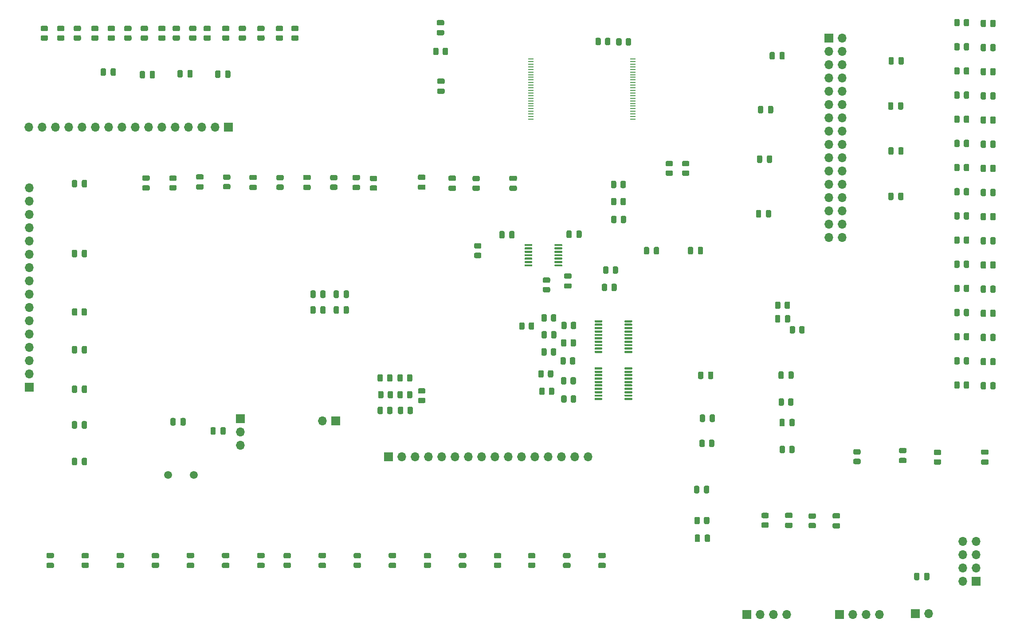
<source format=gbs>
%TF.GenerationSoftware,KiCad,Pcbnew,(5.1.10)-1*%
%TF.CreationDate,2021-11-09T21:50:18+08:00*%
%TF.ProjectId,S3_Schematic,53335f53-6368-4656-9d61-7469632e6b69,rev?*%
%TF.SameCoordinates,Original*%
%TF.FileFunction,Soldermask,Bot*%
%TF.FilePolarity,Negative*%
%FSLAX46Y46*%
G04 Gerber Fmt 4.6, Leading zero omitted, Abs format (unit mm)*
G04 Created by KiCad (PCBNEW (5.1.10)-1) date 2021-11-09 21:50:18*
%MOMM*%
%LPD*%
G01*
G04 APERTURE LIST*
%ADD10O,1.700000X1.700000*%
%ADD11R,1.700000X1.700000*%
%ADD12R,1.100000X0.250000*%
%ADD13C,1.500000*%
G04 APERTURE END LIST*
%TO.C,C68*%
G36*
G01*
X148295000Y-45600000D02*
X149245000Y-45600000D01*
G75*
G02*
X149495000Y-45850000I0J-250000D01*
G01*
X149495000Y-46350000D01*
G75*
G02*
X149245000Y-46600000I-250000J0D01*
G01*
X148295000Y-46600000D01*
G75*
G02*
X148045000Y-46350000I0J250000D01*
G01*
X148045000Y-45850000D01*
G75*
G02*
X148295000Y-45600000I250000J0D01*
G01*
G37*
G36*
G01*
X148295000Y-43700000D02*
X149245000Y-43700000D01*
G75*
G02*
X149495000Y-43950000I0J-250000D01*
G01*
X149495000Y-44450000D01*
G75*
G02*
X149245000Y-44700000I-250000J0D01*
G01*
X148295000Y-44700000D01*
G75*
G02*
X148045000Y-44450000I0J250000D01*
G01*
X148045000Y-43950000D01*
G75*
G02*
X148295000Y-43700000I250000J0D01*
G01*
G37*
%TD*%
%TO.C,C67*%
G36*
G01*
X215310000Y-109913000D02*
X215310000Y-108963000D01*
G75*
G02*
X215560000Y-108713000I250000J0D01*
G01*
X216060000Y-108713000D01*
G75*
G02*
X216310000Y-108963000I0J-250000D01*
G01*
X216310000Y-109913000D01*
G75*
G02*
X216060000Y-110163000I-250000J0D01*
G01*
X215560000Y-110163000D01*
G75*
G02*
X215310000Y-109913000I0J250000D01*
G01*
G37*
G36*
G01*
X213410000Y-109913000D02*
X213410000Y-108963000D01*
G75*
G02*
X213660000Y-108713000I250000J0D01*
G01*
X214160000Y-108713000D01*
G75*
G02*
X214410000Y-108963000I0J-250000D01*
G01*
X214410000Y-109913000D01*
G75*
G02*
X214160000Y-110163000I-250000J0D01*
G01*
X213660000Y-110163000D01*
G75*
G02*
X213410000Y-109913000I0J250000D01*
G01*
G37*
%TD*%
%TO.C,C66*%
G36*
G01*
X235230000Y-39825000D02*
X235230000Y-40775000D01*
G75*
G02*
X234980000Y-41025000I-250000J0D01*
G01*
X234480000Y-41025000D01*
G75*
G02*
X234230000Y-40775000I0J250000D01*
G01*
X234230000Y-39825000D01*
G75*
G02*
X234480000Y-39575000I250000J0D01*
G01*
X234980000Y-39575000D01*
G75*
G02*
X235230000Y-39825000I0J-250000D01*
G01*
G37*
G36*
G01*
X237130000Y-39825000D02*
X237130000Y-40775000D01*
G75*
G02*
X236880000Y-41025000I-250000J0D01*
G01*
X236380000Y-41025000D01*
G75*
G02*
X236130000Y-40775000I0J250000D01*
G01*
X236130000Y-39825000D01*
G75*
G02*
X236380000Y-39575000I250000J0D01*
G01*
X236880000Y-39575000D01*
G75*
G02*
X237130000Y-39825000I0J-250000D01*
G01*
G37*
%TD*%
%TO.C,C65*%
G36*
G01*
X74645000Y-135330000D02*
X73695000Y-135330000D01*
G75*
G02*
X73445000Y-135080000I0J250000D01*
G01*
X73445000Y-134580000D01*
G75*
G02*
X73695000Y-134330000I250000J0D01*
G01*
X74645000Y-134330000D01*
G75*
G02*
X74895000Y-134580000I0J-250000D01*
G01*
X74895000Y-135080000D01*
G75*
G02*
X74645000Y-135330000I-250000J0D01*
G01*
G37*
G36*
G01*
X74645000Y-137230000D02*
X73695000Y-137230000D01*
G75*
G02*
X73445000Y-136980000I0J250000D01*
G01*
X73445000Y-136480000D01*
G75*
G02*
X73695000Y-136230000I250000J0D01*
G01*
X74645000Y-136230000D01*
G75*
G02*
X74895000Y-136480000I0J-250000D01*
G01*
X74895000Y-136980000D01*
G75*
G02*
X74645000Y-137230000I-250000J0D01*
G01*
G37*
%TD*%
%TO.C,C63*%
G36*
G01*
X173272000Y-135330000D02*
X172322000Y-135330000D01*
G75*
G02*
X172072000Y-135080000I0J250000D01*
G01*
X172072000Y-134580000D01*
G75*
G02*
X172322000Y-134330000I250000J0D01*
G01*
X173272000Y-134330000D01*
G75*
G02*
X173522000Y-134580000I0J-250000D01*
G01*
X173522000Y-135080000D01*
G75*
G02*
X173272000Y-135330000I-250000J0D01*
G01*
G37*
G36*
G01*
X173272000Y-137230000D02*
X172322000Y-137230000D01*
G75*
G02*
X172072000Y-136980000I0J250000D01*
G01*
X172072000Y-136480000D01*
G75*
G02*
X172322000Y-136230000I250000J0D01*
G01*
X173272000Y-136230000D01*
G75*
G02*
X173522000Y-136480000I0J-250000D01*
G01*
X173522000Y-136980000D01*
G75*
G02*
X173272000Y-137230000I-250000J0D01*
G01*
G37*
%TD*%
%TO.C,C62*%
G36*
G01*
X153374000Y-135330000D02*
X152424000Y-135330000D01*
G75*
G02*
X152174000Y-135080000I0J250000D01*
G01*
X152174000Y-134580000D01*
G75*
G02*
X152424000Y-134330000I250000J0D01*
G01*
X153374000Y-134330000D01*
G75*
G02*
X153624000Y-134580000I0J-250000D01*
G01*
X153624000Y-135080000D01*
G75*
G02*
X153374000Y-135330000I-250000J0D01*
G01*
G37*
G36*
G01*
X153374000Y-137230000D02*
X152424000Y-137230000D01*
G75*
G02*
X152174000Y-136980000I0J250000D01*
G01*
X152174000Y-136480000D01*
G75*
G02*
X152424000Y-136230000I250000J0D01*
G01*
X153374000Y-136230000D01*
G75*
G02*
X153624000Y-136480000I0J-250000D01*
G01*
X153624000Y-136980000D01*
G75*
G02*
X153374000Y-137230000I-250000J0D01*
G01*
G37*
%TD*%
%TO.C,C61*%
G36*
G01*
X148215000Y-34420000D02*
X149165000Y-34420000D01*
G75*
G02*
X149415000Y-34670000I0J-250000D01*
G01*
X149415000Y-35170000D01*
G75*
G02*
X149165000Y-35420000I-250000J0D01*
G01*
X148215000Y-35420000D01*
G75*
G02*
X147965000Y-35170000I0J250000D01*
G01*
X147965000Y-34670000D01*
G75*
G02*
X148215000Y-34420000I250000J0D01*
G01*
G37*
G36*
G01*
X148215000Y-32520000D02*
X149165000Y-32520000D01*
G75*
G02*
X149415000Y-32770000I0J-250000D01*
G01*
X149415000Y-33270000D01*
G75*
G02*
X149165000Y-33520000I-250000J0D01*
G01*
X148215000Y-33520000D01*
G75*
G02*
X147965000Y-33270000I0J250000D01*
G01*
X147965000Y-32770000D01*
G75*
G02*
X148215000Y-32520000I250000J0D01*
G01*
G37*
%TD*%
%TO.C,C60*%
G36*
G01*
X210112000Y-58625000D02*
X210112000Y-59575000D01*
G75*
G02*
X209862000Y-59825000I-250000J0D01*
G01*
X209362000Y-59825000D01*
G75*
G02*
X209112000Y-59575000I0J250000D01*
G01*
X209112000Y-58625000D01*
G75*
G02*
X209362000Y-58375000I250000J0D01*
G01*
X209862000Y-58375000D01*
G75*
G02*
X210112000Y-58625000I0J-250000D01*
G01*
G37*
G36*
G01*
X212012000Y-58625000D02*
X212012000Y-59575000D01*
G75*
G02*
X211762000Y-59825000I-250000J0D01*
G01*
X211262000Y-59825000D01*
G75*
G02*
X211012000Y-59575000I0J250000D01*
G01*
X211012000Y-58625000D01*
G75*
G02*
X211262000Y-58375000I250000J0D01*
G01*
X211762000Y-58375000D01*
G75*
G02*
X212012000Y-58625000I0J-250000D01*
G01*
G37*
%TD*%
%TO.C,C59*%
G36*
G01*
X106680000Y-42375000D02*
X106680000Y-43325000D01*
G75*
G02*
X106430000Y-43575000I-250000J0D01*
G01*
X105930000Y-43575000D01*
G75*
G02*
X105680000Y-43325000I0J250000D01*
G01*
X105680000Y-42375000D01*
G75*
G02*
X105930000Y-42125000I250000J0D01*
G01*
X106430000Y-42125000D01*
G75*
G02*
X106680000Y-42375000I0J-250000D01*
G01*
G37*
G36*
G01*
X108580000Y-42375000D02*
X108580000Y-43325000D01*
G75*
G02*
X108330000Y-43575000I-250000J0D01*
G01*
X107830000Y-43575000D01*
G75*
G02*
X107580000Y-43325000I0J250000D01*
G01*
X107580000Y-42375000D01*
G75*
G02*
X107830000Y-42125000I250000J0D01*
G01*
X108330000Y-42125000D01*
G75*
G02*
X108580000Y-42375000I0J-250000D01*
G01*
G37*
%TD*%
%TO.C,C57*%
G36*
G01*
X113392000Y-63090000D02*
X112442000Y-63090000D01*
G75*
G02*
X112192000Y-62840000I0J250000D01*
G01*
X112192000Y-62340000D01*
G75*
G02*
X112442000Y-62090000I250000J0D01*
G01*
X113392000Y-62090000D01*
G75*
G02*
X113642000Y-62340000I0J-250000D01*
G01*
X113642000Y-62840000D01*
G75*
G02*
X113392000Y-63090000I-250000J0D01*
G01*
G37*
G36*
G01*
X113392000Y-64990000D02*
X112442000Y-64990000D01*
G75*
G02*
X112192000Y-64740000I0J250000D01*
G01*
X112192000Y-64240000D01*
G75*
G02*
X112442000Y-63990000I250000J0D01*
G01*
X113392000Y-63990000D01*
G75*
G02*
X113642000Y-64240000I0J-250000D01*
G01*
X113642000Y-64740000D01*
G75*
G02*
X113392000Y-64990000I-250000J0D01*
G01*
G37*
%TD*%
%TO.C,C56*%
G36*
G01*
X212512000Y-38855000D02*
X212512000Y-39805000D01*
G75*
G02*
X212262000Y-40055000I-250000J0D01*
G01*
X211762000Y-40055000D01*
G75*
G02*
X211512000Y-39805000I0J250000D01*
G01*
X211512000Y-38855000D01*
G75*
G02*
X211762000Y-38605000I250000J0D01*
G01*
X212262000Y-38605000D01*
G75*
G02*
X212512000Y-38855000I0J-250000D01*
G01*
G37*
G36*
G01*
X214412000Y-38855000D02*
X214412000Y-39805000D01*
G75*
G02*
X214162000Y-40055000I-250000J0D01*
G01*
X213662000Y-40055000D01*
G75*
G02*
X213412000Y-39805000I0J250000D01*
G01*
X213412000Y-38855000D01*
G75*
G02*
X213662000Y-38605000I250000J0D01*
G01*
X214162000Y-38605000D01*
G75*
G02*
X214412000Y-38855000I0J-250000D01*
G01*
G37*
%TD*%
%TO.C,C54*%
G36*
G01*
X88036900Y-135330000D02*
X87086900Y-135330000D01*
G75*
G02*
X86836900Y-135080000I0J250000D01*
G01*
X86836900Y-134580000D01*
G75*
G02*
X87086900Y-134330000I250000J0D01*
G01*
X88036900Y-134330000D01*
G75*
G02*
X88286900Y-134580000I0J-250000D01*
G01*
X88286900Y-135080000D01*
G75*
G02*
X88036900Y-135330000I-250000J0D01*
G01*
G37*
G36*
G01*
X88036900Y-137230000D02*
X87086900Y-137230000D01*
G75*
G02*
X86836900Y-136980000I0J250000D01*
G01*
X86836900Y-136480000D01*
G75*
G02*
X87086900Y-136230000I250000J0D01*
G01*
X88036900Y-136230000D01*
G75*
G02*
X88286900Y-136480000I0J-250000D01*
G01*
X88286900Y-136980000D01*
G75*
G02*
X88036900Y-137230000I-250000J0D01*
G01*
G37*
%TD*%
%TO.C,C51*%
G36*
G01*
X236462000Y-116173000D02*
X237412000Y-116173000D01*
G75*
G02*
X237662000Y-116423000I0J-250000D01*
G01*
X237662000Y-116923000D01*
G75*
G02*
X237412000Y-117173000I-250000J0D01*
G01*
X236462000Y-117173000D01*
G75*
G02*
X236212000Y-116923000I0J250000D01*
G01*
X236212000Y-116423000D01*
G75*
G02*
X236462000Y-116173000I250000J0D01*
G01*
G37*
G36*
G01*
X236462000Y-114273000D02*
X237412000Y-114273000D01*
G75*
G02*
X237662000Y-114523000I0J-250000D01*
G01*
X237662000Y-115023000D01*
G75*
G02*
X237412000Y-115273000I-250000J0D01*
G01*
X236462000Y-115273000D01*
G75*
G02*
X236212000Y-115023000I0J250000D01*
G01*
X236212000Y-114523000D01*
G75*
G02*
X236462000Y-114273000I250000J0D01*
G01*
G37*
%TD*%
%TO.C,C50*%
G36*
G01*
X210312000Y-49155000D02*
X210312000Y-50105000D01*
G75*
G02*
X210062000Y-50355000I-250000J0D01*
G01*
X209562000Y-50355000D01*
G75*
G02*
X209312000Y-50105000I0J250000D01*
G01*
X209312000Y-49155000D01*
G75*
G02*
X209562000Y-48905000I250000J0D01*
G01*
X210062000Y-48905000D01*
G75*
G02*
X210312000Y-49155000I0J-250000D01*
G01*
G37*
G36*
G01*
X212212000Y-49155000D02*
X212212000Y-50105000D01*
G75*
G02*
X211962000Y-50355000I-250000J0D01*
G01*
X211462000Y-50355000D01*
G75*
G02*
X211212000Y-50105000I0J250000D01*
G01*
X211212000Y-49155000D01*
G75*
G02*
X211462000Y-48905000I250000J0D01*
G01*
X211962000Y-48905000D01*
G75*
G02*
X212212000Y-49155000I0J-250000D01*
G01*
G37*
%TD*%
%TO.C,C49*%
G36*
G01*
X235180000Y-65725000D02*
X235180000Y-66675000D01*
G75*
G02*
X234930000Y-66925000I-250000J0D01*
G01*
X234430000Y-66925000D01*
G75*
G02*
X234180000Y-66675000I0J250000D01*
G01*
X234180000Y-65725000D01*
G75*
G02*
X234430000Y-65475000I250000J0D01*
G01*
X234930000Y-65475000D01*
G75*
G02*
X235180000Y-65725000I0J-250000D01*
G01*
G37*
G36*
G01*
X237080000Y-65725000D02*
X237080000Y-66675000D01*
G75*
G02*
X236830000Y-66925000I-250000J0D01*
G01*
X236330000Y-66925000D01*
G75*
G02*
X236080000Y-66675000I0J250000D01*
G01*
X236080000Y-65725000D01*
G75*
G02*
X236330000Y-65475000I250000J0D01*
G01*
X236830000Y-65475000D01*
G75*
G02*
X237080000Y-65725000I0J-250000D01*
G01*
G37*
%TD*%
%TO.C,C48*%
G36*
G01*
X80212500Y-95985000D02*
X80212500Y-95035000D01*
G75*
G02*
X80462500Y-94785000I250000J0D01*
G01*
X80962500Y-94785000D01*
G75*
G02*
X81212500Y-95035000I0J-250000D01*
G01*
X81212500Y-95985000D01*
G75*
G02*
X80962500Y-96235000I-250000J0D01*
G01*
X80462500Y-96235000D01*
G75*
G02*
X80212500Y-95985000I0J250000D01*
G01*
G37*
G36*
G01*
X78312500Y-95985000D02*
X78312500Y-95035000D01*
G75*
G02*
X78562500Y-94785000I250000J0D01*
G01*
X79062500Y-94785000D01*
G75*
G02*
X79312500Y-95035000I0J-250000D01*
G01*
X79312500Y-95985000D01*
G75*
G02*
X79062500Y-96235000I-250000J0D01*
G01*
X78562500Y-96235000D01*
G75*
G02*
X78312500Y-95985000I0J250000D01*
G01*
G37*
%TD*%
%TO.C,C45*%
G36*
G01*
X189420000Y-77065000D02*
X189420000Y-76115000D01*
G75*
G02*
X189670000Y-75865000I250000J0D01*
G01*
X190170000Y-75865000D01*
G75*
G02*
X190420000Y-76115000I0J-250000D01*
G01*
X190420000Y-77065000D01*
G75*
G02*
X190170000Y-77315000I-250000J0D01*
G01*
X189670000Y-77315000D01*
G75*
G02*
X189420000Y-77065000I0J250000D01*
G01*
G37*
G36*
G01*
X187520000Y-77065000D02*
X187520000Y-76115000D01*
G75*
G02*
X187770000Y-75865000I250000J0D01*
G01*
X188270000Y-75865000D01*
G75*
G02*
X188520000Y-76115000I0J-250000D01*
G01*
X188520000Y-77065000D01*
G75*
G02*
X188270000Y-77315000I-250000J0D01*
G01*
X187770000Y-77315000D01*
G75*
G02*
X187520000Y-77065000I0J250000D01*
G01*
G37*
%TD*%
%TO.C,C44*%
G36*
G01*
X99470000Y-42295000D02*
X99470000Y-43245000D01*
G75*
G02*
X99220000Y-43495000I-250000J0D01*
G01*
X98720000Y-43495000D01*
G75*
G02*
X98470000Y-43245000I0J250000D01*
G01*
X98470000Y-42295000D01*
G75*
G02*
X98720000Y-42045000I250000J0D01*
G01*
X99220000Y-42045000D01*
G75*
G02*
X99470000Y-42295000I0J-250000D01*
G01*
G37*
G36*
G01*
X101370000Y-42295000D02*
X101370000Y-43245000D01*
G75*
G02*
X101120000Y-43495000I-250000J0D01*
G01*
X100620000Y-43495000D01*
G75*
G02*
X100370000Y-43245000I0J250000D01*
G01*
X100370000Y-42295000D01*
G75*
G02*
X100620000Y-42045000I250000J0D01*
G01*
X101120000Y-42045000D01*
G75*
G02*
X101370000Y-42295000I0J-250000D01*
G01*
G37*
%TD*%
%TO.C,C43*%
G36*
G01*
X199773000Y-100875000D02*
X199773000Y-99925000D01*
G75*
G02*
X200023000Y-99675000I250000J0D01*
G01*
X200523000Y-99675000D01*
G75*
G02*
X200773000Y-99925000I0J-250000D01*
G01*
X200773000Y-100875000D01*
G75*
G02*
X200523000Y-101125000I-250000J0D01*
G01*
X200023000Y-101125000D01*
G75*
G02*
X199773000Y-100875000I0J250000D01*
G01*
G37*
G36*
G01*
X197873000Y-100875000D02*
X197873000Y-99925000D01*
G75*
G02*
X198123000Y-99675000I250000J0D01*
G01*
X198623000Y-99675000D01*
G75*
G02*
X198873000Y-99925000I0J-250000D01*
G01*
X198873000Y-100875000D01*
G75*
G02*
X198623000Y-101125000I-250000J0D01*
G01*
X198123000Y-101125000D01*
G75*
G02*
X197873000Y-100875000I0J250000D01*
G01*
G37*
%TD*%
%TO.C,C41*%
G36*
G01*
X126590000Y-135330000D02*
X125640000Y-135330000D01*
G75*
G02*
X125390000Y-135080000I0J250000D01*
G01*
X125390000Y-134580000D01*
G75*
G02*
X125640000Y-134330000I250000J0D01*
G01*
X126590000Y-134330000D01*
G75*
G02*
X126840000Y-134580000I0J-250000D01*
G01*
X126840000Y-135080000D01*
G75*
G02*
X126590000Y-135330000I-250000J0D01*
G01*
G37*
G36*
G01*
X126590000Y-137230000D02*
X125640000Y-137230000D01*
G75*
G02*
X125390000Y-136980000I0J250000D01*
G01*
X125390000Y-136480000D01*
G75*
G02*
X125640000Y-136230000I250000J0D01*
G01*
X126590000Y-136230000D01*
G75*
G02*
X126840000Y-136480000I0J-250000D01*
G01*
X126840000Y-136980000D01*
G75*
G02*
X126590000Y-137230000I-250000J0D01*
G01*
G37*
%TD*%
%TO.C,C39*%
G36*
G01*
X108155000Y-135330000D02*
X107205000Y-135330000D01*
G75*
G02*
X106955000Y-135080000I0J250000D01*
G01*
X106955000Y-134580000D01*
G75*
G02*
X107205000Y-134330000I250000J0D01*
G01*
X108155000Y-134330000D01*
G75*
G02*
X108405000Y-134580000I0J-250000D01*
G01*
X108405000Y-135080000D01*
G75*
G02*
X108155000Y-135330000I-250000J0D01*
G01*
G37*
G36*
G01*
X108155000Y-137230000D02*
X107205000Y-137230000D01*
G75*
G02*
X106955000Y-136980000I0J250000D01*
G01*
X106955000Y-136480000D01*
G75*
G02*
X107205000Y-136230000I250000J0D01*
G01*
X108155000Y-136230000D01*
G75*
G02*
X108405000Y-136480000I0J-250000D01*
G01*
X108405000Y-136980000D01*
G75*
G02*
X108155000Y-137230000I-250000J0D01*
G01*
G37*
%TD*%
%TO.C,C38*%
G36*
G01*
X103219000Y-62990000D02*
X102269000Y-62990000D01*
G75*
G02*
X102019000Y-62740000I0J250000D01*
G01*
X102019000Y-62240000D01*
G75*
G02*
X102269000Y-61990000I250000J0D01*
G01*
X103219000Y-61990000D01*
G75*
G02*
X103469000Y-62240000I0J-250000D01*
G01*
X103469000Y-62740000D01*
G75*
G02*
X103219000Y-62990000I-250000J0D01*
G01*
G37*
G36*
G01*
X103219000Y-64890000D02*
X102269000Y-64890000D01*
G75*
G02*
X102019000Y-64640000I0J250000D01*
G01*
X102019000Y-64140000D01*
G75*
G02*
X102269000Y-63890000I250000J0D01*
G01*
X103219000Y-63890000D01*
G75*
G02*
X103469000Y-64140000I0J-250000D01*
G01*
X103469000Y-64640000D01*
G75*
G02*
X103219000Y-64890000I-250000J0D01*
G01*
G37*
%TD*%
%TO.C,C34*%
G36*
G01*
X214715000Y-128570000D02*
X215665000Y-128570000D01*
G75*
G02*
X215915000Y-128820000I0J-250000D01*
G01*
X215915000Y-129320000D01*
G75*
G02*
X215665000Y-129570000I-250000J0D01*
G01*
X214715000Y-129570000D01*
G75*
G02*
X214465000Y-129320000I0J250000D01*
G01*
X214465000Y-128820000D01*
G75*
G02*
X214715000Y-128570000I250000J0D01*
G01*
G37*
G36*
G01*
X214715000Y-126670000D02*
X215665000Y-126670000D01*
G75*
G02*
X215915000Y-126920000I0J-250000D01*
G01*
X215915000Y-127420000D01*
G75*
G02*
X215665000Y-127670000I-250000J0D01*
G01*
X214715000Y-127670000D01*
G75*
G02*
X214465000Y-127420000I0J250000D01*
G01*
X214465000Y-126920000D01*
G75*
G02*
X214715000Y-126670000I250000J0D01*
G01*
G37*
%TD*%
%TO.C,C33*%
G36*
G01*
X92280000Y-42475000D02*
X92280000Y-43425000D01*
G75*
G02*
X92030000Y-43675000I-250000J0D01*
G01*
X91530000Y-43675000D01*
G75*
G02*
X91280000Y-43425000I0J250000D01*
G01*
X91280000Y-42475000D01*
G75*
G02*
X91530000Y-42225000I250000J0D01*
G01*
X92030000Y-42225000D01*
G75*
G02*
X92280000Y-42475000I0J-250000D01*
G01*
G37*
G36*
G01*
X94180000Y-42475000D02*
X94180000Y-43425000D01*
G75*
G02*
X93930000Y-43675000I-250000J0D01*
G01*
X93430000Y-43675000D01*
G75*
G02*
X93180000Y-43425000I0J250000D01*
G01*
X93180000Y-42475000D01*
G75*
G02*
X93430000Y-42225000I250000J0D01*
G01*
X93930000Y-42225000D01*
G75*
G02*
X94180000Y-42475000I0J-250000D01*
G01*
G37*
%TD*%
%TO.C,C32*%
G36*
G01*
X241020000Y-139325000D02*
X241020000Y-138375000D01*
G75*
G02*
X241270000Y-138125000I250000J0D01*
G01*
X241770000Y-138125000D01*
G75*
G02*
X242020000Y-138375000I0J-250000D01*
G01*
X242020000Y-139325000D01*
G75*
G02*
X241770000Y-139575000I-250000J0D01*
G01*
X241270000Y-139575000D01*
G75*
G02*
X241020000Y-139325000I0J250000D01*
G01*
G37*
G36*
G01*
X239120000Y-139325000D02*
X239120000Y-138375000D01*
G75*
G02*
X239370000Y-138125000I250000J0D01*
G01*
X239870000Y-138125000D01*
G75*
G02*
X240120000Y-138375000I0J-250000D01*
G01*
X240120000Y-139325000D01*
G75*
G02*
X239870000Y-139575000I-250000J0D01*
G01*
X239370000Y-139575000D01*
G75*
G02*
X239120000Y-139325000I0J250000D01*
G01*
G37*
%TD*%
%TO.C,C30*%
G36*
G01*
X139982000Y-135330000D02*
X139032000Y-135330000D01*
G75*
G02*
X138782000Y-135080000I0J250000D01*
G01*
X138782000Y-134580000D01*
G75*
G02*
X139032000Y-134330000I250000J0D01*
G01*
X139982000Y-134330000D01*
G75*
G02*
X140232000Y-134580000I0J-250000D01*
G01*
X140232000Y-135080000D01*
G75*
G02*
X139982000Y-135330000I-250000J0D01*
G01*
G37*
G36*
G01*
X139982000Y-137230000D02*
X139032000Y-137230000D01*
G75*
G02*
X138782000Y-136980000I0J250000D01*
G01*
X138782000Y-136480000D01*
G75*
G02*
X139032000Y-136230000I250000J0D01*
G01*
X139982000Y-136230000D01*
G75*
G02*
X140232000Y-136480000I0J-250000D01*
G01*
X140232000Y-136980000D01*
G75*
G02*
X139982000Y-137230000I-250000J0D01*
G01*
G37*
%TD*%
%TO.C,C29*%
G36*
G01*
X123666000Y-63090000D02*
X122716000Y-63090000D01*
G75*
G02*
X122466000Y-62840000I0J250000D01*
G01*
X122466000Y-62340000D01*
G75*
G02*
X122716000Y-62090000I250000J0D01*
G01*
X123666000Y-62090000D01*
G75*
G02*
X123916000Y-62340000I0J-250000D01*
G01*
X123916000Y-62840000D01*
G75*
G02*
X123666000Y-63090000I-250000J0D01*
G01*
G37*
G36*
G01*
X123666000Y-64990000D02*
X122716000Y-64990000D01*
G75*
G02*
X122466000Y-64740000I0J250000D01*
G01*
X122466000Y-64240000D01*
G75*
G02*
X122716000Y-63990000I250000J0D01*
G01*
X123666000Y-63990000D01*
G75*
G02*
X123916000Y-64240000I0J-250000D01*
G01*
X123916000Y-64740000D01*
G75*
G02*
X123666000Y-64990000I-250000J0D01*
G01*
G37*
%TD*%
%TO.C,C28*%
G36*
G01*
X101429000Y-135330000D02*
X100479000Y-135330000D01*
G75*
G02*
X100229000Y-135080000I0J250000D01*
G01*
X100229000Y-134580000D01*
G75*
G02*
X100479000Y-134330000I250000J0D01*
G01*
X101429000Y-134330000D01*
G75*
G02*
X101679000Y-134580000I0J-250000D01*
G01*
X101679000Y-135080000D01*
G75*
G02*
X101429000Y-135330000I-250000J0D01*
G01*
G37*
G36*
G01*
X101429000Y-137230000D02*
X100479000Y-137230000D01*
G75*
G02*
X100229000Y-136980000I0J250000D01*
G01*
X100229000Y-136480000D01*
G75*
G02*
X100479000Y-136230000I250000J0D01*
G01*
X101429000Y-136230000D01*
G75*
G02*
X101679000Y-136480000I0J-250000D01*
G01*
X101679000Y-136980000D01*
G75*
G02*
X101429000Y-137230000I-250000J0D01*
G01*
G37*
%TD*%
%TO.C,C27*%
G36*
G01*
X197820000Y-77045000D02*
X197820000Y-76095000D01*
G75*
G02*
X198070000Y-75845000I250000J0D01*
G01*
X198570000Y-75845000D01*
G75*
G02*
X198820000Y-76095000I0J-250000D01*
G01*
X198820000Y-77045000D01*
G75*
G02*
X198570000Y-77295000I-250000J0D01*
G01*
X198070000Y-77295000D01*
G75*
G02*
X197820000Y-77045000I0J250000D01*
G01*
G37*
G36*
G01*
X195920000Y-77045000D02*
X195920000Y-76095000D01*
G75*
G02*
X196170000Y-75845000I250000J0D01*
G01*
X196670000Y-75845000D01*
G75*
G02*
X196920000Y-76095000I0J-250000D01*
G01*
X196920000Y-77045000D01*
G75*
G02*
X196670000Y-77295000I-250000J0D01*
G01*
X196170000Y-77295000D01*
G75*
G02*
X195920000Y-77045000I0J250000D01*
G01*
G37*
%TD*%
%TO.C,C25*%
G36*
G01*
X92945000Y-63190000D02*
X91995000Y-63190000D01*
G75*
G02*
X91745000Y-62940000I0J250000D01*
G01*
X91745000Y-62440000D01*
G75*
G02*
X91995000Y-62190000I250000J0D01*
G01*
X92945000Y-62190000D01*
G75*
G02*
X93195000Y-62440000I0J-250000D01*
G01*
X93195000Y-62940000D01*
G75*
G02*
X92945000Y-63190000I-250000J0D01*
G01*
G37*
G36*
G01*
X92945000Y-65090000D02*
X91995000Y-65090000D01*
G75*
G02*
X91745000Y-64840000I0J250000D01*
G01*
X91745000Y-64340000D01*
G75*
G02*
X91995000Y-64090000I250000J0D01*
G01*
X92945000Y-64090000D01*
G75*
G02*
X93195000Y-64340000I0J-250000D01*
G01*
X93195000Y-64840000D01*
G75*
G02*
X92945000Y-65090000I-250000J0D01*
G01*
G37*
%TD*%
%TO.C,C24*%
G36*
G01*
X235190000Y-57045000D02*
X235190000Y-57995000D01*
G75*
G02*
X234940000Y-58245000I-250000J0D01*
G01*
X234440000Y-58245000D01*
G75*
G02*
X234190000Y-57995000I0J250000D01*
G01*
X234190000Y-57045000D01*
G75*
G02*
X234440000Y-56795000I250000J0D01*
G01*
X234940000Y-56795000D01*
G75*
G02*
X235190000Y-57045000I0J-250000D01*
G01*
G37*
G36*
G01*
X237090000Y-57045000D02*
X237090000Y-57995000D01*
G75*
G02*
X236840000Y-58245000I-250000J0D01*
G01*
X236340000Y-58245000D01*
G75*
G02*
X236090000Y-57995000I0J250000D01*
G01*
X236090000Y-57045000D01*
G75*
G02*
X236340000Y-56795000I250000J0D01*
G01*
X236840000Y-56795000D01*
G75*
G02*
X237090000Y-57045000I0J-250000D01*
G01*
G37*
%TD*%
%TO.C,C23*%
G36*
G01*
X114881000Y-135330000D02*
X113931000Y-135330000D01*
G75*
G02*
X113681000Y-135080000I0J250000D01*
G01*
X113681000Y-134580000D01*
G75*
G02*
X113931000Y-134330000I250000J0D01*
G01*
X114881000Y-134330000D01*
G75*
G02*
X115131000Y-134580000I0J-250000D01*
G01*
X115131000Y-135080000D01*
G75*
G02*
X114881000Y-135330000I-250000J0D01*
G01*
G37*
G36*
G01*
X114881000Y-137230000D02*
X113931000Y-137230000D01*
G75*
G02*
X113681000Y-136980000I0J250000D01*
G01*
X113681000Y-136480000D01*
G75*
G02*
X113931000Y-136230000I250000J0D01*
G01*
X114881000Y-136230000D01*
G75*
G02*
X115131000Y-136480000I0J-250000D01*
G01*
X115131000Y-136980000D01*
G75*
G02*
X114881000Y-137230000I-250000J0D01*
G01*
G37*
%TD*%
%TO.C,C22*%
G36*
G01*
X223785000Y-128660000D02*
X224735000Y-128660000D01*
G75*
G02*
X224985000Y-128910000I0J-250000D01*
G01*
X224985000Y-129410000D01*
G75*
G02*
X224735000Y-129660000I-250000J0D01*
G01*
X223785000Y-129660000D01*
G75*
G02*
X223535000Y-129410000I0J250000D01*
G01*
X223535000Y-128910000D01*
G75*
G02*
X223785000Y-128660000I250000J0D01*
G01*
G37*
G36*
G01*
X223785000Y-126760000D02*
X224735000Y-126760000D01*
G75*
G02*
X224985000Y-127010000I0J-250000D01*
G01*
X224985000Y-127510000D01*
G75*
G02*
X224735000Y-127760000I-250000J0D01*
G01*
X223785000Y-127760000D01*
G75*
G02*
X223535000Y-127510000I0J250000D01*
G01*
X223535000Y-127010000D01*
G75*
G02*
X223785000Y-126760000I250000J0D01*
G01*
G37*
%TD*%
%TO.C,C20*%
G36*
G01*
X151405000Y-63240000D02*
X150455000Y-63240000D01*
G75*
G02*
X150205000Y-62990000I0J250000D01*
G01*
X150205000Y-62490000D01*
G75*
G02*
X150455000Y-62240000I250000J0D01*
G01*
X151405000Y-62240000D01*
G75*
G02*
X151655000Y-62490000I0J-250000D01*
G01*
X151655000Y-62990000D01*
G75*
G02*
X151405000Y-63240000I-250000J0D01*
G01*
G37*
G36*
G01*
X151405000Y-65140000D02*
X150455000Y-65140000D01*
G75*
G02*
X150205000Y-64890000I0J250000D01*
G01*
X150205000Y-64390000D01*
G75*
G02*
X150455000Y-64140000I250000J0D01*
G01*
X151405000Y-64140000D01*
G75*
G02*
X151655000Y-64390000I0J-250000D01*
G01*
X151655000Y-64890000D01*
G75*
G02*
X151405000Y-65140000I-250000J0D01*
G01*
G37*
%TD*%
%TO.C,C19*%
G36*
G01*
X215110000Y-100840000D02*
X215110000Y-99890000D01*
G75*
G02*
X215360000Y-99640000I250000J0D01*
G01*
X215860000Y-99640000D01*
G75*
G02*
X216110000Y-99890000I0J-250000D01*
G01*
X216110000Y-100840000D01*
G75*
G02*
X215860000Y-101090000I-250000J0D01*
G01*
X215360000Y-101090000D01*
G75*
G02*
X215110000Y-100840000I0J250000D01*
G01*
G37*
G36*
G01*
X213210000Y-100840000D02*
X213210000Y-99890000D01*
G75*
G02*
X213460000Y-99640000I250000J0D01*
G01*
X213960000Y-99640000D01*
G75*
G02*
X214210000Y-99890000I0J-250000D01*
G01*
X214210000Y-100840000D01*
G75*
G02*
X213960000Y-101090000I-250000J0D01*
G01*
X213460000Y-101090000D01*
G75*
G02*
X213210000Y-100840000I0J250000D01*
G01*
G37*
%TD*%
%TO.C,C18*%
G36*
G01*
X163025000Y-63250000D02*
X162075000Y-63250000D01*
G75*
G02*
X161825000Y-63000000I0J250000D01*
G01*
X161825000Y-62500000D01*
G75*
G02*
X162075000Y-62250000I250000J0D01*
G01*
X163025000Y-62250000D01*
G75*
G02*
X163275000Y-62500000I0J-250000D01*
G01*
X163275000Y-63000000D01*
G75*
G02*
X163025000Y-63250000I-250000J0D01*
G01*
G37*
G36*
G01*
X163025000Y-65150000D02*
X162075000Y-65150000D01*
G75*
G02*
X161825000Y-64900000I0J250000D01*
G01*
X161825000Y-64400000D01*
G75*
G02*
X162075000Y-64150000I250000J0D01*
G01*
X163025000Y-64150000D01*
G75*
G02*
X163275000Y-64400000I0J-250000D01*
G01*
X163275000Y-64900000D01*
G75*
G02*
X163025000Y-65150000I-250000J0D01*
G01*
G37*
%TD*%
%TO.C,C16*%
G36*
G01*
X161820000Y-74015000D02*
X161820000Y-73065000D01*
G75*
G02*
X162070000Y-72815000I250000J0D01*
G01*
X162570000Y-72815000D01*
G75*
G02*
X162820000Y-73065000I0J-250000D01*
G01*
X162820000Y-74015000D01*
G75*
G02*
X162570000Y-74265000I-250000J0D01*
G01*
X162070000Y-74265000D01*
G75*
G02*
X161820000Y-74015000I0J250000D01*
G01*
G37*
G36*
G01*
X159920000Y-74015000D02*
X159920000Y-73065000D01*
G75*
G02*
X160170000Y-72815000I250000J0D01*
G01*
X160670000Y-72815000D01*
G75*
G02*
X160920000Y-73065000I0J-250000D01*
G01*
X160920000Y-74015000D01*
G75*
G02*
X160670000Y-74265000I-250000J0D01*
G01*
X160170000Y-74265000D01*
G75*
G02*
X159920000Y-74015000I0J250000D01*
G01*
G37*
%TD*%
%TO.C,C15*%
G36*
G01*
X179998000Y-135330000D02*
X179048000Y-135330000D01*
G75*
G02*
X178798000Y-135080000I0J250000D01*
G01*
X178798000Y-134580000D01*
G75*
G02*
X179048000Y-134330000I250000J0D01*
G01*
X179998000Y-134330000D01*
G75*
G02*
X180248000Y-134580000I0J-250000D01*
G01*
X180248000Y-135080000D01*
G75*
G02*
X179998000Y-135330000I-250000J0D01*
G01*
G37*
G36*
G01*
X179998000Y-137230000D02*
X179048000Y-137230000D01*
G75*
G02*
X178798000Y-136980000I0J250000D01*
G01*
X178798000Y-136480000D01*
G75*
G02*
X179048000Y-136230000I250000J0D01*
G01*
X179998000Y-136230000D01*
G75*
G02*
X180248000Y-136480000I0J-250000D01*
G01*
X180248000Y-136980000D01*
G75*
G02*
X179998000Y-137230000I-250000J0D01*
G01*
G37*
%TD*%
%TO.C,C14*%
G36*
G01*
X252135000Y-116473000D02*
X253085000Y-116473000D01*
G75*
G02*
X253335000Y-116723000I0J-250000D01*
G01*
X253335000Y-117223000D01*
G75*
G02*
X253085000Y-117473000I-250000J0D01*
G01*
X252135000Y-117473000D01*
G75*
G02*
X251885000Y-117223000I0J250000D01*
G01*
X251885000Y-116723000D01*
G75*
G02*
X252135000Y-116473000I250000J0D01*
G01*
G37*
G36*
G01*
X252135000Y-114573000D02*
X253085000Y-114573000D01*
G75*
G02*
X253335000Y-114823000I0J-250000D01*
G01*
X253335000Y-115323000D01*
G75*
G02*
X253085000Y-115573000I-250000J0D01*
G01*
X252135000Y-115573000D01*
G75*
G02*
X251885000Y-115323000I0J250000D01*
G01*
X251885000Y-114823000D01*
G75*
G02*
X252135000Y-114573000I250000J0D01*
G01*
G37*
%TD*%
%TO.C,C13*%
G36*
G01*
X235140000Y-48445000D02*
X235140000Y-49395000D01*
G75*
G02*
X234890000Y-49645000I-250000J0D01*
G01*
X234390000Y-49645000D01*
G75*
G02*
X234140000Y-49395000I0J250000D01*
G01*
X234140000Y-48445000D01*
G75*
G02*
X234390000Y-48195000I250000J0D01*
G01*
X234890000Y-48195000D01*
G75*
G02*
X235140000Y-48445000I0J-250000D01*
G01*
G37*
G36*
G01*
X237040000Y-48445000D02*
X237040000Y-49395000D01*
G75*
G02*
X236790000Y-49645000I-250000J0D01*
G01*
X236290000Y-49645000D01*
G75*
G02*
X236040000Y-49395000I0J250000D01*
G01*
X236040000Y-48445000D01*
G75*
G02*
X236290000Y-48195000I250000J0D01*
G01*
X236790000Y-48195000D01*
G75*
G02*
X237040000Y-48445000I0J-250000D01*
G01*
G37*
%TD*%
%TO.C,C12*%
G36*
G01*
X173740000Y-72965000D02*
X173740000Y-73915000D01*
G75*
G02*
X173490000Y-74165000I-250000J0D01*
G01*
X172990000Y-74165000D01*
G75*
G02*
X172740000Y-73915000I0J250000D01*
G01*
X172740000Y-72965000D01*
G75*
G02*
X172990000Y-72715000I250000J0D01*
G01*
X173490000Y-72715000D01*
G75*
G02*
X173740000Y-72965000I0J-250000D01*
G01*
G37*
G36*
G01*
X175640000Y-72965000D02*
X175640000Y-73915000D01*
G75*
G02*
X175390000Y-74165000I-250000J0D01*
G01*
X174890000Y-74165000D01*
G75*
G02*
X174640000Y-73915000I0J250000D01*
G01*
X174640000Y-72965000D01*
G75*
G02*
X174890000Y-72715000I250000J0D01*
G01*
X175390000Y-72715000D01*
G75*
G02*
X175640000Y-72965000I0J-250000D01*
G01*
G37*
%TD*%
%TO.C,C11*%
G36*
G01*
X79312500Y-76655000D02*
X79312500Y-77605000D01*
G75*
G02*
X79062500Y-77855000I-250000J0D01*
G01*
X78562500Y-77855000D01*
G75*
G02*
X78312500Y-77605000I0J250000D01*
G01*
X78312500Y-76655000D01*
G75*
G02*
X78562500Y-76405000I250000J0D01*
G01*
X79062500Y-76405000D01*
G75*
G02*
X79312500Y-76655000I0J-250000D01*
G01*
G37*
G36*
G01*
X81212500Y-76655000D02*
X81212500Y-77605000D01*
G75*
G02*
X80962500Y-77855000I-250000J0D01*
G01*
X80462500Y-77855000D01*
G75*
G02*
X80212500Y-77605000I0J250000D01*
G01*
X80212500Y-76655000D01*
G75*
G02*
X80462500Y-76405000I250000J0D01*
G01*
X80962500Y-76405000D01*
G75*
G02*
X81212500Y-76655000I0J-250000D01*
G01*
G37*
%TD*%
%TO.C,C10*%
G36*
G01*
X199000000Y-122705000D02*
X199000000Y-121755000D01*
G75*
G02*
X199250000Y-121505000I250000J0D01*
G01*
X199750000Y-121505000D01*
G75*
G02*
X200000000Y-121755000I0J-250000D01*
G01*
X200000000Y-122705000D01*
G75*
G02*
X199750000Y-122955000I-250000J0D01*
G01*
X199250000Y-122955000D01*
G75*
G02*
X199000000Y-122705000I0J250000D01*
G01*
G37*
G36*
G01*
X197100000Y-122705000D02*
X197100000Y-121755000D01*
G75*
G02*
X197350000Y-121505000I250000J0D01*
G01*
X197850000Y-121505000D01*
G75*
G02*
X198100000Y-121755000I0J-250000D01*
G01*
X198100000Y-122705000D01*
G75*
G02*
X197850000Y-122955000I-250000J0D01*
G01*
X197350000Y-122955000D01*
G75*
G02*
X197100000Y-122705000I0J250000D01*
G01*
G37*
%TD*%
%TO.C,C9*%
G36*
G01*
X98130000Y-108805000D02*
X98130000Y-109755000D01*
G75*
G02*
X97880000Y-110005000I-250000J0D01*
G01*
X97380000Y-110005000D01*
G75*
G02*
X97130000Y-109755000I0J250000D01*
G01*
X97130000Y-108805000D01*
G75*
G02*
X97380000Y-108555000I250000J0D01*
G01*
X97880000Y-108555000D01*
G75*
G02*
X98130000Y-108805000I0J-250000D01*
G01*
G37*
G36*
G01*
X100030000Y-108805000D02*
X100030000Y-109755000D01*
G75*
G02*
X99780000Y-110005000I-250000J0D01*
G01*
X99280000Y-110005000D01*
G75*
G02*
X99030000Y-109755000I0J250000D01*
G01*
X99030000Y-108805000D01*
G75*
G02*
X99280000Y-108555000I250000J0D01*
G01*
X99780000Y-108555000D01*
G75*
G02*
X100030000Y-108805000I0J-250000D01*
G01*
G37*
%TD*%
%TO.C,C8*%
G36*
G01*
X80212500Y-103535000D02*
X80212500Y-102585000D01*
G75*
G02*
X80462500Y-102335000I250000J0D01*
G01*
X80962500Y-102335000D01*
G75*
G02*
X81212500Y-102585000I0J-250000D01*
G01*
X81212500Y-103535000D01*
G75*
G02*
X80962500Y-103785000I-250000J0D01*
G01*
X80462500Y-103785000D01*
G75*
G02*
X80212500Y-103535000I0J250000D01*
G01*
G37*
G36*
G01*
X78312500Y-103535000D02*
X78312500Y-102585000D01*
G75*
G02*
X78562500Y-102335000I250000J0D01*
G01*
X79062500Y-102335000D01*
G75*
G02*
X79312500Y-102585000I0J-250000D01*
G01*
X79312500Y-103535000D01*
G75*
G02*
X79062500Y-103785000I-250000J0D01*
G01*
X78562500Y-103785000D01*
G75*
G02*
X78312500Y-103535000I0J250000D01*
G01*
G37*
%TD*%
%TO.C,C7*%
G36*
G01*
X106680000Y-111505000D02*
X106680000Y-110555000D01*
G75*
G02*
X106930000Y-110305000I250000J0D01*
G01*
X107430000Y-110305000D01*
G75*
G02*
X107680000Y-110555000I0J-250000D01*
G01*
X107680000Y-111505000D01*
G75*
G02*
X107430000Y-111755000I-250000J0D01*
G01*
X106930000Y-111755000D01*
G75*
G02*
X106680000Y-111505000I0J250000D01*
G01*
G37*
G36*
G01*
X104780000Y-111505000D02*
X104780000Y-110555000D01*
G75*
G02*
X105030000Y-110305000I250000J0D01*
G01*
X105530000Y-110305000D01*
G75*
G02*
X105780000Y-110555000I0J-250000D01*
G01*
X105780000Y-111505000D01*
G75*
G02*
X105530000Y-111755000I-250000J0D01*
G01*
X105030000Y-111755000D01*
G75*
G02*
X104780000Y-111505000I0J250000D01*
G01*
G37*
%TD*%
%TO.C,C6*%
G36*
G01*
X199140000Y-132015000D02*
X199140000Y-131065000D01*
G75*
G02*
X199390000Y-130815000I250000J0D01*
G01*
X199890000Y-130815000D01*
G75*
G02*
X200140000Y-131065000I0J-250000D01*
G01*
X200140000Y-132015000D01*
G75*
G02*
X199890000Y-132265000I-250000J0D01*
G01*
X199390000Y-132265000D01*
G75*
G02*
X199140000Y-132015000I0J250000D01*
G01*
G37*
G36*
G01*
X197240000Y-132015000D02*
X197240000Y-131065000D01*
G75*
G02*
X197490000Y-130815000I250000J0D01*
G01*
X197990000Y-130815000D01*
G75*
G02*
X198240000Y-131065000I0J-250000D01*
G01*
X198240000Y-132015000D01*
G75*
G02*
X197990000Y-132265000I-250000J0D01*
G01*
X197490000Y-132265000D01*
G75*
G02*
X197240000Y-132015000I0J250000D01*
G01*
G37*
%TD*%
%TO.C,C5*%
G36*
G01*
X85710000Y-42915000D02*
X85710000Y-41965000D01*
G75*
G02*
X85960000Y-41715000I250000J0D01*
G01*
X86460000Y-41715000D01*
G75*
G02*
X86710000Y-41965000I0J-250000D01*
G01*
X86710000Y-42915000D01*
G75*
G02*
X86460000Y-43165000I-250000J0D01*
G01*
X85960000Y-43165000D01*
G75*
G02*
X85710000Y-42915000I0J250000D01*
G01*
G37*
G36*
G01*
X83810000Y-42915000D02*
X83810000Y-41965000D01*
G75*
G02*
X84060000Y-41715000I250000J0D01*
G01*
X84560000Y-41715000D01*
G75*
G02*
X84810000Y-41965000I0J-250000D01*
G01*
X84810000Y-42915000D01*
G75*
G02*
X84560000Y-43165000I-250000J0D01*
G01*
X84060000Y-43165000D01*
G75*
G02*
X83810000Y-42915000I0J250000D01*
G01*
G37*
%TD*%
%TO.C,C4*%
G36*
G01*
X79312500Y-63295000D02*
X79312500Y-64245000D01*
G75*
G02*
X79062500Y-64495000I-250000J0D01*
G01*
X78562500Y-64495000D01*
G75*
G02*
X78312500Y-64245000I0J250000D01*
G01*
X78312500Y-63295000D01*
G75*
G02*
X78562500Y-63045000I250000J0D01*
G01*
X79062500Y-63045000D01*
G75*
G02*
X79312500Y-63295000I0J-250000D01*
G01*
G37*
G36*
G01*
X81212500Y-63295000D02*
X81212500Y-64245000D01*
G75*
G02*
X80962500Y-64495000I-250000J0D01*
G01*
X80462500Y-64495000D01*
G75*
G02*
X80212500Y-64245000I0J250000D01*
G01*
X80212500Y-63295000D01*
G75*
G02*
X80462500Y-63045000I250000J0D01*
G01*
X80962500Y-63045000D01*
G75*
G02*
X81212500Y-63295000I0J-250000D01*
G01*
G37*
%TD*%
%TO.C,U17*%
G36*
G01*
X170463000Y-79500000D02*
X170463000Y-79300000D01*
G75*
G02*
X170563000Y-79200000I100000J0D01*
G01*
X171838000Y-79200000D01*
G75*
G02*
X171938000Y-79300000I0J-100000D01*
G01*
X171938000Y-79500000D01*
G75*
G02*
X171838000Y-79600000I-100000J0D01*
G01*
X170563000Y-79600000D01*
G75*
G02*
X170463000Y-79500000I0J100000D01*
G01*
G37*
G36*
G01*
X170463000Y-78850000D02*
X170463000Y-78650000D01*
G75*
G02*
X170563000Y-78550000I100000J0D01*
G01*
X171838000Y-78550000D01*
G75*
G02*
X171938000Y-78650000I0J-100000D01*
G01*
X171938000Y-78850000D01*
G75*
G02*
X171838000Y-78950000I-100000J0D01*
G01*
X170563000Y-78950000D01*
G75*
G02*
X170463000Y-78850000I0J100000D01*
G01*
G37*
G36*
G01*
X170463000Y-78200000D02*
X170463000Y-78000000D01*
G75*
G02*
X170563000Y-77900000I100000J0D01*
G01*
X171838000Y-77900000D01*
G75*
G02*
X171938000Y-78000000I0J-100000D01*
G01*
X171938000Y-78200000D01*
G75*
G02*
X171838000Y-78300000I-100000J0D01*
G01*
X170563000Y-78300000D01*
G75*
G02*
X170463000Y-78200000I0J100000D01*
G01*
G37*
G36*
G01*
X170463000Y-77550000D02*
X170463000Y-77350000D01*
G75*
G02*
X170563000Y-77250000I100000J0D01*
G01*
X171838000Y-77250000D01*
G75*
G02*
X171938000Y-77350000I0J-100000D01*
G01*
X171938000Y-77550000D01*
G75*
G02*
X171838000Y-77650000I-100000J0D01*
G01*
X170563000Y-77650000D01*
G75*
G02*
X170463000Y-77550000I0J100000D01*
G01*
G37*
G36*
G01*
X170463000Y-76900000D02*
X170463000Y-76700000D01*
G75*
G02*
X170563000Y-76600000I100000J0D01*
G01*
X171838000Y-76600000D01*
G75*
G02*
X171938000Y-76700000I0J-100000D01*
G01*
X171938000Y-76900000D01*
G75*
G02*
X171838000Y-77000000I-100000J0D01*
G01*
X170563000Y-77000000D01*
G75*
G02*
X170463000Y-76900000I0J100000D01*
G01*
G37*
G36*
G01*
X170463000Y-76250000D02*
X170463000Y-76050000D01*
G75*
G02*
X170563000Y-75950000I100000J0D01*
G01*
X171838000Y-75950000D01*
G75*
G02*
X171938000Y-76050000I0J-100000D01*
G01*
X171938000Y-76250000D01*
G75*
G02*
X171838000Y-76350000I-100000J0D01*
G01*
X170563000Y-76350000D01*
G75*
G02*
X170463000Y-76250000I0J100000D01*
G01*
G37*
G36*
G01*
X170463000Y-75600000D02*
X170463000Y-75400000D01*
G75*
G02*
X170563000Y-75300000I100000J0D01*
G01*
X171838000Y-75300000D01*
G75*
G02*
X171938000Y-75400000I0J-100000D01*
G01*
X171938000Y-75600000D01*
G75*
G02*
X171838000Y-75700000I-100000J0D01*
G01*
X170563000Y-75700000D01*
G75*
G02*
X170463000Y-75600000I0J100000D01*
G01*
G37*
G36*
G01*
X164738000Y-75600000D02*
X164738000Y-75400000D01*
G75*
G02*
X164838000Y-75300000I100000J0D01*
G01*
X166113000Y-75300000D01*
G75*
G02*
X166213000Y-75400000I0J-100000D01*
G01*
X166213000Y-75600000D01*
G75*
G02*
X166113000Y-75700000I-100000J0D01*
G01*
X164838000Y-75700000D01*
G75*
G02*
X164738000Y-75600000I0J100000D01*
G01*
G37*
G36*
G01*
X164738000Y-76250000D02*
X164738000Y-76050000D01*
G75*
G02*
X164838000Y-75950000I100000J0D01*
G01*
X166113000Y-75950000D01*
G75*
G02*
X166213000Y-76050000I0J-100000D01*
G01*
X166213000Y-76250000D01*
G75*
G02*
X166113000Y-76350000I-100000J0D01*
G01*
X164838000Y-76350000D01*
G75*
G02*
X164738000Y-76250000I0J100000D01*
G01*
G37*
G36*
G01*
X164738000Y-76900000D02*
X164738000Y-76700000D01*
G75*
G02*
X164838000Y-76600000I100000J0D01*
G01*
X166113000Y-76600000D01*
G75*
G02*
X166213000Y-76700000I0J-100000D01*
G01*
X166213000Y-76900000D01*
G75*
G02*
X166113000Y-77000000I-100000J0D01*
G01*
X164838000Y-77000000D01*
G75*
G02*
X164738000Y-76900000I0J100000D01*
G01*
G37*
G36*
G01*
X164738000Y-77550000D02*
X164738000Y-77350000D01*
G75*
G02*
X164838000Y-77250000I100000J0D01*
G01*
X166113000Y-77250000D01*
G75*
G02*
X166213000Y-77350000I0J-100000D01*
G01*
X166213000Y-77550000D01*
G75*
G02*
X166113000Y-77650000I-100000J0D01*
G01*
X164838000Y-77650000D01*
G75*
G02*
X164738000Y-77550000I0J100000D01*
G01*
G37*
G36*
G01*
X164738000Y-78200000D02*
X164738000Y-78000000D01*
G75*
G02*
X164838000Y-77900000I100000J0D01*
G01*
X166113000Y-77900000D01*
G75*
G02*
X166213000Y-78000000I0J-100000D01*
G01*
X166213000Y-78200000D01*
G75*
G02*
X166113000Y-78300000I-100000J0D01*
G01*
X164838000Y-78300000D01*
G75*
G02*
X164738000Y-78200000I0J100000D01*
G01*
G37*
G36*
G01*
X164738000Y-78850000D02*
X164738000Y-78650000D01*
G75*
G02*
X164838000Y-78550000I100000J0D01*
G01*
X166113000Y-78550000D01*
G75*
G02*
X166213000Y-78650000I0J-100000D01*
G01*
X166213000Y-78850000D01*
G75*
G02*
X166113000Y-78950000I-100000J0D01*
G01*
X164838000Y-78950000D01*
G75*
G02*
X164738000Y-78850000I0J100000D01*
G01*
G37*
G36*
G01*
X164738000Y-79500000D02*
X164738000Y-79300000D01*
G75*
G02*
X164838000Y-79200000I100000J0D01*
G01*
X166113000Y-79200000D01*
G75*
G02*
X166213000Y-79300000I0J-100000D01*
G01*
X166213000Y-79500000D01*
G75*
G02*
X166113000Y-79600000I-100000J0D01*
G01*
X164838000Y-79600000D01*
G75*
G02*
X164738000Y-79500000I0J100000D01*
G01*
G37*
%TD*%
%TO.C,C77*%
G36*
G01*
X80212500Y-117350000D02*
X80212500Y-116400000D01*
G75*
G02*
X80462500Y-116150000I250000J0D01*
G01*
X80962500Y-116150000D01*
G75*
G02*
X81212500Y-116400000I0J-250000D01*
G01*
X81212500Y-117350000D01*
G75*
G02*
X80962500Y-117600000I-250000J0D01*
G01*
X80462500Y-117600000D01*
G75*
G02*
X80212500Y-117350000I0J250000D01*
G01*
G37*
G36*
G01*
X78312500Y-117350000D02*
X78312500Y-116400000D01*
G75*
G02*
X78562500Y-116150000I250000J0D01*
G01*
X79062500Y-116150000D01*
G75*
G02*
X79312500Y-116400000I0J-250000D01*
G01*
X79312500Y-117350000D01*
G75*
G02*
X79062500Y-117600000I-250000J0D01*
G01*
X78562500Y-117600000D01*
G75*
G02*
X78312500Y-117350000I0J250000D01*
G01*
G37*
%TD*%
%TO.C,C76*%
G36*
G01*
X200100000Y-109075000D02*
X200100000Y-108125000D01*
G75*
G02*
X200350000Y-107875000I250000J0D01*
G01*
X200850000Y-107875000D01*
G75*
G02*
X201100000Y-108125000I0J-250000D01*
G01*
X201100000Y-109075000D01*
G75*
G02*
X200850000Y-109325000I-250000J0D01*
G01*
X200350000Y-109325000D01*
G75*
G02*
X200100000Y-109075000I0J250000D01*
G01*
G37*
G36*
G01*
X198200000Y-109075000D02*
X198200000Y-108125000D01*
G75*
G02*
X198450000Y-107875000I250000J0D01*
G01*
X198950000Y-107875000D01*
G75*
G02*
X199200000Y-108125000I0J-250000D01*
G01*
X199200000Y-109075000D01*
G75*
G02*
X198950000Y-109325000I-250000J0D01*
G01*
X198450000Y-109325000D01*
G75*
G02*
X198200000Y-109075000I0J250000D01*
G01*
G37*
%TD*%
%TO.C,C75*%
G36*
G01*
X214450000Y-90075000D02*
X214450000Y-89125000D01*
G75*
G02*
X214700000Y-88875000I250000J0D01*
G01*
X215200000Y-88875000D01*
G75*
G02*
X215450000Y-89125000I0J-250000D01*
G01*
X215450000Y-90075000D01*
G75*
G02*
X215200000Y-90325000I-250000J0D01*
G01*
X214700000Y-90325000D01*
G75*
G02*
X214450000Y-90075000I0J250000D01*
G01*
G37*
G36*
G01*
X212550000Y-90075000D02*
X212550000Y-89125000D01*
G75*
G02*
X212800000Y-88875000I250000J0D01*
G01*
X213300000Y-88875000D01*
G75*
G02*
X213550000Y-89125000I0J-250000D01*
G01*
X213550000Y-90075000D01*
G75*
G02*
X213300000Y-90325000I-250000J0D01*
G01*
X212800000Y-90325000D01*
G75*
G02*
X212550000Y-90075000I0J250000D01*
G01*
G37*
%TD*%
%TO.C,C74*%
G36*
G01*
X80212500Y-110350000D02*
X80212500Y-109400000D01*
G75*
G02*
X80462500Y-109150000I250000J0D01*
G01*
X80962500Y-109150000D01*
G75*
G02*
X81212500Y-109400000I0J-250000D01*
G01*
X81212500Y-110350000D01*
G75*
G02*
X80962500Y-110600000I-250000J0D01*
G01*
X80462500Y-110600000D01*
G75*
G02*
X80212500Y-110350000I0J250000D01*
G01*
G37*
G36*
G01*
X78312500Y-110350000D02*
X78312500Y-109400000D01*
G75*
G02*
X78562500Y-109150000I250000J0D01*
G01*
X79062500Y-109150000D01*
G75*
G02*
X79312500Y-109400000I0J-250000D01*
G01*
X79312500Y-110350000D01*
G75*
G02*
X79062500Y-110600000I-250000J0D01*
G01*
X78562500Y-110600000D01*
G75*
G02*
X78312500Y-110350000I0J250000D01*
G01*
G37*
%TD*%
%TO.C,C73*%
G36*
G01*
X145575000Y-63050000D02*
X144625000Y-63050000D01*
G75*
G02*
X144375000Y-62800000I0J250000D01*
G01*
X144375000Y-62300000D01*
G75*
G02*
X144625000Y-62050000I250000J0D01*
G01*
X145575000Y-62050000D01*
G75*
G02*
X145825000Y-62300000I0J-250000D01*
G01*
X145825000Y-62800000D01*
G75*
G02*
X145575000Y-63050000I-250000J0D01*
G01*
G37*
G36*
G01*
X145575000Y-64950000D02*
X144625000Y-64950000D01*
G75*
G02*
X144375000Y-64700000I0J250000D01*
G01*
X144375000Y-64200000D01*
G75*
G02*
X144625000Y-63950000I250000J0D01*
G01*
X145575000Y-63950000D01*
G75*
G02*
X145825000Y-64200000I0J-250000D01*
G01*
X145825000Y-64700000D01*
G75*
G02*
X145575000Y-64950000I-250000J0D01*
G01*
G37*
%TD*%
%TO.C,C72*%
G36*
G01*
X172525000Y-82825000D02*
X173475000Y-82825000D01*
G75*
G02*
X173725000Y-83075000I0J-250000D01*
G01*
X173725000Y-83575000D01*
G75*
G02*
X173475000Y-83825000I-250000J0D01*
G01*
X172525000Y-83825000D01*
G75*
G02*
X172275000Y-83575000I0J250000D01*
G01*
X172275000Y-83075000D01*
G75*
G02*
X172525000Y-82825000I250000J0D01*
G01*
G37*
G36*
G01*
X172525000Y-80925000D02*
X173475000Y-80925000D01*
G75*
G02*
X173725000Y-81175000I0J-250000D01*
G01*
X173725000Y-81675000D01*
G75*
G02*
X173475000Y-81925000I-250000J0D01*
G01*
X172525000Y-81925000D01*
G75*
G02*
X172275000Y-81675000I0J250000D01*
G01*
X172275000Y-81175000D01*
G75*
G02*
X172525000Y-80925000I250000J0D01*
G01*
G37*
%TD*%
%TO.C,C71*%
G36*
G01*
X133075000Y-63100000D02*
X132125000Y-63100000D01*
G75*
G02*
X131875000Y-62850000I0J250000D01*
G01*
X131875000Y-62350000D01*
G75*
G02*
X132125000Y-62100000I250000J0D01*
G01*
X133075000Y-62100000D01*
G75*
G02*
X133325000Y-62350000I0J-250000D01*
G01*
X133325000Y-62850000D01*
G75*
G02*
X133075000Y-63100000I-250000J0D01*
G01*
G37*
G36*
G01*
X133075000Y-65000000D02*
X132125000Y-65000000D01*
G75*
G02*
X131875000Y-64750000I0J250000D01*
G01*
X131875000Y-64250000D01*
G75*
G02*
X132125000Y-64000000I250000J0D01*
G01*
X133075000Y-64000000D01*
G75*
G02*
X133325000Y-64250000I0J-250000D01*
G01*
X133325000Y-64750000D01*
G75*
G02*
X133075000Y-65000000I-250000J0D01*
G01*
G37*
%TD*%
D10*
%TO.C,J7*%
X225340000Y-74100000D03*
X222800000Y-74100000D03*
X225340000Y-71560000D03*
X222800000Y-71560000D03*
X225340000Y-69020000D03*
X222800000Y-69020000D03*
X225340000Y-66480000D03*
X222800000Y-66480000D03*
X225340000Y-63940000D03*
X222800000Y-63940000D03*
X225340000Y-61400000D03*
X222800000Y-61400000D03*
X225340000Y-58860000D03*
X222800000Y-58860000D03*
X225340000Y-56320000D03*
X222800000Y-56320000D03*
X225340000Y-53780000D03*
X222800000Y-53780000D03*
X225340000Y-51240000D03*
X222800000Y-51240000D03*
X225340000Y-48700000D03*
X222800000Y-48700000D03*
X225340000Y-46160000D03*
X222800000Y-46160000D03*
X225340000Y-43620000D03*
X222800000Y-43620000D03*
X225340000Y-41080000D03*
X222800000Y-41080000D03*
X225340000Y-38540000D03*
X222800000Y-38540000D03*
X225340000Y-36000000D03*
D11*
X222800000Y-36000000D03*
%TD*%
D12*
%TO.C,U65*%
X165950000Y-39950000D03*
X165950000Y-40450000D03*
X165950000Y-40950000D03*
X165950000Y-41450000D03*
X165950000Y-41950000D03*
X165950000Y-42450000D03*
X165950000Y-42950000D03*
X165950000Y-43450000D03*
X165950000Y-43950000D03*
X165950000Y-44450000D03*
X165950000Y-44950000D03*
X165950000Y-45450000D03*
X165950000Y-45950000D03*
X165950000Y-46450000D03*
X165950000Y-46950000D03*
X165950000Y-47450000D03*
X165950000Y-47950000D03*
X165950000Y-48450000D03*
X165950000Y-48950000D03*
X165950000Y-49450000D03*
X165950000Y-49950000D03*
X165950000Y-50450000D03*
X165950000Y-50950000D03*
X185450000Y-51450000D03*
X185450000Y-50950000D03*
X185450000Y-50450000D03*
X185450000Y-49950000D03*
X185450000Y-49450000D03*
X185450000Y-48950000D03*
X185450000Y-48450000D03*
X185450000Y-47950000D03*
X185450000Y-47450000D03*
X185450000Y-46950000D03*
X185450000Y-46450000D03*
X185450000Y-45950000D03*
X185450000Y-45450000D03*
X185450000Y-44950000D03*
X185450000Y-44450000D03*
X185450000Y-43950000D03*
X185450000Y-43450000D03*
X185450000Y-42950000D03*
X185450000Y-42450000D03*
X185450000Y-41950000D03*
X185450000Y-41450000D03*
X185450000Y-40950000D03*
X185450000Y-40450000D03*
X165950000Y-51450000D03*
X185450000Y-39950000D03*
%TD*%
%TO.C,R148*%
G36*
G01*
X142300000Y-104550001D02*
X142300000Y-103649999D01*
G75*
G02*
X142549999Y-103400000I249999J0D01*
G01*
X143075001Y-103400000D01*
G75*
G02*
X143325000Y-103649999I0J-249999D01*
G01*
X143325000Y-104550001D01*
G75*
G02*
X143075001Y-104800000I-249999J0D01*
G01*
X142549999Y-104800000D01*
G75*
G02*
X142300000Y-104550001I0J249999D01*
G01*
G37*
G36*
G01*
X140475000Y-104550001D02*
X140475000Y-103649999D01*
G75*
G02*
X140724999Y-103400000I249999J0D01*
G01*
X141250001Y-103400000D01*
G75*
G02*
X141500000Y-103649999I0J-249999D01*
G01*
X141500000Y-104550001D01*
G75*
G02*
X141250001Y-104800000I-249999J0D01*
G01*
X140724999Y-104800000D01*
G75*
G02*
X140475000Y-104550001I0J249999D01*
G01*
G37*
%TD*%
%TO.C,R147*%
G36*
G01*
X138612000Y-104550001D02*
X138612000Y-103649999D01*
G75*
G02*
X138861999Y-103400000I249999J0D01*
G01*
X139387001Y-103400000D01*
G75*
G02*
X139637000Y-103649999I0J-249999D01*
G01*
X139637000Y-104550001D01*
G75*
G02*
X139387001Y-104800000I-249999J0D01*
G01*
X138861999Y-104800000D01*
G75*
G02*
X138612000Y-104550001I0J249999D01*
G01*
G37*
G36*
G01*
X136787000Y-104550001D02*
X136787000Y-103649999D01*
G75*
G02*
X137036999Y-103400000I249999J0D01*
G01*
X137562001Y-103400000D01*
G75*
G02*
X137812000Y-103649999I0J-249999D01*
G01*
X137812000Y-104550001D01*
G75*
G02*
X137562001Y-104800000I-249999J0D01*
G01*
X137036999Y-104800000D01*
G75*
G02*
X136787000Y-104550001I0J249999D01*
G01*
G37*
%TD*%
%TO.C,R146*%
G36*
G01*
X144649999Y-104700000D02*
X145550001Y-104700000D01*
G75*
G02*
X145800000Y-104949999I0J-249999D01*
G01*
X145800000Y-105475001D01*
G75*
G02*
X145550001Y-105725000I-249999J0D01*
G01*
X144649999Y-105725000D01*
G75*
G02*
X144400000Y-105475001I0J249999D01*
G01*
X144400000Y-104949999D01*
G75*
G02*
X144649999Y-104700000I249999J0D01*
G01*
G37*
G36*
G01*
X144649999Y-102875000D02*
X145550001Y-102875000D01*
G75*
G02*
X145800000Y-103124999I0J-249999D01*
G01*
X145800000Y-103650001D01*
G75*
G02*
X145550001Y-103900000I-249999J0D01*
G01*
X144649999Y-103900000D01*
G75*
G02*
X144400000Y-103650001I0J249999D01*
G01*
X144400000Y-103124999D01*
G75*
G02*
X144649999Y-102875000I249999J0D01*
G01*
G37*
%TD*%
%TO.C,R145*%
G36*
G01*
X138500000Y-107550001D02*
X138500000Y-106649999D01*
G75*
G02*
X138749999Y-106400000I249999J0D01*
G01*
X139275001Y-106400000D01*
G75*
G02*
X139525000Y-106649999I0J-249999D01*
G01*
X139525000Y-107550001D01*
G75*
G02*
X139275001Y-107800000I-249999J0D01*
G01*
X138749999Y-107800000D01*
G75*
G02*
X138500000Y-107550001I0J249999D01*
G01*
G37*
G36*
G01*
X136675000Y-107550001D02*
X136675000Y-106649999D01*
G75*
G02*
X136924999Y-106400000I249999J0D01*
G01*
X137450001Y-106400000D01*
G75*
G02*
X137700000Y-106649999I0J-249999D01*
G01*
X137700000Y-107550001D01*
G75*
G02*
X137450001Y-107800000I-249999J0D01*
G01*
X136924999Y-107800000D01*
G75*
G02*
X136675000Y-107550001I0J249999D01*
G01*
G37*
%TD*%
%TO.C,R144*%
G36*
G01*
X142388000Y-107550001D02*
X142388000Y-106649999D01*
G75*
G02*
X142637999Y-106400000I249999J0D01*
G01*
X143163001Y-106400000D01*
G75*
G02*
X143413000Y-106649999I0J-249999D01*
G01*
X143413000Y-107550001D01*
G75*
G02*
X143163001Y-107800000I-249999J0D01*
G01*
X142637999Y-107800000D01*
G75*
G02*
X142388000Y-107550001I0J249999D01*
G01*
G37*
G36*
G01*
X140563000Y-107550001D02*
X140563000Y-106649999D01*
G75*
G02*
X140812999Y-106400000I249999J0D01*
G01*
X141338001Y-106400000D01*
G75*
G02*
X141588000Y-106649999I0J-249999D01*
G01*
X141588000Y-107550001D01*
G75*
G02*
X141338001Y-107800000I-249999J0D01*
G01*
X140812999Y-107800000D01*
G75*
G02*
X140563000Y-107550001I0J249999D01*
G01*
G37*
%TD*%
%TO.C,R143*%
G36*
G01*
X138500000Y-101350001D02*
X138500000Y-100449999D01*
G75*
G02*
X138749999Y-100200000I249999J0D01*
G01*
X139275001Y-100200000D01*
G75*
G02*
X139525000Y-100449999I0J-249999D01*
G01*
X139525000Y-101350001D01*
G75*
G02*
X139275001Y-101600000I-249999J0D01*
G01*
X138749999Y-101600000D01*
G75*
G02*
X138500000Y-101350001I0J249999D01*
G01*
G37*
G36*
G01*
X136675000Y-101350001D02*
X136675000Y-100449999D01*
G75*
G02*
X136924999Y-100200000I249999J0D01*
G01*
X137450001Y-100200000D01*
G75*
G02*
X137700000Y-100449999I0J-249999D01*
G01*
X137700000Y-101350001D01*
G75*
G02*
X137450001Y-101600000I-249999J0D01*
G01*
X136924999Y-101600000D01*
G75*
G02*
X136675000Y-101350001I0J249999D01*
G01*
G37*
%TD*%
%TO.C,R142*%
G36*
G01*
X142300000Y-101350001D02*
X142300000Y-100449999D01*
G75*
G02*
X142549999Y-100200000I249999J0D01*
G01*
X143075001Y-100200000D01*
G75*
G02*
X143325000Y-100449999I0J-249999D01*
G01*
X143325000Y-101350001D01*
G75*
G02*
X143075001Y-101600000I-249999J0D01*
G01*
X142549999Y-101600000D01*
G75*
G02*
X142300000Y-101350001I0J249999D01*
G01*
G37*
G36*
G01*
X140475000Y-101350001D02*
X140475000Y-100449999D01*
G75*
G02*
X140724999Y-100200000I249999J0D01*
G01*
X141250001Y-100200000D01*
G75*
G02*
X141500000Y-100449999I0J-249999D01*
G01*
X141500000Y-101350001D01*
G75*
G02*
X141250001Y-101600000I-249999J0D01*
G01*
X140724999Y-101600000D01*
G75*
G02*
X140475000Y-101350001I0J249999D01*
G01*
G37*
%TD*%
%TO.C,C35*%
G36*
G01*
X130200000Y-85375000D02*
X130200000Y-84425000D01*
G75*
G02*
X130450000Y-84175000I250000J0D01*
G01*
X130950000Y-84175000D01*
G75*
G02*
X131200000Y-84425000I0J-250000D01*
G01*
X131200000Y-85375000D01*
G75*
G02*
X130950000Y-85625000I-250000J0D01*
G01*
X130450000Y-85625000D01*
G75*
G02*
X130200000Y-85375000I0J250000D01*
G01*
G37*
G36*
G01*
X128300000Y-85375000D02*
X128300000Y-84425000D01*
G75*
G02*
X128550000Y-84175000I250000J0D01*
G01*
X129050000Y-84175000D01*
G75*
G02*
X129300000Y-84425000I0J-250000D01*
G01*
X129300000Y-85375000D01*
G75*
G02*
X129050000Y-85625000I-250000J0D01*
G01*
X128550000Y-85625000D01*
G75*
G02*
X128300000Y-85375000I0J250000D01*
G01*
G37*
%TD*%
%TO.C,C31*%
G36*
G01*
X130200000Y-88385000D02*
X130200000Y-87435000D01*
G75*
G02*
X130450000Y-87185000I250000J0D01*
G01*
X130950000Y-87185000D01*
G75*
G02*
X131200000Y-87435000I0J-250000D01*
G01*
X131200000Y-88385000D01*
G75*
G02*
X130950000Y-88635000I-250000J0D01*
G01*
X130450000Y-88635000D01*
G75*
G02*
X130200000Y-88385000I0J250000D01*
G01*
G37*
G36*
G01*
X128300000Y-88385000D02*
X128300000Y-87435000D01*
G75*
G02*
X128550000Y-87185000I250000J0D01*
G01*
X129050000Y-87185000D01*
G75*
G02*
X129300000Y-87435000I0J-250000D01*
G01*
X129300000Y-88385000D01*
G75*
G02*
X129050000Y-88635000I-250000J0D01*
G01*
X128550000Y-88635000D01*
G75*
G02*
X128300000Y-88385000I0J250000D01*
G01*
G37*
%TD*%
%TO.C,C26*%
G36*
G01*
X125750000Y-85375000D02*
X125750000Y-84425000D01*
G75*
G02*
X126000000Y-84175000I250000J0D01*
G01*
X126500000Y-84175000D01*
G75*
G02*
X126750000Y-84425000I0J-250000D01*
G01*
X126750000Y-85375000D01*
G75*
G02*
X126500000Y-85625000I-250000J0D01*
G01*
X126000000Y-85625000D01*
G75*
G02*
X125750000Y-85375000I0J250000D01*
G01*
G37*
G36*
G01*
X123850000Y-85375000D02*
X123850000Y-84425000D01*
G75*
G02*
X124100000Y-84175000I250000J0D01*
G01*
X124600000Y-84175000D01*
G75*
G02*
X124850000Y-84425000I0J-250000D01*
G01*
X124850000Y-85375000D01*
G75*
G02*
X124600000Y-85625000I-250000J0D01*
G01*
X124100000Y-85625000D01*
G75*
G02*
X123850000Y-85375000I0J250000D01*
G01*
G37*
%TD*%
%TO.C,C21*%
G36*
G01*
X125750000Y-88385000D02*
X125750000Y-87435000D01*
G75*
G02*
X126000000Y-87185000I250000J0D01*
G01*
X126500000Y-87185000D01*
G75*
G02*
X126750000Y-87435000I0J-250000D01*
G01*
X126750000Y-88385000D01*
G75*
G02*
X126500000Y-88635000I-250000J0D01*
G01*
X126000000Y-88635000D01*
G75*
G02*
X125750000Y-88385000I0J250000D01*
G01*
G37*
G36*
G01*
X123850000Y-88385000D02*
X123850000Y-87435000D01*
G75*
G02*
X124100000Y-87185000I250000J0D01*
G01*
X124600000Y-87185000D01*
G75*
G02*
X124850000Y-87435000I0J-250000D01*
G01*
X124850000Y-88385000D01*
G75*
G02*
X124600000Y-88635000I-250000J0D01*
G01*
X124100000Y-88635000D01*
G75*
G02*
X123850000Y-88385000I0J250000D01*
G01*
G37*
%TD*%
D13*
%TO.C,Y1*%
X101580000Y-119450000D03*
X96700000Y-119450000D03*
%TD*%
%TO.C,U39*%
G36*
G01*
X179575000Y-98975000D02*
X179575000Y-99175000D01*
G75*
G02*
X179475000Y-99275000I-100000J0D01*
G01*
X178200000Y-99275000D01*
G75*
G02*
X178100000Y-99175000I0J100000D01*
G01*
X178100000Y-98975000D01*
G75*
G02*
X178200000Y-98875000I100000J0D01*
G01*
X179475000Y-98875000D01*
G75*
G02*
X179575000Y-98975000I0J-100000D01*
G01*
G37*
G36*
G01*
X179575000Y-99625000D02*
X179575000Y-99825000D01*
G75*
G02*
X179475000Y-99925000I-100000J0D01*
G01*
X178200000Y-99925000D01*
G75*
G02*
X178100000Y-99825000I0J100000D01*
G01*
X178100000Y-99625000D01*
G75*
G02*
X178200000Y-99525000I100000J0D01*
G01*
X179475000Y-99525000D01*
G75*
G02*
X179575000Y-99625000I0J-100000D01*
G01*
G37*
G36*
G01*
X179575000Y-100275000D02*
X179575000Y-100475000D01*
G75*
G02*
X179475000Y-100575000I-100000J0D01*
G01*
X178200000Y-100575000D01*
G75*
G02*
X178100000Y-100475000I0J100000D01*
G01*
X178100000Y-100275000D01*
G75*
G02*
X178200000Y-100175000I100000J0D01*
G01*
X179475000Y-100175000D01*
G75*
G02*
X179575000Y-100275000I0J-100000D01*
G01*
G37*
G36*
G01*
X179575000Y-100925000D02*
X179575000Y-101125000D01*
G75*
G02*
X179475000Y-101225000I-100000J0D01*
G01*
X178200000Y-101225000D01*
G75*
G02*
X178100000Y-101125000I0J100000D01*
G01*
X178100000Y-100925000D01*
G75*
G02*
X178200000Y-100825000I100000J0D01*
G01*
X179475000Y-100825000D01*
G75*
G02*
X179575000Y-100925000I0J-100000D01*
G01*
G37*
G36*
G01*
X179575000Y-101575000D02*
X179575000Y-101775000D01*
G75*
G02*
X179475000Y-101875000I-100000J0D01*
G01*
X178200000Y-101875000D01*
G75*
G02*
X178100000Y-101775000I0J100000D01*
G01*
X178100000Y-101575000D01*
G75*
G02*
X178200000Y-101475000I100000J0D01*
G01*
X179475000Y-101475000D01*
G75*
G02*
X179575000Y-101575000I0J-100000D01*
G01*
G37*
G36*
G01*
X179575000Y-102225000D02*
X179575000Y-102425000D01*
G75*
G02*
X179475000Y-102525000I-100000J0D01*
G01*
X178200000Y-102525000D01*
G75*
G02*
X178100000Y-102425000I0J100000D01*
G01*
X178100000Y-102225000D01*
G75*
G02*
X178200000Y-102125000I100000J0D01*
G01*
X179475000Y-102125000D01*
G75*
G02*
X179575000Y-102225000I0J-100000D01*
G01*
G37*
G36*
G01*
X179575000Y-102875000D02*
X179575000Y-103075000D01*
G75*
G02*
X179475000Y-103175000I-100000J0D01*
G01*
X178200000Y-103175000D01*
G75*
G02*
X178100000Y-103075000I0J100000D01*
G01*
X178100000Y-102875000D01*
G75*
G02*
X178200000Y-102775000I100000J0D01*
G01*
X179475000Y-102775000D01*
G75*
G02*
X179575000Y-102875000I0J-100000D01*
G01*
G37*
G36*
G01*
X179575000Y-103525000D02*
X179575000Y-103725000D01*
G75*
G02*
X179475000Y-103825000I-100000J0D01*
G01*
X178200000Y-103825000D01*
G75*
G02*
X178100000Y-103725000I0J100000D01*
G01*
X178100000Y-103525000D01*
G75*
G02*
X178200000Y-103425000I100000J0D01*
G01*
X179475000Y-103425000D01*
G75*
G02*
X179575000Y-103525000I0J-100000D01*
G01*
G37*
G36*
G01*
X179575000Y-104175000D02*
X179575000Y-104375000D01*
G75*
G02*
X179475000Y-104475000I-100000J0D01*
G01*
X178200000Y-104475000D01*
G75*
G02*
X178100000Y-104375000I0J100000D01*
G01*
X178100000Y-104175000D01*
G75*
G02*
X178200000Y-104075000I100000J0D01*
G01*
X179475000Y-104075000D01*
G75*
G02*
X179575000Y-104175000I0J-100000D01*
G01*
G37*
G36*
G01*
X179575000Y-104825000D02*
X179575000Y-105025000D01*
G75*
G02*
X179475000Y-105125000I-100000J0D01*
G01*
X178200000Y-105125000D01*
G75*
G02*
X178100000Y-105025000I0J100000D01*
G01*
X178100000Y-104825000D01*
G75*
G02*
X178200000Y-104725000I100000J0D01*
G01*
X179475000Y-104725000D01*
G75*
G02*
X179575000Y-104825000I0J-100000D01*
G01*
G37*
G36*
G01*
X185300000Y-104825000D02*
X185300000Y-105025000D01*
G75*
G02*
X185200000Y-105125000I-100000J0D01*
G01*
X183925000Y-105125000D01*
G75*
G02*
X183825000Y-105025000I0J100000D01*
G01*
X183825000Y-104825000D01*
G75*
G02*
X183925000Y-104725000I100000J0D01*
G01*
X185200000Y-104725000D01*
G75*
G02*
X185300000Y-104825000I0J-100000D01*
G01*
G37*
G36*
G01*
X185300000Y-104175000D02*
X185300000Y-104375000D01*
G75*
G02*
X185200000Y-104475000I-100000J0D01*
G01*
X183925000Y-104475000D01*
G75*
G02*
X183825000Y-104375000I0J100000D01*
G01*
X183825000Y-104175000D01*
G75*
G02*
X183925000Y-104075000I100000J0D01*
G01*
X185200000Y-104075000D01*
G75*
G02*
X185300000Y-104175000I0J-100000D01*
G01*
G37*
G36*
G01*
X185300000Y-103525000D02*
X185300000Y-103725000D01*
G75*
G02*
X185200000Y-103825000I-100000J0D01*
G01*
X183925000Y-103825000D01*
G75*
G02*
X183825000Y-103725000I0J100000D01*
G01*
X183825000Y-103525000D01*
G75*
G02*
X183925000Y-103425000I100000J0D01*
G01*
X185200000Y-103425000D01*
G75*
G02*
X185300000Y-103525000I0J-100000D01*
G01*
G37*
G36*
G01*
X185300000Y-102875000D02*
X185300000Y-103075000D01*
G75*
G02*
X185200000Y-103175000I-100000J0D01*
G01*
X183925000Y-103175000D01*
G75*
G02*
X183825000Y-103075000I0J100000D01*
G01*
X183825000Y-102875000D01*
G75*
G02*
X183925000Y-102775000I100000J0D01*
G01*
X185200000Y-102775000D01*
G75*
G02*
X185300000Y-102875000I0J-100000D01*
G01*
G37*
G36*
G01*
X185300000Y-102225000D02*
X185300000Y-102425000D01*
G75*
G02*
X185200000Y-102525000I-100000J0D01*
G01*
X183925000Y-102525000D01*
G75*
G02*
X183825000Y-102425000I0J100000D01*
G01*
X183825000Y-102225000D01*
G75*
G02*
X183925000Y-102125000I100000J0D01*
G01*
X185200000Y-102125000D01*
G75*
G02*
X185300000Y-102225000I0J-100000D01*
G01*
G37*
G36*
G01*
X185300000Y-101575000D02*
X185300000Y-101775000D01*
G75*
G02*
X185200000Y-101875000I-100000J0D01*
G01*
X183925000Y-101875000D01*
G75*
G02*
X183825000Y-101775000I0J100000D01*
G01*
X183825000Y-101575000D01*
G75*
G02*
X183925000Y-101475000I100000J0D01*
G01*
X185200000Y-101475000D01*
G75*
G02*
X185300000Y-101575000I0J-100000D01*
G01*
G37*
G36*
G01*
X185300000Y-100925000D02*
X185300000Y-101125000D01*
G75*
G02*
X185200000Y-101225000I-100000J0D01*
G01*
X183925000Y-101225000D01*
G75*
G02*
X183825000Y-101125000I0J100000D01*
G01*
X183825000Y-100925000D01*
G75*
G02*
X183925000Y-100825000I100000J0D01*
G01*
X185200000Y-100825000D01*
G75*
G02*
X185300000Y-100925000I0J-100000D01*
G01*
G37*
G36*
G01*
X185300000Y-100275000D02*
X185300000Y-100475000D01*
G75*
G02*
X185200000Y-100575000I-100000J0D01*
G01*
X183925000Y-100575000D01*
G75*
G02*
X183825000Y-100475000I0J100000D01*
G01*
X183825000Y-100275000D01*
G75*
G02*
X183925000Y-100175000I100000J0D01*
G01*
X185200000Y-100175000D01*
G75*
G02*
X185300000Y-100275000I0J-100000D01*
G01*
G37*
G36*
G01*
X185300000Y-99625000D02*
X185300000Y-99825000D01*
G75*
G02*
X185200000Y-99925000I-100000J0D01*
G01*
X183925000Y-99925000D01*
G75*
G02*
X183825000Y-99825000I0J100000D01*
G01*
X183825000Y-99625000D01*
G75*
G02*
X183925000Y-99525000I100000J0D01*
G01*
X185200000Y-99525000D01*
G75*
G02*
X185300000Y-99625000I0J-100000D01*
G01*
G37*
G36*
G01*
X185300000Y-98975000D02*
X185300000Y-99175000D01*
G75*
G02*
X185200000Y-99275000I-100000J0D01*
G01*
X183925000Y-99275000D01*
G75*
G02*
X183825000Y-99175000I0J100000D01*
G01*
X183825000Y-98975000D01*
G75*
G02*
X183925000Y-98875000I100000J0D01*
G01*
X185200000Y-98875000D01*
G75*
G02*
X185300000Y-98975000I0J-100000D01*
G01*
G37*
%TD*%
%TO.C,U31*%
G36*
G01*
X179575000Y-89975000D02*
X179575000Y-90175000D01*
G75*
G02*
X179475000Y-90275000I-100000J0D01*
G01*
X178200000Y-90275000D01*
G75*
G02*
X178100000Y-90175000I0J100000D01*
G01*
X178100000Y-89975000D01*
G75*
G02*
X178200000Y-89875000I100000J0D01*
G01*
X179475000Y-89875000D01*
G75*
G02*
X179575000Y-89975000I0J-100000D01*
G01*
G37*
G36*
G01*
X179575000Y-90625000D02*
X179575000Y-90825000D01*
G75*
G02*
X179475000Y-90925000I-100000J0D01*
G01*
X178200000Y-90925000D01*
G75*
G02*
X178100000Y-90825000I0J100000D01*
G01*
X178100000Y-90625000D01*
G75*
G02*
X178200000Y-90525000I100000J0D01*
G01*
X179475000Y-90525000D01*
G75*
G02*
X179575000Y-90625000I0J-100000D01*
G01*
G37*
G36*
G01*
X179575000Y-91275000D02*
X179575000Y-91475000D01*
G75*
G02*
X179475000Y-91575000I-100000J0D01*
G01*
X178200000Y-91575000D01*
G75*
G02*
X178100000Y-91475000I0J100000D01*
G01*
X178100000Y-91275000D01*
G75*
G02*
X178200000Y-91175000I100000J0D01*
G01*
X179475000Y-91175000D01*
G75*
G02*
X179575000Y-91275000I0J-100000D01*
G01*
G37*
G36*
G01*
X179575000Y-91925000D02*
X179575000Y-92125000D01*
G75*
G02*
X179475000Y-92225000I-100000J0D01*
G01*
X178200000Y-92225000D01*
G75*
G02*
X178100000Y-92125000I0J100000D01*
G01*
X178100000Y-91925000D01*
G75*
G02*
X178200000Y-91825000I100000J0D01*
G01*
X179475000Y-91825000D01*
G75*
G02*
X179575000Y-91925000I0J-100000D01*
G01*
G37*
G36*
G01*
X179575000Y-92575000D02*
X179575000Y-92775000D01*
G75*
G02*
X179475000Y-92875000I-100000J0D01*
G01*
X178200000Y-92875000D01*
G75*
G02*
X178100000Y-92775000I0J100000D01*
G01*
X178100000Y-92575000D01*
G75*
G02*
X178200000Y-92475000I100000J0D01*
G01*
X179475000Y-92475000D01*
G75*
G02*
X179575000Y-92575000I0J-100000D01*
G01*
G37*
G36*
G01*
X179575000Y-93225000D02*
X179575000Y-93425000D01*
G75*
G02*
X179475000Y-93525000I-100000J0D01*
G01*
X178200000Y-93525000D01*
G75*
G02*
X178100000Y-93425000I0J100000D01*
G01*
X178100000Y-93225000D01*
G75*
G02*
X178200000Y-93125000I100000J0D01*
G01*
X179475000Y-93125000D01*
G75*
G02*
X179575000Y-93225000I0J-100000D01*
G01*
G37*
G36*
G01*
X179575000Y-93875000D02*
X179575000Y-94075000D01*
G75*
G02*
X179475000Y-94175000I-100000J0D01*
G01*
X178200000Y-94175000D01*
G75*
G02*
X178100000Y-94075000I0J100000D01*
G01*
X178100000Y-93875000D01*
G75*
G02*
X178200000Y-93775000I100000J0D01*
G01*
X179475000Y-93775000D01*
G75*
G02*
X179575000Y-93875000I0J-100000D01*
G01*
G37*
G36*
G01*
X179575000Y-94525000D02*
X179575000Y-94725000D01*
G75*
G02*
X179475000Y-94825000I-100000J0D01*
G01*
X178200000Y-94825000D01*
G75*
G02*
X178100000Y-94725000I0J100000D01*
G01*
X178100000Y-94525000D01*
G75*
G02*
X178200000Y-94425000I100000J0D01*
G01*
X179475000Y-94425000D01*
G75*
G02*
X179575000Y-94525000I0J-100000D01*
G01*
G37*
G36*
G01*
X179575000Y-95175000D02*
X179575000Y-95375000D01*
G75*
G02*
X179475000Y-95475000I-100000J0D01*
G01*
X178200000Y-95475000D01*
G75*
G02*
X178100000Y-95375000I0J100000D01*
G01*
X178100000Y-95175000D01*
G75*
G02*
X178200000Y-95075000I100000J0D01*
G01*
X179475000Y-95075000D01*
G75*
G02*
X179575000Y-95175000I0J-100000D01*
G01*
G37*
G36*
G01*
X179575000Y-95825000D02*
X179575000Y-96025000D01*
G75*
G02*
X179475000Y-96125000I-100000J0D01*
G01*
X178200000Y-96125000D01*
G75*
G02*
X178100000Y-96025000I0J100000D01*
G01*
X178100000Y-95825000D01*
G75*
G02*
X178200000Y-95725000I100000J0D01*
G01*
X179475000Y-95725000D01*
G75*
G02*
X179575000Y-95825000I0J-100000D01*
G01*
G37*
G36*
G01*
X185300000Y-95825000D02*
X185300000Y-96025000D01*
G75*
G02*
X185200000Y-96125000I-100000J0D01*
G01*
X183925000Y-96125000D01*
G75*
G02*
X183825000Y-96025000I0J100000D01*
G01*
X183825000Y-95825000D01*
G75*
G02*
X183925000Y-95725000I100000J0D01*
G01*
X185200000Y-95725000D01*
G75*
G02*
X185300000Y-95825000I0J-100000D01*
G01*
G37*
G36*
G01*
X185300000Y-95175000D02*
X185300000Y-95375000D01*
G75*
G02*
X185200000Y-95475000I-100000J0D01*
G01*
X183925000Y-95475000D01*
G75*
G02*
X183825000Y-95375000I0J100000D01*
G01*
X183825000Y-95175000D01*
G75*
G02*
X183925000Y-95075000I100000J0D01*
G01*
X185200000Y-95075000D01*
G75*
G02*
X185300000Y-95175000I0J-100000D01*
G01*
G37*
G36*
G01*
X185300000Y-94525000D02*
X185300000Y-94725000D01*
G75*
G02*
X185200000Y-94825000I-100000J0D01*
G01*
X183925000Y-94825000D01*
G75*
G02*
X183825000Y-94725000I0J100000D01*
G01*
X183825000Y-94525000D01*
G75*
G02*
X183925000Y-94425000I100000J0D01*
G01*
X185200000Y-94425000D01*
G75*
G02*
X185300000Y-94525000I0J-100000D01*
G01*
G37*
G36*
G01*
X185300000Y-93875000D02*
X185300000Y-94075000D01*
G75*
G02*
X185200000Y-94175000I-100000J0D01*
G01*
X183925000Y-94175000D01*
G75*
G02*
X183825000Y-94075000I0J100000D01*
G01*
X183825000Y-93875000D01*
G75*
G02*
X183925000Y-93775000I100000J0D01*
G01*
X185200000Y-93775000D01*
G75*
G02*
X185300000Y-93875000I0J-100000D01*
G01*
G37*
G36*
G01*
X185300000Y-93225000D02*
X185300000Y-93425000D01*
G75*
G02*
X185200000Y-93525000I-100000J0D01*
G01*
X183925000Y-93525000D01*
G75*
G02*
X183825000Y-93425000I0J100000D01*
G01*
X183825000Y-93225000D01*
G75*
G02*
X183925000Y-93125000I100000J0D01*
G01*
X185200000Y-93125000D01*
G75*
G02*
X185300000Y-93225000I0J-100000D01*
G01*
G37*
G36*
G01*
X185300000Y-92575000D02*
X185300000Y-92775000D01*
G75*
G02*
X185200000Y-92875000I-100000J0D01*
G01*
X183925000Y-92875000D01*
G75*
G02*
X183825000Y-92775000I0J100000D01*
G01*
X183825000Y-92575000D01*
G75*
G02*
X183925000Y-92475000I100000J0D01*
G01*
X185200000Y-92475000D01*
G75*
G02*
X185300000Y-92575000I0J-100000D01*
G01*
G37*
G36*
G01*
X185300000Y-91925000D02*
X185300000Y-92125000D01*
G75*
G02*
X185200000Y-92225000I-100000J0D01*
G01*
X183925000Y-92225000D01*
G75*
G02*
X183825000Y-92125000I0J100000D01*
G01*
X183825000Y-91925000D01*
G75*
G02*
X183925000Y-91825000I100000J0D01*
G01*
X185200000Y-91825000D01*
G75*
G02*
X185300000Y-91925000I0J-100000D01*
G01*
G37*
G36*
G01*
X185300000Y-91275000D02*
X185300000Y-91475000D01*
G75*
G02*
X185200000Y-91575000I-100000J0D01*
G01*
X183925000Y-91575000D01*
G75*
G02*
X183825000Y-91475000I0J100000D01*
G01*
X183825000Y-91275000D01*
G75*
G02*
X183925000Y-91175000I100000J0D01*
G01*
X185200000Y-91175000D01*
G75*
G02*
X185300000Y-91275000I0J-100000D01*
G01*
G37*
G36*
G01*
X185300000Y-90625000D02*
X185300000Y-90825000D01*
G75*
G02*
X185200000Y-90925000I-100000J0D01*
G01*
X183925000Y-90925000D01*
G75*
G02*
X183825000Y-90825000I0J100000D01*
G01*
X183825000Y-90625000D01*
G75*
G02*
X183925000Y-90525000I100000J0D01*
G01*
X185200000Y-90525000D01*
G75*
G02*
X185300000Y-90625000I0J-100000D01*
G01*
G37*
G36*
G01*
X185300000Y-89975000D02*
X185300000Y-90175000D01*
G75*
G02*
X185200000Y-90275000I-100000J0D01*
G01*
X183925000Y-90275000D01*
G75*
G02*
X183825000Y-90175000I0J100000D01*
G01*
X183825000Y-89975000D01*
G75*
G02*
X183925000Y-89875000I100000J0D01*
G01*
X185200000Y-89875000D01*
G75*
G02*
X185300000Y-89975000I0J-100000D01*
G01*
G37*
%TD*%
%TO.C,R108*%
G36*
G01*
X72599999Y-35422500D02*
X73500001Y-35422500D01*
G75*
G02*
X73750000Y-35672499I0J-249999D01*
G01*
X73750000Y-36197501D01*
G75*
G02*
X73500001Y-36447500I-249999J0D01*
G01*
X72599999Y-36447500D01*
G75*
G02*
X72350000Y-36197501I0J249999D01*
G01*
X72350000Y-35672499D01*
G75*
G02*
X72599999Y-35422500I249999J0D01*
G01*
G37*
G36*
G01*
X72599999Y-33597500D02*
X73500001Y-33597500D01*
G75*
G02*
X73750000Y-33847499I0J-249999D01*
G01*
X73750000Y-34372501D01*
G75*
G02*
X73500001Y-34622500I-249999J0D01*
G01*
X72599999Y-34622500D01*
G75*
G02*
X72350000Y-34372501I0J249999D01*
G01*
X72350000Y-33847499D01*
G75*
G02*
X72599999Y-33597500I249999J0D01*
G01*
G37*
%TD*%
%TO.C,R107*%
G36*
G01*
X75749999Y-35422500D02*
X76650001Y-35422500D01*
G75*
G02*
X76900000Y-35672499I0J-249999D01*
G01*
X76900000Y-36197501D01*
G75*
G02*
X76650001Y-36447500I-249999J0D01*
G01*
X75749999Y-36447500D01*
G75*
G02*
X75500000Y-36197501I0J249999D01*
G01*
X75500000Y-35672499D01*
G75*
G02*
X75749999Y-35422500I249999J0D01*
G01*
G37*
G36*
G01*
X75749999Y-33597500D02*
X76650001Y-33597500D01*
G75*
G02*
X76900000Y-33847499I0J-249999D01*
G01*
X76900000Y-34372501D01*
G75*
G02*
X76650001Y-34622500I-249999J0D01*
G01*
X75749999Y-34622500D01*
G75*
G02*
X75500000Y-34372501I0J249999D01*
G01*
X75500000Y-33847499D01*
G75*
G02*
X75749999Y-33597500I249999J0D01*
G01*
G37*
%TD*%
%TO.C,R106*%
G36*
G01*
X78899999Y-35422500D02*
X79800001Y-35422500D01*
G75*
G02*
X80050000Y-35672499I0J-249999D01*
G01*
X80050000Y-36197501D01*
G75*
G02*
X79800001Y-36447500I-249999J0D01*
G01*
X78899999Y-36447500D01*
G75*
G02*
X78650000Y-36197501I0J249999D01*
G01*
X78650000Y-35672499D01*
G75*
G02*
X78899999Y-35422500I249999J0D01*
G01*
G37*
G36*
G01*
X78899999Y-33597500D02*
X79800001Y-33597500D01*
G75*
G02*
X80050000Y-33847499I0J-249999D01*
G01*
X80050000Y-34372501D01*
G75*
G02*
X79800001Y-34622500I-249999J0D01*
G01*
X78899999Y-34622500D01*
G75*
G02*
X78650000Y-34372501I0J249999D01*
G01*
X78650000Y-33847499D01*
G75*
G02*
X78899999Y-33597500I249999J0D01*
G01*
G37*
%TD*%
%TO.C,R105*%
G36*
G01*
X82249999Y-35422500D02*
X83150001Y-35422500D01*
G75*
G02*
X83400000Y-35672499I0J-249999D01*
G01*
X83400000Y-36197501D01*
G75*
G02*
X83150001Y-36447500I-249999J0D01*
G01*
X82249999Y-36447500D01*
G75*
G02*
X82000000Y-36197501I0J249999D01*
G01*
X82000000Y-35672499D01*
G75*
G02*
X82249999Y-35422500I249999J0D01*
G01*
G37*
G36*
G01*
X82249999Y-33597500D02*
X83150001Y-33597500D01*
G75*
G02*
X83400000Y-33847499I0J-249999D01*
G01*
X83400000Y-34372501D01*
G75*
G02*
X83150001Y-34622500I-249999J0D01*
G01*
X82249999Y-34622500D01*
G75*
G02*
X82000000Y-34372501I0J249999D01*
G01*
X82000000Y-33847499D01*
G75*
G02*
X82249999Y-33597500I249999J0D01*
G01*
G37*
%TD*%
%TO.C,R104*%
G36*
G01*
X85399999Y-35422500D02*
X86300001Y-35422500D01*
G75*
G02*
X86550000Y-35672499I0J-249999D01*
G01*
X86550000Y-36197501D01*
G75*
G02*
X86300001Y-36447500I-249999J0D01*
G01*
X85399999Y-36447500D01*
G75*
G02*
X85150000Y-36197501I0J249999D01*
G01*
X85150000Y-35672499D01*
G75*
G02*
X85399999Y-35422500I249999J0D01*
G01*
G37*
G36*
G01*
X85399999Y-33597500D02*
X86300001Y-33597500D01*
G75*
G02*
X86550000Y-33847499I0J-249999D01*
G01*
X86550000Y-34372501D01*
G75*
G02*
X86300001Y-34622500I-249999J0D01*
G01*
X85399999Y-34622500D01*
G75*
G02*
X85150000Y-34372501I0J249999D01*
G01*
X85150000Y-33847499D01*
G75*
G02*
X85399999Y-33597500I249999J0D01*
G01*
G37*
%TD*%
%TO.C,R101*%
G36*
G01*
X88549999Y-35422500D02*
X89450001Y-35422500D01*
G75*
G02*
X89700000Y-35672499I0J-249999D01*
G01*
X89700000Y-36197501D01*
G75*
G02*
X89450001Y-36447500I-249999J0D01*
G01*
X88549999Y-36447500D01*
G75*
G02*
X88300000Y-36197501I0J249999D01*
G01*
X88300000Y-35672499D01*
G75*
G02*
X88549999Y-35422500I249999J0D01*
G01*
G37*
G36*
G01*
X88549999Y-33597500D02*
X89450001Y-33597500D01*
G75*
G02*
X89700000Y-33847499I0J-249999D01*
G01*
X89700000Y-34372501D01*
G75*
G02*
X89450001Y-34622500I-249999J0D01*
G01*
X88549999Y-34622500D01*
G75*
G02*
X88300000Y-34372501I0J249999D01*
G01*
X88300000Y-33847499D01*
G75*
G02*
X88549999Y-33597500I249999J0D01*
G01*
G37*
%TD*%
%TO.C,R99*%
G36*
G01*
X91699999Y-35422500D02*
X92600001Y-35422500D01*
G75*
G02*
X92850000Y-35672499I0J-249999D01*
G01*
X92850000Y-36197501D01*
G75*
G02*
X92600001Y-36447500I-249999J0D01*
G01*
X91699999Y-36447500D01*
G75*
G02*
X91450000Y-36197501I0J249999D01*
G01*
X91450000Y-35672499D01*
G75*
G02*
X91699999Y-35422500I249999J0D01*
G01*
G37*
G36*
G01*
X91699999Y-33597500D02*
X92600001Y-33597500D01*
G75*
G02*
X92850000Y-33847499I0J-249999D01*
G01*
X92850000Y-34372501D01*
G75*
G02*
X92600001Y-34622500I-249999J0D01*
G01*
X91699999Y-34622500D01*
G75*
G02*
X91450000Y-34372501I0J249999D01*
G01*
X91450000Y-33847499D01*
G75*
G02*
X91699999Y-33597500I249999J0D01*
G01*
G37*
%TD*%
%TO.C,R98*%
G36*
G01*
X95049999Y-35422500D02*
X95950001Y-35422500D01*
G75*
G02*
X96200000Y-35672499I0J-249999D01*
G01*
X96200000Y-36197501D01*
G75*
G02*
X95950001Y-36447500I-249999J0D01*
G01*
X95049999Y-36447500D01*
G75*
G02*
X94800000Y-36197501I0J249999D01*
G01*
X94800000Y-35672499D01*
G75*
G02*
X95049999Y-35422500I249999J0D01*
G01*
G37*
G36*
G01*
X95049999Y-33597500D02*
X95950001Y-33597500D01*
G75*
G02*
X96200000Y-33847499I0J-249999D01*
G01*
X96200000Y-34372501D01*
G75*
G02*
X95950001Y-34622500I-249999J0D01*
G01*
X95049999Y-34622500D01*
G75*
G02*
X94800000Y-34372501I0J249999D01*
G01*
X94800000Y-33847499D01*
G75*
G02*
X95049999Y-33597500I249999J0D01*
G01*
G37*
%TD*%
%TO.C,R97*%
G36*
G01*
X97799999Y-35422500D02*
X98700001Y-35422500D01*
G75*
G02*
X98950000Y-35672499I0J-249999D01*
G01*
X98950000Y-36197501D01*
G75*
G02*
X98700001Y-36447500I-249999J0D01*
G01*
X97799999Y-36447500D01*
G75*
G02*
X97550000Y-36197501I0J249999D01*
G01*
X97550000Y-35672499D01*
G75*
G02*
X97799999Y-35422500I249999J0D01*
G01*
G37*
G36*
G01*
X97799999Y-33597500D02*
X98700001Y-33597500D01*
G75*
G02*
X98950000Y-33847499I0J-249999D01*
G01*
X98950000Y-34372501D01*
G75*
G02*
X98700001Y-34622500I-249999J0D01*
G01*
X97799999Y-34622500D01*
G75*
G02*
X97550000Y-34372501I0J249999D01*
G01*
X97550000Y-33847499D01*
G75*
G02*
X97799999Y-33597500I249999J0D01*
G01*
G37*
%TD*%
%TO.C,R96*%
G36*
G01*
X100949999Y-35422500D02*
X101850001Y-35422500D01*
G75*
G02*
X102100000Y-35672499I0J-249999D01*
G01*
X102100000Y-36197501D01*
G75*
G02*
X101850001Y-36447500I-249999J0D01*
G01*
X100949999Y-36447500D01*
G75*
G02*
X100700000Y-36197501I0J249999D01*
G01*
X100700000Y-35672499D01*
G75*
G02*
X100949999Y-35422500I249999J0D01*
G01*
G37*
G36*
G01*
X100949999Y-33597500D02*
X101850001Y-33597500D01*
G75*
G02*
X102100000Y-33847499I0J-249999D01*
G01*
X102100000Y-34372501D01*
G75*
G02*
X101850001Y-34622500I-249999J0D01*
G01*
X100949999Y-34622500D01*
G75*
G02*
X100700000Y-34372501I0J249999D01*
G01*
X100700000Y-33847499D01*
G75*
G02*
X100949999Y-33597500I249999J0D01*
G01*
G37*
%TD*%
%TO.C,R95*%
G36*
G01*
X103699999Y-35422500D02*
X104600001Y-35422500D01*
G75*
G02*
X104850000Y-35672499I0J-249999D01*
G01*
X104850000Y-36197501D01*
G75*
G02*
X104600001Y-36447500I-249999J0D01*
G01*
X103699999Y-36447500D01*
G75*
G02*
X103450000Y-36197501I0J249999D01*
G01*
X103450000Y-35672499D01*
G75*
G02*
X103699999Y-35422500I249999J0D01*
G01*
G37*
G36*
G01*
X103699999Y-33597500D02*
X104600001Y-33597500D01*
G75*
G02*
X104850000Y-33847499I0J-249999D01*
G01*
X104850000Y-34372501D01*
G75*
G02*
X104600001Y-34622500I-249999J0D01*
G01*
X103699999Y-34622500D01*
G75*
G02*
X103450000Y-34372501I0J249999D01*
G01*
X103450000Y-33847499D01*
G75*
G02*
X103699999Y-33597500I249999J0D01*
G01*
G37*
%TD*%
%TO.C,R94*%
G36*
G01*
X107249999Y-35422500D02*
X108150001Y-35422500D01*
G75*
G02*
X108400000Y-35672499I0J-249999D01*
G01*
X108400000Y-36197501D01*
G75*
G02*
X108150001Y-36447500I-249999J0D01*
G01*
X107249999Y-36447500D01*
G75*
G02*
X107000000Y-36197501I0J249999D01*
G01*
X107000000Y-35672499D01*
G75*
G02*
X107249999Y-35422500I249999J0D01*
G01*
G37*
G36*
G01*
X107249999Y-33597500D02*
X108150001Y-33597500D01*
G75*
G02*
X108400000Y-33847499I0J-249999D01*
G01*
X108400000Y-34372501D01*
G75*
G02*
X108150001Y-34622500I-249999J0D01*
G01*
X107249999Y-34622500D01*
G75*
G02*
X107000000Y-34372501I0J249999D01*
G01*
X107000000Y-33847499D01*
G75*
G02*
X107249999Y-33597500I249999J0D01*
G01*
G37*
%TD*%
%TO.C,R93*%
G36*
G01*
X110399999Y-35422500D02*
X111300001Y-35422500D01*
G75*
G02*
X111550000Y-35672499I0J-249999D01*
G01*
X111550000Y-36197501D01*
G75*
G02*
X111300001Y-36447500I-249999J0D01*
G01*
X110399999Y-36447500D01*
G75*
G02*
X110150000Y-36197501I0J249999D01*
G01*
X110150000Y-35672499D01*
G75*
G02*
X110399999Y-35422500I249999J0D01*
G01*
G37*
G36*
G01*
X110399999Y-33597500D02*
X111300001Y-33597500D01*
G75*
G02*
X111550000Y-33847499I0J-249999D01*
G01*
X111550000Y-34372501D01*
G75*
G02*
X111300001Y-34622500I-249999J0D01*
G01*
X110399999Y-34622500D01*
G75*
G02*
X110150000Y-34372501I0J249999D01*
G01*
X110150000Y-33847499D01*
G75*
G02*
X110399999Y-33597500I249999J0D01*
G01*
G37*
%TD*%
%TO.C,R92*%
G36*
G01*
X113949999Y-35422500D02*
X114850001Y-35422500D01*
G75*
G02*
X115100000Y-35672499I0J-249999D01*
G01*
X115100000Y-36197501D01*
G75*
G02*
X114850001Y-36447500I-249999J0D01*
G01*
X113949999Y-36447500D01*
G75*
G02*
X113700000Y-36197501I0J249999D01*
G01*
X113700000Y-35672499D01*
G75*
G02*
X113949999Y-35422500I249999J0D01*
G01*
G37*
G36*
G01*
X113949999Y-33597500D02*
X114850001Y-33597500D01*
G75*
G02*
X115100000Y-33847499I0J-249999D01*
G01*
X115100000Y-34372501D01*
G75*
G02*
X114850001Y-34622500I-249999J0D01*
G01*
X113949999Y-34622500D01*
G75*
G02*
X113700000Y-34372501I0J249999D01*
G01*
X113700000Y-33847499D01*
G75*
G02*
X113949999Y-33597500I249999J0D01*
G01*
G37*
%TD*%
%TO.C,R91*%
G36*
G01*
X117499999Y-35422500D02*
X118400001Y-35422500D01*
G75*
G02*
X118650000Y-35672499I0J-249999D01*
G01*
X118650000Y-36197501D01*
G75*
G02*
X118400001Y-36447500I-249999J0D01*
G01*
X117499999Y-36447500D01*
G75*
G02*
X117250000Y-36197501I0J249999D01*
G01*
X117250000Y-35672499D01*
G75*
G02*
X117499999Y-35422500I249999J0D01*
G01*
G37*
G36*
G01*
X117499999Y-33597500D02*
X118400001Y-33597500D01*
G75*
G02*
X118650000Y-33847499I0J-249999D01*
G01*
X118650000Y-34372501D01*
G75*
G02*
X118400001Y-34622500I-249999J0D01*
G01*
X117499999Y-34622500D01*
G75*
G02*
X117250000Y-34372501I0J249999D01*
G01*
X117250000Y-33847499D01*
G75*
G02*
X117499999Y-33597500I249999J0D01*
G01*
G37*
%TD*%
%TO.C,R90*%
G36*
G01*
X120449999Y-35422500D02*
X121350001Y-35422500D01*
G75*
G02*
X121600000Y-35672499I0J-249999D01*
G01*
X121600000Y-36197501D01*
G75*
G02*
X121350001Y-36447500I-249999J0D01*
G01*
X120449999Y-36447500D01*
G75*
G02*
X120200000Y-36197501I0J249999D01*
G01*
X120200000Y-35672499D01*
G75*
G02*
X120449999Y-35422500I249999J0D01*
G01*
G37*
G36*
G01*
X120449999Y-33597500D02*
X121350001Y-33597500D01*
G75*
G02*
X121600000Y-33847499I0J-249999D01*
G01*
X121600000Y-34372501D01*
G75*
G02*
X121350001Y-34622500I-249999J0D01*
G01*
X120449999Y-34622500D01*
G75*
G02*
X120200000Y-34372501I0J249999D01*
G01*
X120200000Y-33847499D01*
G75*
G02*
X120449999Y-33597500I249999J0D01*
G01*
G37*
%TD*%
%TO.C,R54*%
G36*
G01*
X247800000Y-32549999D02*
X247800000Y-33450001D01*
G75*
G02*
X247550001Y-33700000I-249999J0D01*
G01*
X247024999Y-33700000D01*
G75*
G02*
X246775000Y-33450001I0J249999D01*
G01*
X246775000Y-32549999D01*
G75*
G02*
X247024999Y-32300000I249999J0D01*
G01*
X247550001Y-32300000D01*
G75*
G02*
X247800000Y-32549999I0J-249999D01*
G01*
G37*
G36*
G01*
X249625000Y-32549999D02*
X249625000Y-33450001D01*
G75*
G02*
X249375001Y-33700000I-249999J0D01*
G01*
X248849999Y-33700000D01*
G75*
G02*
X248600000Y-33450001I0J249999D01*
G01*
X248600000Y-32549999D01*
G75*
G02*
X248849999Y-32300000I249999J0D01*
G01*
X249375001Y-32300000D01*
G75*
G02*
X249625000Y-32549999I0J-249999D01*
G01*
G37*
%TD*%
%TO.C,R53*%
G36*
G01*
X252850000Y-101949999D02*
X252850000Y-102850001D01*
G75*
G02*
X252600001Y-103100000I-249999J0D01*
G01*
X252074999Y-103100000D01*
G75*
G02*
X251825000Y-102850001I0J249999D01*
G01*
X251825000Y-101949999D01*
G75*
G02*
X252074999Y-101700000I249999J0D01*
G01*
X252600001Y-101700000D01*
G75*
G02*
X252850000Y-101949999I0J-249999D01*
G01*
G37*
G36*
G01*
X254675000Y-101949999D02*
X254675000Y-102850001D01*
G75*
G02*
X254425001Y-103100000I-249999J0D01*
G01*
X253899999Y-103100000D01*
G75*
G02*
X253650000Y-102850001I0J249999D01*
G01*
X253650000Y-101949999D01*
G75*
G02*
X253899999Y-101700000I249999J0D01*
G01*
X254425001Y-101700000D01*
G75*
G02*
X254675000Y-101949999I0J-249999D01*
G01*
G37*
%TD*%
%TO.C,R52*%
G36*
G01*
X247800000Y-37166699D02*
X247800000Y-38066701D01*
G75*
G02*
X247550001Y-38316700I-249999J0D01*
G01*
X247024999Y-38316700D01*
G75*
G02*
X246775000Y-38066701I0J249999D01*
G01*
X246775000Y-37166699D01*
G75*
G02*
X247024999Y-36916700I249999J0D01*
G01*
X247550001Y-36916700D01*
G75*
G02*
X247800000Y-37166699I0J-249999D01*
G01*
G37*
G36*
G01*
X249625000Y-37166699D02*
X249625000Y-38066701D01*
G75*
G02*
X249375001Y-38316700I-249999J0D01*
G01*
X248849999Y-38316700D01*
G75*
G02*
X248600000Y-38066701I0J249999D01*
G01*
X248600000Y-37166699D01*
G75*
G02*
X248849999Y-36916700I249999J0D01*
G01*
X249375001Y-36916700D01*
G75*
G02*
X249625000Y-37166699I0J-249999D01*
G01*
G37*
%TD*%
%TO.C,R51*%
G36*
G01*
X252850000Y-97333299D02*
X252850000Y-98233301D01*
G75*
G02*
X252600001Y-98483300I-249999J0D01*
G01*
X252074999Y-98483300D01*
G75*
G02*
X251825000Y-98233301I0J249999D01*
G01*
X251825000Y-97333299D01*
G75*
G02*
X252074999Y-97083300I249999J0D01*
G01*
X252600001Y-97083300D01*
G75*
G02*
X252850000Y-97333299I0J-249999D01*
G01*
G37*
G36*
G01*
X254675000Y-97333299D02*
X254675000Y-98233301D01*
G75*
G02*
X254425001Y-98483300I-249999J0D01*
G01*
X253899999Y-98483300D01*
G75*
G02*
X253650000Y-98233301I0J249999D01*
G01*
X253650000Y-97333299D01*
G75*
G02*
X253899999Y-97083300I249999J0D01*
G01*
X254425001Y-97083300D01*
G75*
G02*
X254675000Y-97333299I0J-249999D01*
G01*
G37*
%TD*%
%TO.C,R48*%
G36*
G01*
X247800000Y-41783299D02*
X247800000Y-42683301D01*
G75*
G02*
X247550001Y-42933300I-249999J0D01*
G01*
X247024999Y-42933300D01*
G75*
G02*
X246775000Y-42683301I0J249999D01*
G01*
X246775000Y-41783299D01*
G75*
G02*
X247024999Y-41533300I249999J0D01*
G01*
X247550001Y-41533300D01*
G75*
G02*
X247800000Y-41783299I0J-249999D01*
G01*
G37*
G36*
G01*
X249625000Y-41783299D02*
X249625000Y-42683301D01*
G75*
G02*
X249375001Y-42933300I-249999J0D01*
G01*
X248849999Y-42933300D01*
G75*
G02*
X248600000Y-42683301I0J249999D01*
G01*
X248600000Y-41783299D01*
G75*
G02*
X248849999Y-41533300I249999J0D01*
G01*
X249375001Y-41533300D01*
G75*
G02*
X249625000Y-41783299I0J-249999D01*
G01*
G37*
%TD*%
%TO.C,R47*%
G36*
G01*
X252850000Y-92716699D02*
X252850000Y-93616701D01*
G75*
G02*
X252600001Y-93866700I-249999J0D01*
G01*
X252074999Y-93866700D01*
G75*
G02*
X251825000Y-93616701I0J249999D01*
G01*
X251825000Y-92716699D01*
G75*
G02*
X252074999Y-92466700I249999J0D01*
G01*
X252600001Y-92466700D01*
G75*
G02*
X252850000Y-92716699I0J-249999D01*
G01*
G37*
G36*
G01*
X254675000Y-92716699D02*
X254675000Y-93616701D01*
G75*
G02*
X254425001Y-93866700I-249999J0D01*
G01*
X253899999Y-93866700D01*
G75*
G02*
X253650000Y-93616701I0J249999D01*
G01*
X253650000Y-92716699D01*
G75*
G02*
X253899999Y-92466700I249999J0D01*
G01*
X254425001Y-92466700D01*
G75*
G02*
X254675000Y-92716699I0J-249999D01*
G01*
G37*
%TD*%
%TO.C,R44*%
G36*
G01*
X247800000Y-46399999D02*
X247800000Y-47300001D01*
G75*
G02*
X247550001Y-47550000I-249999J0D01*
G01*
X247024999Y-47550000D01*
G75*
G02*
X246775000Y-47300001I0J249999D01*
G01*
X246775000Y-46399999D01*
G75*
G02*
X247024999Y-46150000I249999J0D01*
G01*
X247550001Y-46150000D01*
G75*
G02*
X247800000Y-46399999I0J-249999D01*
G01*
G37*
G36*
G01*
X249625000Y-46399999D02*
X249625000Y-47300001D01*
G75*
G02*
X249375001Y-47550000I-249999J0D01*
G01*
X248849999Y-47550000D01*
G75*
G02*
X248600000Y-47300001I0J249999D01*
G01*
X248600000Y-46399999D01*
G75*
G02*
X248849999Y-46150000I249999J0D01*
G01*
X249375001Y-46150000D01*
G75*
G02*
X249625000Y-46399999I0J-249999D01*
G01*
G37*
%TD*%
%TO.C,R43*%
G36*
G01*
X252850000Y-88099999D02*
X252850000Y-89000001D01*
G75*
G02*
X252600001Y-89250000I-249999J0D01*
G01*
X252074999Y-89250000D01*
G75*
G02*
X251825000Y-89000001I0J249999D01*
G01*
X251825000Y-88099999D01*
G75*
G02*
X252074999Y-87850000I249999J0D01*
G01*
X252600001Y-87850000D01*
G75*
G02*
X252850000Y-88099999I0J-249999D01*
G01*
G37*
G36*
G01*
X254675000Y-88099999D02*
X254675000Y-89000001D01*
G75*
G02*
X254425001Y-89250000I-249999J0D01*
G01*
X253899999Y-89250000D01*
G75*
G02*
X253650000Y-89000001I0J249999D01*
G01*
X253650000Y-88099999D01*
G75*
G02*
X253899999Y-87850000I249999J0D01*
G01*
X254425001Y-87850000D01*
G75*
G02*
X254675000Y-88099999I0J-249999D01*
G01*
G37*
%TD*%
%TO.C,R42*%
G36*
G01*
X247800000Y-51016699D02*
X247800000Y-51916701D01*
G75*
G02*
X247550001Y-52166700I-249999J0D01*
G01*
X247024999Y-52166700D01*
G75*
G02*
X246775000Y-51916701I0J249999D01*
G01*
X246775000Y-51016699D01*
G75*
G02*
X247024999Y-50766700I249999J0D01*
G01*
X247550001Y-50766700D01*
G75*
G02*
X247800000Y-51016699I0J-249999D01*
G01*
G37*
G36*
G01*
X249625000Y-51016699D02*
X249625000Y-51916701D01*
G75*
G02*
X249375001Y-52166700I-249999J0D01*
G01*
X248849999Y-52166700D01*
G75*
G02*
X248600000Y-51916701I0J249999D01*
G01*
X248600000Y-51016699D01*
G75*
G02*
X248849999Y-50766700I249999J0D01*
G01*
X249375001Y-50766700D01*
G75*
G02*
X249625000Y-51016699I0J-249999D01*
G01*
G37*
%TD*%
%TO.C,R41*%
G36*
G01*
X252850000Y-83483299D02*
X252850000Y-84383301D01*
G75*
G02*
X252600001Y-84633300I-249999J0D01*
G01*
X252074999Y-84633300D01*
G75*
G02*
X251825000Y-84383301I0J249999D01*
G01*
X251825000Y-83483299D01*
G75*
G02*
X252074999Y-83233300I249999J0D01*
G01*
X252600001Y-83233300D01*
G75*
G02*
X252850000Y-83483299I0J-249999D01*
G01*
G37*
G36*
G01*
X254675000Y-83483299D02*
X254675000Y-84383301D01*
G75*
G02*
X254425001Y-84633300I-249999J0D01*
G01*
X253899999Y-84633300D01*
G75*
G02*
X253650000Y-84383301I0J249999D01*
G01*
X253650000Y-83483299D01*
G75*
G02*
X253899999Y-83233300I249999J0D01*
G01*
X254425001Y-83233300D01*
G75*
G02*
X254675000Y-83483299I0J-249999D01*
G01*
G37*
%TD*%
%TO.C,R40*%
G36*
G01*
X247800000Y-55633299D02*
X247800000Y-56533301D01*
G75*
G02*
X247550001Y-56783300I-249999J0D01*
G01*
X247024999Y-56783300D01*
G75*
G02*
X246775000Y-56533301I0J249999D01*
G01*
X246775000Y-55633299D01*
G75*
G02*
X247024999Y-55383300I249999J0D01*
G01*
X247550001Y-55383300D01*
G75*
G02*
X247800000Y-55633299I0J-249999D01*
G01*
G37*
G36*
G01*
X249625000Y-55633299D02*
X249625000Y-56533301D01*
G75*
G02*
X249375001Y-56783300I-249999J0D01*
G01*
X248849999Y-56783300D01*
G75*
G02*
X248600000Y-56533301I0J249999D01*
G01*
X248600000Y-55633299D01*
G75*
G02*
X248849999Y-55383300I249999J0D01*
G01*
X249375001Y-55383300D01*
G75*
G02*
X249625000Y-55633299I0J-249999D01*
G01*
G37*
%TD*%
%TO.C,R39*%
G36*
G01*
X252850000Y-78866699D02*
X252850000Y-79766701D01*
G75*
G02*
X252600001Y-80016700I-249999J0D01*
G01*
X252074999Y-80016700D01*
G75*
G02*
X251825000Y-79766701I0J249999D01*
G01*
X251825000Y-78866699D01*
G75*
G02*
X252074999Y-78616700I249999J0D01*
G01*
X252600001Y-78616700D01*
G75*
G02*
X252850000Y-78866699I0J-249999D01*
G01*
G37*
G36*
G01*
X254675000Y-78866699D02*
X254675000Y-79766701D01*
G75*
G02*
X254425001Y-80016700I-249999J0D01*
G01*
X253899999Y-80016700D01*
G75*
G02*
X253650000Y-79766701I0J249999D01*
G01*
X253650000Y-78866699D01*
G75*
G02*
X253899999Y-78616700I249999J0D01*
G01*
X254425001Y-78616700D01*
G75*
G02*
X254675000Y-78866699I0J-249999D01*
G01*
G37*
%TD*%
%TO.C,R38*%
G36*
G01*
X247800000Y-60249999D02*
X247800000Y-61150001D01*
G75*
G02*
X247550001Y-61400000I-249999J0D01*
G01*
X247024999Y-61400000D01*
G75*
G02*
X246775000Y-61150001I0J249999D01*
G01*
X246775000Y-60249999D01*
G75*
G02*
X247024999Y-60000000I249999J0D01*
G01*
X247550001Y-60000000D01*
G75*
G02*
X247800000Y-60249999I0J-249999D01*
G01*
G37*
G36*
G01*
X249625000Y-60249999D02*
X249625000Y-61150001D01*
G75*
G02*
X249375001Y-61400000I-249999J0D01*
G01*
X248849999Y-61400000D01*
G75*
G02*
X248600000Y-61150001I0J249999D01*
G01*
X248600000Y-60249999D01*
G75*
G02*
X248849999Y-60000000I249999J0D01*
G01*
X249375001Y-60000000D01*
G75*
G02*
X249625000Y-60249999I0J-249999D01*
G01*
G37*
%TD*%
%TO.C,R37*%
G36*
G01*
X252850000Y-74249999D02*
X252850000Y-75150001D01*
G75*
G02*
X252600001Y-75400000I-249999J0D01*
G01*
X252074999Y-75400000D01*
G75*
G02*
X251825000Y-75150001I0J249999D01*
G01*
X251825000Y-74249999D01*
G75*
G02*
X252074999Y-74000000I249999J0D01*
G01*
X252600001Y-74000000D01*
G75*
G02*
X252850000Y-74249999I0J-249999D01*
G01*
G37*
G36*
G01*
X254675000Y-74249999D02*
X254675000Y-75150001D01*
G75*
G02*
X254425001Y-75400000I-249999J0D01*
G01*
X253899999Y-75400000D01*
G75*
G02*
X253650000Y-75150001I0J249999D01*
G01*
X253650000Y-74249999D01*
G75*
G02*
X253899999Y-74000000I249999J0D01*
G01*
X254425001Y-74000000D01*
G75*
G02*
X254675000Y-74249999I0J-249999D01*
G01*
G37*
%TD*%
%TO.C,R141*%
G36*
G01*
X81315901Y-135380000D02*
X80415899Y-135380000D01*
G75*
G02*
X80165900Y-135130001I0J249999D01*
G01*
X80165900Y-134604999D01*
G75*
G02*
X80415899Y-134355000I249999J0D01*
G01*
X81315901Y-134355000D01*
G75*
G02*
X81565900Y-134604999I0J-249999D01*
G01*
X81565900Y-135130001D01*
G75*
G02*
X81315901Y-135380000I-249999J0D01*
G01*
G37*
G36*
G01*
X81315901Y-137205000D02*
X80415899Y-137205000D01*
G75*
G02*
X80165900Y-136955001I0J249999D01*
G01*
X80165900Y-136429999D01*
G75*
G02*
X80415899Y-136180000I249999J0D01*
G01*
X81315901Y-136180000D01*
G75*
G02*
X81565900Y-136429999I0J-249999D01*
G01*
X81565900Y-136955001D01*
G75*
G02*
X81315901Y-137205000I-249999J0D01*
G01*
G37*
%TD*%
%TO.C,R140*%
G36*
G01*
X155049999Y-64112000D02*
X155950001Y-64112000D01*
G75*
G02*
X156200000Y-64361999I0J-249999D01*
G01*
X156200000Y-64887001D01*
G75*
G02*
X155950001Y-65137000I-249999J0D01*
G01*
X155049999Y-65137000D01*
G75*
G02*
X154800000Y-64887001I0J249999D01*
G01*
X154800000Y-64361999D01*
G75*
G02*
X155049999Y-64112000I249999J0D01*
G01*
G37*
G36*
G01*
X155049999Y-62287000D02*
X155950001Y-62287000D01*
G75*
G02*
X156200000Y-62536999I0J-249999D01*
G01*
X156200000Y-63062001D01*
G75*
G02*
X155950001Y-63312000I-249999J0D01*
G01*
X155049999Y-63312000D01*
G75*
G02*
X154800000Y-63062001I0J249999D01*
G01*
X154800000Y-62536999D01*
G75*
G02*
X155049999Y-62287000I249999J0D01*
G01*
G37*
%TD*%
%TO.C,R139*%
G36*
G01*
X94707801Y-135380000D02*
X93807799Y-135380000D01*
G75*
G02*
X93557800Y-135130001I0J249999D01*
G01*
X93557800Y-134604999D01*
G75*
G02*
X93807799Y-134355000I249999J0D01*
G01*
X94707801Y-134355000D01*
G75*
G02*
X94957800Y-134604999I0J-249999D01*
G01*
X94957800Y-135130001D01*
G75*
G02*
X94707801Y-135380000I-249999J0D01*
G01*
G37*
G36*
G01*
X94707801Y-137205000D02*
X93807799Y-137205000D01*
G75*
G02*
X93557800Y-136955001I0J249999D01*
G01*
X93557800Y-136429999D01*
G75*
G02*
X93807799Y-136180000I249999J0D01*
G01*
X94707801Y-136180000D01*
G75*
G02*
X94957800Y-136429999I0J-249999D01*
G01*
X94957800Y-136955001D01*
G75*
G02*
X94707801Y-137205000I-249999J0D01*
G01*
G37*
%TD*%
%TO.C,R138*%
G36*
G01*
X136350001Y-63300000D02*
X135449999Y-63300000D01*
G75*
G02*
X135200000Y-63050001I0J249999D01*
G01*
X135200000Y-62524999D01*
G75*
G02*
X135449999Y-62275000I249999J0D01*
G01*
X136350001Y-62275000D01*
G75*
G02*
X136600000Y-62524999I0J-249999D01*
G01*
X136600000Y-63050001D01*
G75*
G02*
X136350001Y-63300000I-249999J0D01*
G01*
G37*
G36*
G01*
X136350001Y-65125000D02*
X135449999Y-65125000D01*
G75*
G02*
X135200000Y-64875001I0J249999D01*
G01*
X135200000Y-64349999D01*
G75*
G02*
X135449999Y-64100000I249999J0D01*
G01*
X136350001Y-64100000D01*
G75*
G02*
X136600000Y-64349999I0J-249999D01*
G01*
X136600000Y-64875001D01*
G75*
G02*
X136350001Y-65125000I-249999J0D01*
G01*
G37*
%TD*%
%TO.C,R136*%
G36*
G01*
X199943000Y-113850001D02*
X199943000Y-112949999D01*
G75*
G02*
X200192999Y-112700000I249999J0D01*
G01*
X200718001Y-112700000D01*
G75*
G02*
X200968000Y-112949999I0J-249999D01*
G01*
X200968000Y-113850001D01*
G75*
G02*
X200718001Y-114100000I-249999J0D01*
G01*
X200192999Y-114100000D01*
G75*
G02*
X199943000Y-113850001I0J249999D01*
G01*
G37*
G36*
G01*
X198118000Y-113850001D02*
X198118000Y-112949999D01*
G75*
G02*
X198367999Y-112700000I249999J0D01*
G01*
X198893001Y-112700000D01*
G75*
G02*
X199143000Y-112949999I0J-249999D01*
G01*
X199143000Y-113850001D01*
G75*
G02*
X198893001Y-114100000I-249999J0D01*
G01*
X198367999Y-114100000D01*
G75*
G02*
X198118000Y-113850001I0J249999D01*
G01*
G37*
%TD*%
%TO.C,R135*%
G36*
G01*
X166552001Y-135380000D02*
X165651999Y-135380000D01*
G75*
G02*
X165402000Y-135130001I0J249999D01*
G01*
X165402000Y-134604999D01*
G75*
G02*
X165651999Y-134355000I249999J0D01*
G01*
X166552001Y-134355000D01*
G75*
G02*
X166802000Y-134604999I0J-249999D01*
G01*
X166802000Y-135130001D01*
G75*
G02*
X166552001Y-135380000I-249999J0D01*
G01*
G37*
G36*
G01*
X166552001Y-137205000D02*
X165651999Y-137205000D01*
G75*
G02*
X165402000Y-136955001I0J249999D01*
G01*
X165402000Y-136429999D01*
G75*
G02*
X165651999Y-136180000I249999J0D01*
G01*
X166552001Y-136180000D01*
G75*
G02*
X166802000Y-136429999I0J-249999D01*
G01*
X166802000Y-136955001D01*
G75*
G02*
X166552001Y-137205000I-249999J0D01*
G01*
G37*
%TD*%
%TO.C,R134*%
G36*
G01*
X199000000Y-128600001D02*
X199000000Y-127699999D01*
G75*
G02*
X199249999Y-127450000I249999J0D01*
G01*
X199775001Y-127450000D01*
G75*
G02*
X200025000Y-127699999I0J-249999D01*
G01*
X200025000Y-128600001D01*
G75*
G02*
X199775001Y-128850000I-249999J0D01*
G01*
X199249999Y-128850000D01*
G75*
G02*
X199000000Y-128600001I0J249999D01*
G01*
G37*
G36*
G01*
X197175000Y-128600001D02*
X197175000Y-127699999D01*
G75*
G02*
X197424999Y-127450000I249999J0D01*
G01*
X197950001Y-127450000D01*
G75*
G02*
X198200000Y-127699999I0J-249999D01*
G01*
X198200000Y-128600001D01*
G75*
G02*
X197950001Y-128850000I-249999J0D01*
G01*
X197424999Y-128850000D01*
G75*
G02*
X197175000Y-128600001I0J249999D01*
G01*
G37*
%TD*%
%TO.C,R133*%
G36*
G01*
X117603999Y-63940000D02*
X118504001Y-63940000D01*
G75*
G02*
X118754000Y-64189999I0J-249999D01*
G01*
X118754000Y-64715001D01*
G75*
G02*
X118504001Y-64965000I-249999J0D01*
G01*
X117603999Y-64965000D01*
G75*
G02*
X117354000Y-64715001I0J249999D01*
G01*
X117354000Y-64189999D01*
G75*
G02*
X117603999Y-63940000I249999J0D01*
G01*
G37*
G36*
G01*
X117603999Y-62115000D02*
X118504001Y-62115000D01*
G75*
G02*
X118754000Y-62364999I0J-249999D01*
G01*
X118754000Y-62890001D01*
G75*
G02*
X118504001Y-63140000I-249999J0D01*
G01*
X117603999Y-63140000D01*
G75*
G02*
X117354000Y-62890001I0J249999D01*
G01*
X117354000Y-62364999D01*
G75*
G02*
X117603999Y-62115000I249999J0D01*
G01*
G37*
%TD*%
%TO.C,R132*%
G36*
G01*
X97156799Y-64040000D02*
X98056801Y-64040000D01*
G75*
G02*
X98306800Y-64289999I0J-249999D01*
G01*
X98306800Y-64815001D01*
G75*
G02*
X98056801Y-65065000I-249999J0D01*
G01*
X97156799Y-65065000D01*
G75*
G02*
X96906800Y-64815001I0J249999D01*
G01*
X96906800Y-64289999D01*
G75*
G02*
X97156799Y-64040000I249999J0D01*
G01*
G37*
G36*
G01*
X97156799Y-62215000D02*
X98056801Y-62215000D01*
G75*
G02*
X98306800Y-62464999I0J-249999D01*
G01*
X98306800Y-62990001D01*
G75*
G02*
X98056801Y-63240000I-249999J0D01*
G01*
X97156799Y-63240000D01*
G75*
G02*
X96906800Y-62990001I0J249999D01*
G01*
X96906800Y-62464999D01*
G75*
G02*
X97156799Y-62215000I249999J0D01*
G01*
G37*
%TD*%
%TO.C,R131*%
G36*
G01*
X244023001Y-115643000D02*
X243122999Y-115643000D01*
G75*
G02*
X242873000Y-115393001I0J249999D01*
G01*
X242873000Y-114867999D01*
G75*
G02*
X243122999Y-114618000I249999J0D01*
G01*
X244023001Y-114618000D01*
G75*
G02*
X244273000Y-114867999I0J-249999D01*
G01*
X244273000Y-115393001D01*
G75*
G02*
X244023001Y-115643000I-249999J0D01*
G01*
G37*
G36*
G01*
X244023001Y-117468000D02*
X243122999Y-117468000D01*
G75*
G02*
X242873000Y-117218001I0J249999D01*
G01*
X242873000Y-116692999D01*
G75*
G02*
X243122999Y-116443000I249999J0D01*
G01*
X244023001Y-116443000D01*
G75*
G02*
X244273000Y-116692999I0J-249999D01*
G01*
X244273000Y-117218001D01*
G75*
G02*
X244023001Y-117468000I-249999J0D01*
G01*
G37*
%TD*%
%TO.C,R130*%
G36*
G01*
X118968999Y-136180000D02*
X119869001Y-136180000D01*
G75*
G02*
X120119000Y-136429999I0J-249999D01*
G01*
X120119000Y-136955001D01*
G75*
G02*
X119869001Y-137205000I-249999J0D01*
G01*
X118968999Y-137205000D01*
G75*
G02*
X118719000Y-136955001I0J249999D01*
G01*
X118719000Y-136429999D01*
G75*
G02*
X118968999Y-136180000I249999J0D01*
G01*
G37*
G36*
G01*
X118968999Y-134355000D02*
X119869001Y-134355000D01*
G75*
G02*
X120119000Y-134604999I0J-249999D01*
G01*
X120119000Y-135130001D01*
G75*
G02*
X119869001Y-135380000I-249999J0D01*
G01*
X118968999Y-135380000D01*
G75*
G02*
X118719000Y-135130001I0J249999D01*
G01*
X118719000Y-134604999D01*
G75*
G02*
X118968999Y-134355000I249999J0D01*
G01*
G37*
%TD*%
%TO.C,R129*%
G36*
G01*
X220100001Y-127800000D02*
X219199999Y-127800000D01*
G75*
G02*
X218950000Y-127550001I0J249999D01*
G01*
X218950000Y-127024999D01*
G75*
G02*
X219199999Y-126775000I249999J0D01*
G01*
X220100001Y-126775000D01*
G75*
G02*
X220350000Y-127024999I0J-249999D01*
G01*
X220350000Y-127550001D01*
G75*
G02*
X220100001Y-127800000I-249999J0D01*
G01*
G37*
G36*
G01*
X220100001Y-129625000D02*
X219199999Y-129625000D01*
G75*
G02*
X218950000Y-129375001I0J249999D01*
G01*
X218950000Y-128849999D01*
G75*
G02*
X219199999Y-128600000I249999J0D01*
G01*
X220100001Y-128600000D01*
G75*
G02*
X220350000Y-128849999I0J-249999D01*
G01*
X220350000Y-129375001D01*
G75*
G02*
X220100001Y-129625000I-249999J0D01*
G01*
G37*
%TD*%
%TO.C,R128*%
G36*
G01*
X145752999Y-136180000D02*
X146653001Y-136180000D01*
G75*
G02*
X146903000Y-136429999I0J-249999D01*
G01*
X146903000Y-136955001D01*
G75*
G02*
X146653001Y-137205000I-249999J0D01*
G01*
X145752999Y-137205000D01*
G75*
G02*
X145503000Y-136955001I0J249999D01*
G01*
X145503000Y-136429999D01*
G75*
G02*
X145752999Y-136180000I249999J0D01*
G01*
G37*
G36*
G01*
X145752999Y-134355000D02*
X146653001Y-134355000D01*
G75*
G02*
X146903000Y-134604999I0J-249999D01*
G01*
X146903000Y-135130001D01*
G75*
G02*
X146653001Y-135380000I-249999J0D01*
G01*
X145752999Y-135380000D01*
G75*
G02*
X145503000Y-135130001I0J249999D01*
G01*
X145503000Y-134604999D01*
G75*
G02*
X145752999Y-134355000I249999J0D01*
G01*
G37*
%TD*%
%TO.C,R127*%
G36*
G01*
X214260000Y-105050999D02*
X214260000Y-105951001D01*
G75*
G02*
X214010001Y-106201000I-249999J0D01*
G01*
X213484999Y-106201000D01*
G75*
G02*
X213235000Y-105951001I0J249999D01*
G01*
X213235000Y-105050999D01*
G75*
G02*
X213484999Y-104801000I249999J0D01*
G01*
X214010001Y-104801000D01*
G75*
G02*
X214260000Y-105050999I0J-249999D01*
G01*
G37*
G36*
G01*
X216085000Y-105050999D02*
X216085000Y-105951001D01*
G75*
G02*
X215835001Y-106201000I-249999J0D01*
G01*
X215309999Y-106201000D01*
G75*
G02*
X215060000Y-105951001I0J249999D01*
G01*
X215060000Y-105050999D01*
G75*
G02*
X215309999Y-104801000I249999J0D01*
G01*
X215835001Y-104801000D01*
G75*
G02*
X216085000Y-105050999I0J-249999D01*
G01*
G37*
%TD*%
%TO.C,R125*%
G36*
G01*
X127877999Y-63940000D02*
X128778001Y-63940000D01*
G75*
G02*
X129028000Y-64189999I0J-249999D01*
G01*
X129028000Y-64715001D01*
G75*
G02*
X128778001Y-64965000I-249999J0D01*
G01*
X127877999Y-64965000D01*
G75*
G02*
X127628000Y-64715001I0J249999D01*
G01*
X127628000Y-64189999D01*
G75*
G02*
X127877999Y-63940000I249999J0D01*
G01*
G37*
G36*
G01*
X127877999Y-62115000D02*
X128778001Y-62115000D01*
G75*
G02*
X129028000Y-62364999I0J-249999D01*
G01*
X129028000Y-62890001D01*
G75*
G02*
X128778001Y-63140000I-249999J0D01*
G01*
X127877999Y-63140000D01*
G75*
G02*
X127628000Y-62890001I0J249999D01*
G01*
X127628000Y-62364999D01*
G75*
G02*
X127877999Y-62115000I249999J0D01*
G01*
G37*
%TD*%
%TO.C,R124*%
G36*
G01*
X107429999Y-63840000D02*
X108330001Y-63840000D01*
G75*
G02*
X108580000Y-64089999I0J-249999D01*
G01*
X108580000Y-64615001D01*
G75*
G02*
X108330001Y-64865000I-249999J0D01*
G01*
X107429999Y-64865000D01*
G75*
G02*
X107180000Y-64615001I0J249999D01*
G01*
X107180000Y-64089999D01*
G75*
G02*
X107429999Y-63840000I249999J0D01*
G01*
G37*
G36*
G01*
X107429999Y-62015000D02*
X108330001Y-62015000D01*
G75*
G02*
X108580000Y-62264999I0J-249999D01*
G01*
X108580000Y-62790001D01*
G75*
G02*
X108330001Y-63040000I-249999J0D01*
G01*
X107429999Y-63040000D01*
G75*
G02*
X107180000Y-62790001I0J249999D01*
G01*
X107180000Y-62264999D01*
G75*
G02*
X107429999Y-62015000I249999J0D01*
G01*
G37*
%TD*%
%TO.C,R123*%
G36*
G01*
X228650001Y-115543000D02*
X227749999Y-115543000D01*
G75*
G02*
X227500000Y-115293001I0J249999D01*
G01*
X227500000Y-114767999D01*
G75*
G02*
X227749999Y-114518000I249999J0D01*
G01*
X228650001Y-114518000D01*
G75*
G02*
X228900000Y-114767999I0J-249999D01*
G01*
X228900000Y-115293001D01*
G75*
G02*
X228650001Y-115543000I-249999J0D01*
G01*
G37*
G36*
G01*
X228650001Y-117368000D02*
X227749999Y-117368000D01*
G75*
G02*
X227500000Y-117118001I0J249999D01*
G01*
X227500000Y-116592999D01*
G75*
G02*
X227749999Y-116343000I249999J0D01*
G01*
X228650001Y-116343000D01*
G75*
G02*
X228900000Y-116592999I0J-249999D01*
G01*
X228900000Y-117118001D01*
G75*
G02*
X228650001Y-117368000I-249999J0D01*
G01*
G37*
%TD*%
%TO.C,R122*%
G36*
G01*
X132360999Y-136180000D02*
X133261001Y-136180000D01*
G75*
G02*
X133511000Y-136429999I0J-249999D01*
G01*
X133511000Y-136955001D01*
G75*
G02*
X133261001Y-137205000I-249999J0D01*
G01*
X132360999Y-137205000D01*
G75*
G02*
X132111000Y-136955001I0J249999D01*
G01*
X132111000Y-136429999D01*
G75*
G02*
X132360999Y-136180000I249999J0D01*
G01*
G37*
G36*
G01*
X132360999Y-134355000D02*
X133261001Y-134355000D01*
G75*
G02*
X133511000Y-134604999I0J-249999D01*
G01*
X133511000Y-135130001D01*
G75*
G02*
X133261001Y-135380000I-249999J0D01*
G01*
X132360999Y-135380000D01*
G75*
G02*
X132111000Y-135130001I0J249999D01*
G01*
X132111000Y-134604999D01*
G75*
G02*
X132360999Y-134355000I249999J0D01*
G01*
G37*
%TD*%
%TO.C,R121*%
G36*
G01*
X211100001Y-127700000D02*
X210199999Y-127700000D01*
G75*
G02*
X209950000Y-127450001I0J249999D01*
G01*
X209950000Y-126924999D01*
G75*
G02*
X210199999Y-126675000I249999J0D01*
G01*
X211100001Y-126675000D01*
G75*
G02*
X211350000Y-126924999I0J-249999D01*
G01*
X211350000Y-127450001D01*
G75*
G02*
X211100001Y-127700000I-249999J0D01*
G01*
G37*
G36*
G01*
X211100001Y-129525000D02*
X210199999Y-129525000D01*
G75*
G02*
X209950000Y-129275001I0J249999D01*
G01*
X209950000Y-128749999D01*
G75*
G02*
X210199999Y-128500000I249999J0D01*
G01*
X211100001Y-128500000D01*
G75*
G02*
X211350000Y-128749999I0J-249999D01*
G01*
X211350000Y-129275001D01*
G75*
G02*
X211100001Y-129525000I-249999J0D01*
G01*
G37*
%TD*%
%TO.C,R120*%
G36*
G01*
X160045001Y-135380000D02*
X159144999Y-135380000D01*
G75*
G02*
X158895000Y-135130001I0J249999D01*
G01*
X158895000Y-134604999D01*
G75*
G02*
X159144999Y-134355000I249999J0D01*
G01*
X160045001Y-134355000D01*
G75*
G02*
X160295000Y-134604999I0J-249999D01*
G01*
X160295000Y-135130001D01*
G75*
G02*
X160045001Y-135380000I-249999J0D01*
G01*
G37*
G36*
G01*
X160045001Y-137205000D02*
X159144999Y-137205000D01*
G75*
G02*
X158895000Y-136955001I0J249999D01*
G01*
X158895000Y-136429999D01*
G75*
G02*
X159144999Y-136180000I249999J0D01*
G01*
X160045001Y-136180000D01*
G75*
G02*
X160295000Y-136429999I0J-249999D01*
G01*
X160295000Y-136955001D01*
G75*
G02*
X160045001Y-137205000I-249999J0D01*
G01*
G37*
%TD*%
%TO.C,R119*%
G36*
G01*
X214460000Y-114124999D02*
X214460000Y-115025001D01*
G75*
G02*
X214210001Y-115275000I-249999J0D01*
G01*
X213684999Y-115275000D01*
G75*
G02*
X213435000Y-115025001I0J249999D01*
G01*
X213435000Y-114124999D01*
G75*
G02*
X213684999Y-113875000I249999J0D01*
G01*
X214210001Y-113875000D01*
G75*
G02*
X214460000Y-114124999I0J-249999D01*
G01*
G37*
G36*
G01*
X216285000Y-114124999D02*
X216285000Y-115025001D01*
G75*
G02*
X216035001Y-115275000I-249999J0D01*
G01*
X215509999Y-115275000D01*
G75*
G02*
X215260000Y-115025001I0J249999D01*
G01*
X215260000Y-114124999D01*
G75*
G02*
X215509999Y-113875000I249999J0D01*
G01*
X216035001Y-113875000D01*
G75*
G02*
X216285000Y-114124999I0J-249999D01*
G01*
G37*
%TD*%
%TO.C,R117*%
G36*
G01*
X180100000Y-37050001D02*
X180100000Y-36149999D01*
G75*
G02*
X180349999Y-35900000I249999J0D01*
G01*
X180875001Y-35900000D01*
G75*
G02*
X181125000Y-36149999I0J-249999D01*
G01*
X181125000Y-37050001D01*
G75*
G02*
X180875001Y-37300000I-249999J0D01*
G01*
X180349999Y-37300000D01*
G75*
G02*
X180100000Y-37050001I0J249999D01*
G01*
G37*
G36*
G01*
X178275000Y-37050001D02*
X178275000Y-36149999D01*
G75*
G02*
X178524999Y-35900000I249999J0D01*
G01*
X179050001Y-35900000D01*
G75*
G02*
X179300000Y-36149999I0J-249999D01*
G01*
X179300000Y-37050001D01*
G75*
G02*
X179050001Y-37300000I-249999J0D01*
G01*
X178524999Y-37300000D01*
G75*
G02*
X178275000Y-37050001I0J249999D01*
G01*
G37*
%TD*%
%TO.C,R115*%
G36*
G01*
X184062000Y-37125001D02*
X184062000Y-36224999D01*
G75*
G02*
X184311999Y-35975000I249999J0D01*
G01*
X184837001Y-35975000D01*
G75*
G02*
X185087000Y-36224999I0J-249999D01*
G01*
X185087000Y-37125001D01*
G75*
G02*
X184837001Y-37375000I-249999J0D01*
G01*
X184311999Y-37375000D01*
G75*
G02*
X184062000Y-37125001I0J249999D01*
G01*
G37*
G36*
G01*
X182237000Y-37125001D02*
X182237000Y-36224999D01*
G75*
G02*
X182486999Y-35975000I249999J0D01*
G01*
X183012001Y-35975000D01*
G75*
G02*
X183262000Y-36224999I0J-249999D01*
G01*
X183262000Y-37125001D01*
G75*
G02*
X183012001Y-37375000I-249999J0D01*
G01*
X182486999Y-37375000D01*
G75*
G02*
X182237000Y-37125001I0J249999D01*
G01*
G37*
%TD*%
%TO.C,R111*%
G36*
G01*
X80162500Y-88750001D02*
X80162500Y-87849999D01*
G75*
G02*
X80412499Y-87600000I249999J0D01*
G01*
X80937501Y-87600000D01*
G75*
G02*
X81187500Y-87849999I0J-249999D01*
G01*
X81187500Y-88750001D01*
G75*
G02*
X80937501Y-89000000I-249999J0D01*
G01*
X80412499Y-89000000D01*
G75*
G02*
X80162500Y-88750001I0J249999D01*
G01*
G37*
G36*
G01*
X78337500Y-88750001D02*
X78337500Y-87849999D01*
G75*
G02*
X78587499Y-87600000I249999J0D01*
G01*
X79112501Y-87600000D01*
G75*
G02*
X79362500Y-87849999I0J-249999D01*
G01*
X79362500Y-88750001D01*
G75*
G02*
X79112501Y-89000000I-249999J0D01*
G01*
X78587499Y-89000000D01*
G75*
G02*
X78337500Y-88750001I0J249999D01*
G01*
G37*
%TD*%
%TO.C,R109*%
G36*
G01*
X149100000Y-38950001D02*
X149100000Y-38049999D01*
G75*
G02*
X149349999Y-37800000I249999J0D01*
G01*
X149875001Y-37800000D01*
G75*
G02*
X150125000Y-38049999I0J-249999D01*
G01*
X150125000Y-38950001D01*
G75*
G02*
X149875001Y-39200000I-249999J0D01*
G01*
X149349999Y-39200000D01*
G75*
G02*
X149100000Y-38950001I0J249999D01*
G01*
G37*
G36*
G01*
X147275000Y-38950001D02*
X147275000Y-38049999D01*
G75*
G02*
X147524999Y-37800000I249999J0D01*
G01*
X148050001Y-37800000D01*
G75*
G02*
X148300000Y-38049999I0J-249999D01*
G01*
X148300000Y-38950001D01*
G75*
G02*
X148050001Y-39200000I-249999J0D01*
G01*
X147524999Y-39200000D01*
G75*
G02*
X147275000Y-38950001I0J249999D01*
G01*
G37*
%TD*%
%TO.C,R89*%
G36*
G01*
X168474999Y-83525000D02*
X169375001Y-83525000D01*
G75*
G02*
X169625000Y-83774999I0J-249999D01*
G01*
X169625000Y-84300001D01*
G75*
G02*
X169375001Y-84550000I-249999J0D01*
G01*
X168474999Y-84550000D01*
G75*
G02*
X168225000Y-84300001I0J249999D01*
G01*
X168225000Y-83774999D01*
G75*
G02*
X168474999Y-83525000I249999J0D01*
G01*
G37*
G36*
G01*
X168474999Y-81700000D02*
X169375001Y-81700000D01*
G75*
G02*
X169625000Y-81949999I0J-249999D01*
G01*
X169625000Y-82475001D01*
G75*
G02*
X169375001Y-82725000I-249999J0D01*
G01*
X168474999Y-82725000D01*
G75*
G02*
X168225000Y-82475001I0J249999D01*
G01*
X168225000Y-81949999D01*
G75*
G02*
X168474999Y-81700000I249999J0D01*
G01*
G37*
%TD*%
%TO.C,R88*%
G36*
G01*
X165540000Y-91430001D02*
X165540000Y-90529999D01*
G75*
G02*
X165789999Y-90280000I249999J0D01*
G01*
X166315001Y-90280000D01*
G75*
G02*
X166565000Y-90529999I0J-249999D01*
G01*
X166565000Y-91430001D01*
G75*
G02*
X166315001Y-91680000I-249999J0D01*
G01*
X165789999Y-91680000D01*
G75*
G02*
X165540000Y-91430001I0J249999D01*
G01*
G37*
G36*
G01*
X163715000Y-91430001D02*
X163715000Y-90529999D01*
G75*
G02*
X163964999Y-90280000I249999J0D01*
G01*
X164490001Y-90280000D01*
G75*
G02*
X164740000Y-90529999I0J-249999D01*
G01*
X164740000Y-91430001D01*
G75*
G02*
X164490001Y-91680000I-249999J0D01*
G01*
X163964999Y-91680000D01*
G75*
G02*
X163715000Y-91430001I0J249999D01*
G01*
G37*
%TD*%
%TO.C,R87*%
G36*
G01*
X169775000Y-89875001D02*
X169775000Y-88974999D01*
G75*
G02*
X170024999Y-88725000I249999J0D01*
G01*
X170550001Y-88725000D01*
G75*
G02*
X170800000Y-88974999I0J-249999D01*
G01*
X170800000Y-89875001D01*
G75*
G02*
X170550001Y-90125000I-249999J0D01*
G01*
X170024999Y-90125000D01*
G75*
G02*
X169775000Y-89875001I0J249999D01*
G01*
G37*
G36*
G01*
X167950000Y-89875001D02*
X167950000Y-88974999D01*
G75*
G02*
X168199999Y-88725000I249999J0D01*
G01*
X168725001Y-88725000D01*
G75*
G02*
X168975000Y-88974999I0J-249999D01*
G01*
X168975000Y-89875001D01*
G75*
G02*
X168725001Y-90125000I-249999J0D01*
G01*
X168199999Y-90125000D01*
G75*
G02*
X167950000Y-89875001I0J249999D01*
G01*
G37*
%TD*%
%TO.C,R86*%
G36*
G01*
X172775000Y-90424999D02*
X172775000Y-91325001D01*
G75*
G02*
X172525001Y-91575000I-249999J0D01*
G01*
X171999999Y-91575000D01*
G75*
G02*
X171750000Y-91325001I0J249999D01*
G01*
X171750000Y-90424999D01*
G75*
G02*
X171999999Y-90175000I249999J0D01*
G01*
X172525001Y-90175000D01*
G75*
G02*
X172775000Y-90424999I0J-249999D01*
G01*
G37*
G36*
G01*
X174600000Y-90424999D02*
X174600000Y-91325001D01*
G75*
G02*
X174350001Y-91575000I-249999J0D01*
G01*
X173824999Y-91575000D01*
G75*
G02*
X173575000Y-91325001I0J249999D01*
G01*
X173575000Y-90424999D01*
G75*
G02*
X173824999Y-90175000I249999J0D01*
G01*
X174350001Y-90175000D01*
G75*
G02*
X174600000Y-90424999I0J-249999D01*
G01*
G37*
%TD*%
%TO.C,R85*%
G36*
G01*
X169800000Y-93100001D02*
X169800000Y-92199999D01*
G75*
G02*
X170049999Y-91950000I249999J0D01*
G01*
X170575001Y-91950000D01*
G75*
G02*
X170825000Y-92199999I0J-249999D01*
G01*
X170825000Y-93100001D01*
G75*
G02*
X170575001Y-93350000I-249999J0D01*
G01*
X170049999Y-93350000D01*
G75*
G02*
X169800000Y-93100001I0J249999D01*
G01*
G37*
G36*
G01*
X167975000Y-93100001D02*
X167975000Y-92199999D01*
G75*
G02*
X168224999Y-91950000I249999J0D01*
G01*
X168750001Y-91950000D01*
G75*
G02*
X169000000Y-92199999I0J-249999D01*
G01*
X169000000Y-93100001D01*
G75*
G02*
X168750001Y-93350000I-249999J0D01*
G01*
X168224999Y-93350000D01*
G75*
G02*
X167975000Y-93100001I0J249999D01*
G01*
G37*
%TD*%
%TO.C,R84*%
G36*
G01*
X172725000Y-93749999D02*
X172725000Y-94650001D01*
G75*
G02*
X172475001Y-94900000I-249999J0D01*
G01*
X171949999Y-94900000D01*
G75*
G02*
X171700000Y-94650001I0J249999D01*
G01*
X171700000Y-93749999D01*
G75*
G02*
X171949999Y-93500000I249999J0D01*
G01*
X172475001Y-93500000D01*
G75*
G02*
X172725000Y-93749999I0J-249999D01*
G01*
G37*
G36*
G01*
X174550000Y-93749999D02*
X174550000Y-94650001D01*
G75*
G02*
X174300001Y-94900000I-249999J0D01*
G01*
X173774999Y-94900000D01*
G75*
G02*
X173525000Y-94650001I0J249999D01*
G01*
X173525000Y-93749999D01*
G75*
G02*
X173774999Y-93500000I249999J0D01*
G01*
X174300001Y-93500000D01*
G75*
G02*
X174550000Y-93749999I0J-249999D01*
G01*
G37*
%TD*%
%TO.C,R83*%
G36*
G01*
X169762000Y-96375001D02*
X169762000Y-95474999D01*
G75*
G02*
X170011999Y-95225000I249999J0D01*
G01*
X170537001Y-95225000D01*
G75*
G02*
X170787000Y-95474999I0J-249999D01*
G01*
X170787000Y-96375001D01*
G75*
G02*
X170537001Y-96625000I-249999J0D01*
G01*
X170011999Y-96625000D01*
G75*
G02*
X169762000Y-96375001I0J249999D01*
G01*
G37*
G36*
G01*
X167937000Y-96375001D02*
X167937000Y-95474999D01*
G75*
G02*
X168186999Y-95225000I249999J0D01*
G01*
X168712001Y-95225000D01*
G75*
G02*
X168962000Y-95474999I0J-249999D01*
G01*
X168962000Y-96375001D01*
G75*
G02*
X168712001Y-96625000I-249999J0D01*
G01*
X168186999Y-96625000D01*
G75*
G02*
X167937000Y-96375001I0J249999D01*
G01*
G37*
%TD*%
%TO.C,R82*%
G36*
G01*
X172600000Y-97199999D02*
X172600000Y-98100001D01*
G75*
G02*
X172350001Y-98350000I-249999J0D01*
G01*
X171824999Y-98350000D01*
G75*
G02*
X171575000Y-98100001I0J249999D01*
G01*
X171575000Y-97199999D01*
G75*
G02*
X171824999Y-96950000I249999J0D01*
G01*
X172350001Y-96950000D01*
G75*
G02*
X172600000Y-97199999I0J-249999D01*
G01*
G37*
G36*
G01*
X174425000Y-97199999D02*
X174425000Y-98100001D01*
G75*
G02*
X174175001Y-98350000I-249999J0D01*
G01*
X173649999Y-98350000D01*
G75*
G02*
X173400000Y-98100001I0J249999D01*
G01*
X173400000Y-97199999D01*
G75*
G02*
X173649999Y-96950000I249999J0D01*
G01*
X174175001Y-96950000D01*
G75*
G02*
X174425000Y-97199999I0J-249999D01*
G01*
G37*
%TD*%
%TO.C,R81*%
G36*
G01*
X191924999Y-61250000D02*
X192825001Y-61250000D01*
G75*
G02*
X193075000Y-61499999I0J-249999D01*
G01*
X193075000Y-62025001D01*
G75*
G02*
X192825001Y-62275000I-249999J0D01*
G01*
X191924999Y-62275000D01*
G75*
G02*
X191675000Y-62025001I0J249999D01*
G01*
X191675000Y-61499999D01*
G75*
G02*
X191924999Y-61250000I249999J0D01*
G01*
G37*
G36*
G01*
X191924999Y-59425000D02*
X192825001Y-59425000D01*
G75*
G02*
X193075000Y-59674999I0J-249999D01*
G01*
X193075000Y-60200001D01*
G75*
G02*
X192825001Y-60450000I-249999J0D01*
G01*
X191924999Y-60450000D01*
G75*
G02*
X191675000Y-60200001I0J249999D01*
G01*
X191675000Y-59674999D01*
G75*
G02*
X191924999Y-59425000I249999J0D01*
G01*
G37*
%TD*%
%TO.C,R80*%
G36*
G01*
X195049999Y-61250000D02*
X195950001Y-61250000D01*
G75*
G02*
X196200000Y-61499999I0J-249999D01*
G01*
X196200000Y-62025001D01*
G75*
G02*
X195950001Y-62275000I-249999J0D01*
G01*
X195049999Y-62275000D01*
G75*
G02*
X194800000Y-62025001I0J249999D01*
G01*
X194800000Y-61499999D01*
G75*
G02*
X195049999Y-61250000I249999J0D01*
G01*
G37*
G36*
G01*
X195049999Y-59425000D02*
X195950001Y-59425000D01*
G75*
G02*
X196200000Y-59674999I0J-249999D01*
G01*
X196200000Y-60200001D01*
G75*
G02*
X195950001Y-60450000I-249999J0D01*
G01*
X195049999Y-60450000D01*
G75*
G02*
X194800000Y-60200001I0J249999D01*
G01*
X194800000Y-59674999D01*
G75*
G02*
X195049999Y-59425000I249999J0D01*
G01*
G37*
%TD*%
%TO.C,R77*%
G36*
G01*
X180762000Y-79824999D02*
X180762000Y-80725001D01*
G75*
G02*
X180512001Y-80975000I-249999J0D01*
G01*
X179986999Y-80975000D01*
G75*
G02*
X179737000Y-80725001I0J249999D01*
G01*
X179737000Y-79824999D01*
G75*
G02*
X179986999Y-79575000I249999J0D01*
G01*
X180512001Y-79575000D01*
G75*
G02*
X180762000Y-79824999I0J-249999D01*
G01*
G37*
G36*
G01*
X182587000Y-79824999D02*
X182587000Y-80725001D01*
G75*
G02*
X182337001Y-80975000I-249999J0D01*
G01*
X181811999Y-80975000D01*
G75*
G02*
X181562000Y-80725001I0J249999D01*
G01*
X181562000Y-79824999D01*
G75*
G02*
X181811999Y-79575000I249999J0D01*
G01*
X182337001Y-79575000D01*
G75*
G02*
X182587000Y-79824999I0J-249999D01*
G01*
G37*
%TD*%
%TO.C,R76*%
G36*
G01*
X180512000Y-83149999D02*
X180512000Y-84050001D01*
G75*
G02*
X180262001Y-84300000I-249999J0D01*
G01*
X179736999Y-84300000D01*
G75*
G02*
X179487000Y-84050001I0J249999D01*
G01*
X179487000Y-83149999D01*
G75*
G02*
X179736999Y-82900000I249999J0D01*
G01*
X180262001Y-82900000D01*
G75*
G02*
X180512000Y-83149999I0J-249999D01*
G01*
G37*
G36*
G01*
X182337000Y-83149999D02*
X182337000Y-84050001D01*
G75*
G02*
X182087001Y-84300000I-249999J0D01*
G01*
X181561999Y-84300000D01*
G75*
G02*
X181312000Y-84050001I0J249999D01*
G01*
X181312000Y-83149999D01*
G75*
G02*
X181561999Y-82900000I249999J0D01*
G01*
X182087001Y-82900000D01*
G75*
G02*
X182337000Y-83149999I0J-249999D01*
G01*
G37*
%TD*%
%TO.C,R75*%
G36*
G01*
X217187500Y-92150001D02*
X217187500Y-91249999D01*
G75*
G02*
X217437499Y-91000000I249999J0D01*
G01*
X217962501Y-91000000D01*
G75*
G02*
X218212500Y-91249999I0J-249999D01*
G01*
X218212500Y-92150001D01*
G75*
G02*
X217962501Y-92400000I-249999J0D01*
G01*
X217437499Y-92400000D01*
G75*
G02*
X217187500Y-92150001I0J249999D01*
G01*
G37*
G36*
G01*
X215362500Y-92150001D02*
X215362500Y-91249999D01*
G75*
G02*
X215612499Y-91000000I249999J0D01*
G01*
X216137501Y-91000000D01*
G75*
G02*
X216387500Y-91249999I0J-249999D01*
G01*
X216387500Y-92150001D01*
G75*
G02*
X216137501Y-92400000I-249999J0D01*
G01*
X215612499Y-92400000D01*
G75*
G02*
X215362500Y-92150001I0J249999D01*
G01*
G37*
%TD*%
%TO.C,R74*%
G36*
G01*
X183100000Y-71075001D02*
X183100000Y-70174999D01*
G75*
G02*
X183349999Y-69925000I249999J0D01*
G01*
X183875001Y-69925000D01*
G75*
G02*
X184125000Y-70174999I0J-249999D01*
G01*
X184125000Y-71075001D01*
G75*
G02*
X183875001Y-71325000I-249999J0D01*
G01*
X183349999Y-71325000D01*
G75*
G02*
X183100000Y-71075001I0J249999D01*
G01*
G37*
G36*
G01*
X181275000Y-71075001D02*
X181275000Y-70174999D01*
G75*
G02*
X181524999Y-69925000I249999J0D01*
G01*
X182050001Y-69925000D01*
G75*
G02*
X182300000Y-70174999I0J-249999D01*
G01*
X182300000Y-71075001D01*
G75*
G02*
X182050001Y-71325000I-249999J0D01*
G01*
X181524999Y-71325000D01*
G75*
G02*
X181275000Y-71075001I0J249999D01*
G01*
G37*
%TD*%
%TO.C,R72*%
G36*
G01*
X183075000Y-67650001D02*
X183075000Y-66749999D01*
G75*
G02*
X183324999Y-66500000I249999J0D01*
G01*
X183850001Y-66500000D01*
G75*
G02*
X184100000Y-66749999I0J-249999D01*
G01*
X184100000Y-67650001D01*
G75*
G02*
X183850001Y-67900000I-249999J0D01*
G01*
X183324999Y-67900000D01*
G75*
G02*
X183075000Y-67650001I0J249999D01*
G01*
G37*
G36*
G01*
X181250000Y-67650001D02*
X181250000Y-66749999D01*
G75*
G02*
X181499999Y-66500000I249999J0D01*
G01*
X182025001Y-66500000D01*
G75*
G02*
X182275000Y-66749999I0J-249999D01*
G01*
X182275000Y-67650001D01*
G75*
G02*
X182025001Y-67900000I-249999J0D01*
G01*
X181499999Y-67900000D01*
G75*
G02*
X181250000Y-67650001I0J249999D01*
G01*
G37*
%TD*%
%TO.C,R70*%
G36*
G01*
X183050000Y-64375001D02*
X183050000Y-63474999D01*
G75*
G02*
X183299999Y-63225000I249999J0D01*
G01*
X183825001Y-63225000D01*
G75*
G02*
X184075000Y-63474999I0J-249999D01*
G01*
X184075000Y-64375001D01*
G75*
G02*
X183825001Y-64625000I-249999J0D01*
G01*
X183299999Y-64625000D01*
G75*
G02*
X183050000Y-64375001I0J249999D01*
G01*
G37*
G36*
G01*
X181225000Y-64375001D02*
X181225000Y-63474999D01*
G75*
G02*
X181474999Y-63225000I249999J0D01*
G01*
X182000001Y-63225000D01*
G75*
G02*
X182250000Y-63474999I0J-249999D01*
G01*
X182250000Y-64375001D01*
G75*
G02*
X182000001Y-64625000I-249999J0D01*
G01*
X181474999Y-64625000D01*
G75*
G02*
X181225000Y-64375001I0J249999D01*
G01*
G37*
%TD*%
%TO.C,R68*%
G36*
G01*
X169200000Y-100575001D02*
X169200000Y-99674999D01*
G75*
G02*
X169449999Y-99425000I249999J0D01*
G01*
X169975001Y-99425000D01*
G75*
G02*
X170225000Y-99674999I0J-249999D01*
G01*
X170225000Y-100575001D01*
G75*
G02*
X169975001Y-100825000I-249999J0D01*
G01*
X169449999Y-100825000D01*
G75*
G02*
X169200000Y-100575001I0J249999D01*
G01*
G37*
G36*
G01*
X167375000Y-100575001D02*
X167375000Y-99674999D01*
G75*
G02*
X167624999Y-99425000I249999J0D01*
G01*
X168150001Y-99425000D01*
G75*
G02*
X168400000Y-99674999I0J-249999D01*
G01*
X168400000Y-100575001D01*
G75*
G02*
X168150001Y-100825000I-249999J0D01*
G01*
X167624999Y-100825000D01*
G75*
G02*
X167375000Y-100575001I0J249999D01*
G01*
G37*
%TD*%
%TO.C,R67*%
G36*
G01*
X172712000Y-100999999D02*
X172712000Y-101900001D01*
G75*
G02*
X172462001Y-102150000I-249999J0D01*
G01*
X171936999Y-102150000D01*
G75*
G02*
X171687000Y-101900001I0J249999D01*
G01*
X171687000Y-100999999D01*
G75*
G02*
X171936999Y-100750000I249999J0D01*
G01*
X172462001Y-100750000D01*
G75*
G02*
X172712000Y-100999999I0J-249999D01*
G01*
G37*
G36*
G01*
X174537000Y-100999999D02*
X174537000Y-101900001D01*
G75*
G02*
X174287001Y-102150000I-249999J0D01*
G01*
X173761999Y-102150000D01*
G75*
G02*
X173512000Y-101900001I0J249999D01*
G01*
X173512000Y-100999999D01*
G75*
G02*
X173761999Y-100750000I249999J0D01*
G01*
X174287001Y-100750000D01*
G75*
G02*
X174537000Y-100999999I0J-249999D01*
G01*
G37*
%TD*%
%TO.C,R66*%
G36*
G01*
X172762000Y-104474999D02*
X172762000Y-105375001D01*
G75*
G02*
X172512001Y-105625000I-249999J0D01*
G01*
X171986999Y-105625000D01*
G75*
G02*
X171737000Y-105375001I0J249999D01*
G01*
X171737000Y-104474999D01*
G75*
G02*
X171986999Y-104225000I249999J0D01*
G01*
X172512001Y-104225000D01*
G75*
G02*
X172762000Y-104474999I0J-249999D01*
G01*
G37*
G36*
G01*
X174587000Y-104474999D02*
X174587000Y-105375001D01*
G75*
G02*
X174337001Y-105625000I-249999J0D01*
G01*
X173811999Y-105625000D01*
G75*
G02*
X173562000Y-105375001I0J249999D01*
G01*
X173562000Y-104474999D01*
G75*
G02*
X173811999Y-104225000I249999J0D01*
G01*
X174337001Y-104225000D01*
G75*
G02*
X174587000Y-104474999I0J-249999D01*
G01*
G37*
%TD*%
%TO.C,R65*%
G36*
G01*
X169375000Y-103900001D02*
X169375000Y-102999999D01*
G75*
G02*
X169624999Y-102750000I249999J0D01*
G01*
X170150001Y-102750000D01*
G75*
G02*
X170400000Y-102999999I0J-249999D01*
G01*
X170400000Y-103900001D01*
G75*
G02*
X170150001Y-104150000I-249999J0D01*
G01*
X169624999Y-104150000D01*
G75*
G02*
X169375000Y-103900001I0J249999D01*
G01*
G37*
G36*
G01*
X167550000Y-103900001D02*
X167550000Y-102999999D01*
G75*
G02*
X167799999Y-102750000I249999J0D01*
G01*
X168325001Y-102750000D01*
G75*
G02*
X168575000Y-102999999I0J-249999D01*
G01*
X168575000Y-103900001D01*
G75*
G02*
X168325001Y-104150000I-249999J0D01*
G01*
X167799999Y-104150000D01*
G75*
G02*
X167550000Y-103900001I0J249999D01*
G01*
G37*
%TD*%
%TO.C,R64*%
G36*
G01*
X155349999Y-76975000D02*
X156250001Y-76975000D01*
G75*
G02*
X156500000Y-77224999I0J-249999D01*
G01*
X156500000Y-77750001D01*
G75*
G02*
X156250001Y-78000000I-249999J0D01*
G01*
X155349999Y-78000000D01*
G75*
G02*
X155100000Y-77750001I0J249999D01*
G01*
X155100000Y-77224999D01*
G75*
G02*
X155349999Y-76975000I249999J0D01*
G01*
G37*
G36*
G01*
X155349999Y-75150000D02*
X156250001Y-75150000D01*
G75*
G02*
X156500000Y-75399999I0J-249999D01*
G01*
X156500000Y-75925001D01*
G75*
G02*
X156250001Y-76175000I-249999J0D01*
G01*
X155349999Y-76175000D01*
G75*
G02*
X155100000Y-75925001I0J249999D01*
G01*
X155100000Y-75399999D01*
G75*
G02*
X155349999Y-75150000I249999J0D01*
G01*
G37*
%TD*%
%TO.C,R61*%
G36*
G01*
X213600000Y-86549999D02*
X213600000Y-87450001D01*
G75*
G02*
X213350001Y-87700000I-249999J0D01*
G01*
X212824999Y-87700000D01*
G75*
G02*
X212575000Y-87450001I0J249999D01*
G01*
X212575000Y-86549999D01*
G75*
G02*
X212824999Y-86300000I249999J0D01*
G01*
X213350001Y-86300000D01*
G75*
G02*
X213600000Y-86549999I0J-249999D01*
G01*
G37*
G36*
G01*
X215425000Y-86549999D02*
X215425000Y-87450001D01*
G75*
G02*
X215175001Y-87700000I-249999J0D01*
G01*
X214649999Y-87700000D01*
G75*
G02*
X214400000Y-87450001I0J249999D01*
G01*
X214400000Y-86549999D01*
G75*
G02*
X214649999Y-86300000I249999J0D01*
G01*
X215175001Y-86300000D01*
G75*
G02*
X215425000Y-86549999I0J-249999D01*
G01*
G37*
%TD*%
%TO.C,R36*%
G36*
G01*
X247800000Y-64866699D02*
X247800000Y-65766701D01*
G75*
G02*
X247550001Y-66016700I-249999J0D01*
G01*
X247024999Y-66016700D01*
G75*
G02*
X246775000Y-65766701I0J249999D01*
G01*
X246775000Y-64866699D01*
G75*
G02*
X247024999Y-64616700I249999J0D01*
G01*
X247550001Y-64616700D01*
G75*
G02*
X247800000Y-64866699I0J-249999D01*
G01*
G37*
G36*
G01*
X249625000Y-64866699D02*
X249625000Y-65766701D01*
G75*
G02*
X249375001Y-66016700I-249999J0D01*
G01*
X248849999Y-66016700D01*
G75*
G02*
X248600000Y-65766701I0J249999D01*
G01*
X248600000Y-64866699D01*
G75*
G02*
X248849999Y-64616700I249999J0D01*
G01*
X249375001Y-64616700D01*
G75*
G02*
X249625000Y-64866699I0J-249999D01*
G01*
G37*
%TD*%
%TO.C,R35*%
G36*
G01*
X252850000Y-69633299D02*
X252850000Y-70533301D01*
G75*
G02*
X252600001Y-70783300I-249999J0D01*
G01*
X252074999Y-70783300D01*
G75*
G02*
X251825000Y-70533301I0J249999D01*
G01*
X251825000Y-69633299D01*
G75*
G02*
X252074999Y-69383300I249999J0D01*
G01*
X252600001Y-69383300D01*
G75*
G02*
X252850000Y-69633299I0J-249999D01*
G01*
G37*
G36*
G01*
X254675000Y-69633299D02*
X254675000Y-70533301D01*
G75*
G02*
X254425001Y-70783300I-249999J0D01*
G01*
X253899999Y-70783300D01*
G75*
G02*
X253650000Y-70533301I0J249999D01*
G01*
X253650000Y-69633299D01*
G75*
G02*
X253899999Y-69383300I249999J0D01*
G01*
X254425001Y-69383300D01*
G75*
G02*
X254675000Y-69633299I0J-249999D01*
G01*
G37*
%TD*%
%TO.C,R34*%
G36*
G01*
X247800000Y-69483299D02*
X247800000Y-70383301D01*
G75*
G02*
X247550001Y-70633300I-249999J0D01*
G01*
X247024999Y-70633300D01*
G75*
G02*
X246775000Y-70383301I0J249999D01*
G01*
X246775000Y-69483299D01*
G75*
G02*
X247024999Y-69233300I249999J0D01*
G01*
X247550001Y-69233300D01*
G75*
G02*
X247800000Y-69483299I0J-249999D01*
G01*
G37*
G36*
G01*
X249625000Y-69483299D02*
X249625000Y-70383301D01*
G75*
G02*
X249375001Y-70633300I-249999J0D01*
G01*
X248849999Y-70633300D01*
G75*
G02*
X248600000Y-70383301I0J249999D01*
G01*
X248600000Y-69483299D01*
G75*
G02*
X248849999Y-69233300I249999J0D01*
G01*
X249375001Y-69233300D01*
G75*
G02*
X249625000Y-69483299I0J-249999D01*
G01*
G37*
%TD*%
%TO.C,R33*%
G36*
G01*
X252850000Y-65016699D02*
X252850000Y-65916701D01*
G75*
G02*
X252600001Y-66166700I-249999J0D01*
G01*
X252074999Y-66166700D01*
G75*
G02*
X251825000Y-65916701I0J249999D01*
G01*
X251825000Y-65016699D01*
G75*
G02*
X252074999Y-64766700I249999J0D01*
G01*
X252600001Y-64766700D01*
G75*
G02*
X252850000Y-65016699I0J-249999D01*
G01*
G37*
G36*
G01*
X254675000Y-65016699D02*
X254675000Y-65916701D01*
G75*
G02*
X254425001Y-66166700I-249999J0D01*
G01*
X253899999Y-66166700D01*
G75*
G02*
X253650000Y-65916701I0J249999D01*
G01*
X253650000Y-65016699D01*
G75*
G02*
X253899999Y-64766700I249999J0D01*
G01*
X254425001Y-64766700D01*
G75*
G02*
X254675000Y-65016699I0J-249999D01*
G01*
G37*
%TD*%
%TO.C,R32*%
G36*
G01*
X247800000Y-74099999D02*
X247800000Y-75000001D01*
G75*
G02*
X247550001Y-75250000I-249999J0D01*
G01*
X247024999Y-75250000D01*
G75*
G02*
X246775000Y-75000001I0J249999D01*
G01*
X246775000Y-74099999D01*
G75*
G02*
X247024999Y-73850000I249999J0D01*
G01*
X247550001Y-73850000D01*
G75*
G02*
X247800000Y-74099999I0J-249999D01*
G01*
G37*
G36*
G01*
X249625000Y-74099999D02*
X249625000Y-75000001D01*
G75*
G02*
X249375001Y-75250000I-249999J0D01*
G01*
X248849999Y-75250000D01*
G75*
G02*
X248600000Y-75000001I0J249999D01*
G01*
X248600000Y-74099999D01*
G75*
G02*
X248849999Y-73850000I249999J0D01*
G01*
X249375001Y-73850000D01*
G75*
G02*
X249625000Y-74099999I0J-249999D01*
G01*
G37*
%TD*%
%TO.C,R31*%
G36*
G01*
X252850000Y-60399999D02*
X252850000Y-61300001D01*
G75*
G02*
X252600001Y-61550000I-249999J0D01*
G01*
X252074999Y-61550000D01*
G75*
G02*
X251825000Y-61300001I0J249999D01*
G01*
X251825000Y-60399999D01*
G75*
G02*
X252074999Y-60150000I249999J0D01*
G01*
X252600001Y-60150000D01*
G75*
G02*
X252850000Y-60399999I0J-249999D01*
G01*
G37*
G36*
G01*
X254675000Y-60399999D02*
X254675000Y-61300001D01*
G75*
G02*
X254425001Y-61550000I-249999J0D01*
G01*
X253899999Y-61550000D01*
G75*
G02*
X253650000Y-61300001I0J249999D01*
G01*
X253650000Y-60399999D01*
G75*
G02*
X253899999Y-60150000I249999J0D01*
G01*
X254425001Y-60150000D01*
G75*
G02*
X254675000Y-60399999I0J-249999D01*
G01*
G37*
%TD*%
%TO.C,R30*%
G36*
G01*
X247800000Y-78716699D02*
X247800000Y-79616701D01*
G75*
G02*
X247550001Y-79866700I-249999J0D01*
G01*
X247024999Y-79866700D01*
G75*
G02*
X246775000Y-79616701I0J249999D01*
G01*
X246775000Y-78716699D01*
G75*
G02*
X247024999Y-78466700I249999J0D01*
G01*
X247550001Y-78466700D01*
G75*
G02*
X247800000Y-78716699I0J-249999D01*
G01*
G37*
G36*
G01*
X249625000Y-78716699D02*
X249625000Y-79616701D01*
G75*
G02*
X249375001Y-79866700I-249999J0D01*
G01*
X248849999Y-79866700D01*
G75*
G02*
X248600000Y-79616701I0J249999D01*
G01*
X248600000Y-78716699D01*
G75*
G02*
X248849999Y-78466700I249999J0D01*
G01*
X249375001Y-78466700D01*
G75*
G02*
X249625000Y-78716699I0J-249999D01*
G01*
G37*
%TD*%
%TO.C,R29*%
G36*
G01*
X252850000Y-55783299D02*
X252850000Y-56683301D01*
G75*
G02*
X252600001Y-56933300I-249999J0D01*
G01*
X252074999Y-56933300D01*
G75*
G02*
X251825000Y-56683301I0J249999D01*
G01*
X251825000Y-55783299D01*
G75*
G02*
X252074999Y-55533300I249999J0D01*
G01*
X252600001Y-55533300D01*
G75*
G02*
X252850000Y-55783299I0J-249999D01*
G01*
G37*
G36*
G01*
X254675000Y-55783299D02*
X254675000Y-56683301D01*
G75*
G02*
X254425001Y-56933300I-249999J0D01*
G01*
X253899999Y-56933300D01*
G75*
G02*
X253650000Y-56683301I0J249999D01*
G01*
X253650000Y-55783299D01*
G75*
G02*
X253899999Y-55533300I249999J0D01*
G01*
X254425001Y-55533300D01*
G75*
G02*
X254675000Y-55783299I0J-249999D01*
G01*
G37*
%TD*%
%TO.C,R28*%
G36*
G01*
X247800000Y-83333299D02*
X247800000Y-84233301D01*
G75*
G02*
X247550001Y-84483300I-249999J0D01*
G01*
X247024999Y-84483300D01*
G75*
G02*
X246775000Y-84233301I0J249999D01*
G01*
X246775000Y-83333299D01*
G75*
G02*
X247024999Y-83083300I249999J0D01*
G01*
X247550001Y-83083300D01*
G75*
G02*
X247800000Y-83333299I0J-249999D01*
G01*
G37*
G36*
G01*
X249625000Y-83333299D02*
X249625000Y-84233301D01*
G75*
G02*
X249375001Y-84483300I-249999J0D01*
G01*
X248849999Y-84483300D01*
G75*
G02*
X248600000Y-84233301I0J249999D01*
G01*
X248600000Y-83333299D01*
G75*
G02*
X248849999Y-83083300I249999J0D01*
G01*
X249375001Y-83083300D01*
G75*
G02*
X249625000Y-83333299I0J-249999D01*
G01*
G37*
%TD*%
%TO.C,R27*%
G36*
G01*
X252850000Y-51166699D02*
X252850000Y-52066701D01*
G75*
G02*
X252600001Y-52316700I-249999J0D01*
G01*
X252074999Y-52316700D01*
G75*
G02*
X251825000Y-52066701I0J249999D01*
G01*
X251825000Y-51166699D01*
G75*
G02*
X252074999Y-50916700I249999J0D01*
G01*
X252600001Y-50916700D01*
G75*
G02*
X252850000Y-51166699I0J-249999D01*
G01*
G37*
G36*
G01*
X254675000Y-51166699D02*
X254675000Y-52066701D01*
G75*
G02*
X254425001Y-52316700I-249999J0D01*
G01*
X253899999Y-52316700D01*
G75*
G02*
X253650000Y-52066701I0J249999D01*
G01*
X253650000Y-51166699D01*
G75*
G02*
X253899999Y-50916700I249999J0D01*
G01*
X254425001Y-50916700D01*
G75*
G02*
X254675000Y-51166699I0J-249999D01*
G01*
G37*
%TD*%
%TO.C,R24*%
G36*
G01*
X247800000Y-87949999D02*
X247800000Y-88850001D01*
G75*
G02*
X247550001Y-89100000I-249999J0D01*
G01*
X247024999Y-89100000D01*
G75*
G02*
X246775000Y-88850001I0J249999D01*
G01*
X246775000Y-87949999D01*
G75*
G02*
X247024999Y-87700000I249999J0D01*
G01*
X247550001Y-87700000D01*
G75*
G02*
X247800000Y-87949999I0J-249999D01*
G01*
G37*
G36*
G01*
X249625000Y-87949999D02*
X249625000Y-88850001D01*
G75*
G02*
X249375001Y-89100000I-249999J0D01*
G01*
X248849999Y-89100000D01*
G75*
G02*
X248600000Y-88850001I0J249999D01*
G01*
X248600000Y-87949999D01*
G75*
G02*
X248849999Y-87700000I249999J0D01*
G01*
X249375001Y-87700000D01*
G75*
G02*
X249625000Y-87949999I0J-249999D01*
G01*
G37*
%TD*%
%TO.C,R23*%
G36*
G01*
X252850000Y-46549999D02*
X252850000Y-47450001D01*
G75*
G02*
X252600001Y-47700000I-249999J0D01*
G01*
X252074999Y-47700000D01*
G75*
G02*
X251825000Y-47450001I0J249999D01*
G01*
X251825000Y-46549999D01*
G75*
G02*
X252074999Y-46300000I249999J0D01*
G01*
X252600001Y-46300000D01*
G75*
G02*
X252850000Y-46549999I0J-249999D01*
G01*
G37*
G36*
G01*
X254675000Y-46549999D02*
X254675000Y-47450001D01*
G75*
G02*
X254425001Y-47700000I-249999J0D01*
G01*
X253899999Y-47700000D01*
G75*
G02*
X253650000Y-47450001I0J249999D01*
G01*
X253650000Y-46549999D01*
G75*
G02*
X253899999Y-46300000I249999J0D01*
G01*
X254425001Y-46300000D01*
G75*
G02*
X254675000Y-46549999I0J-249999D01*
G01*
G37*
%TD*%
%TO.C,R22*%
G36*
G01*
X247800000Y-92566699D02*
X247800000Y-93466701D01*
G75*
G02*
X247550001Y-93716700I-249999J0D01*
G01*
X247024999Y-93716700D01*
G75*
G02*
X246775000Y-93466701I0J249999D01*
G01*
X246775000Y-92566699D01*
G75*
G02*
X247024999Y-92316700I249999J0D01*
G01*
X247550001Y-92316700D01*
G75*
G02*
X247800000Y-92566699I0J-249999D01*
G01*
G37*
G36*
G01*
X249625000Y-92566699D02*
X249625000Y-93466701D01*
G75*
G02*
X249375001Y-93716700I-249999J0D01*
G01*
X248849999Y-93716700D01*
G75*
G02*
X248600000Y-93466701I0J249999D01*
G01*
X248600000Y-92566699D01*
G75*
G02*
X248849999Y-92316700I249999J0D01*
G01*
X249375001Y-92316700D01*
G75*
G02*
X249625000Y-92566699I0J-249999D01*
G01*
G37*
%TD*%
%TO.C,R21*%
G36*
G01*
X252850000Y-41933299D02*
X252850000Y-42833301D01*
G75*
G02*
X252600001Y-43083300I-249999J0D01*
G01*
X252074999Y-43083300D01*
G75*
G02*
X251825000Y-42833301I0J249999D01*
G01*
X251825000Y-41933299D01*
G75*
G02*
X252074999Y-41683300I249999J0D01*
G01*
X252600001Y-41683300D01*
G75*
G02*
X252850000Y-41933299I0J-249999D01*
G01*
G37*
G36*
G01*
X254675000Y-41933299D02*
X254675000Y-42833301D01*
G75*
G02*
X254425001Y-43083300I-249999J0D01*
G01*
X253899999Y-43083300D01*
G75*
G02*
X253650000Y-42833301I0J249999D01*
G01*
X253650000Y-41933299D01*
G75*
G02*
X253899999Y-41683300I249999J0D01*
G01*
X254425001Y-41683300D01*
G75*
G02*
X254675000Y-41933299I0J-249999D01*
G01*
G37*
%TD*%
%TO.C,R18*%
G36*
G01*
X247800000Y-97183299D02*
X247800000Y-98083301D01*
G75*
G02*
X247550001Y-98333300I-249999J0D01*
G01*
X247024999Y-98333300D01*
G75*
G02*
X246775000Y-98083301I0J249999D01*
G01*
X246775000Y-97183299D01*
G75*
G02*
X247024999Y-96933300I249999J0D01*
G01*
X247550001Y-96933300D01*
G75*
G02*
X247800000Y-97183299I0J-249999D01*
G01*
G37*
G36*
G01*
X249625000Y-97183299D02*
X249625000Y-98083301D01*
G75*
G02*
X249375001Y-98333300I-249999J0D01*
G01*
X248849999Y-98333300D01*
G75*
G02*
X248600000Y-98083301I0J249999D01*
G01*
X248600000Y-97183299D01*
G75*
G02*
X248849999Y-96933300I249999J0D01*
G01*
X249375001Y-96933300D01*
G75*
G02*
X249625000Y-97183299I0J-249999D01*
G01*
G37*
%TD*%
%TO.C,R17*%
G36*
G01*
X252850000Y-37316699D02*
X252850000Y-38216701D01*
G75*
G02*
X252600001Y-38466700I-249999J0D01*
G01*
X252074999Y-38466700D01*
G75*
G02*
X251825000Y-38216701I0J249999D01*
G01*
X251825000Y-37316699D01*
G75*
G02*
X252074999Y-37066700I249999J0D01*
G01*
X252600001Y-37066700D01*
G75*
G02*
X252850000Y-37316699I0J-249999D01*
G01*
G37*
G36*
G01*
X254675000Y-37316699D02*
X254675000Y-38216701D01*
G75*
G02*
X254425001Y-38466700I-249999J0D01*
G01*
X253899999Y-38466700D01*
G75*
G02*
X253650000Y-38216701I0J249999D01*
G01*
X253650000Y-37316699D01*
G75*
G02*
X253899999Y-37066700I249999J0D01*
G01*
X254425001Y-37066700D01*
G75*
G02*
X254675000Y-37316699I0J-249999D01*
G01*
G37*
%TD*%
%TO.C,R16*%
G36*
G01*
X247800000Y-101799999D02*
X247800000Y-102700001D01*
G75*
G02*
X247550001Y-102950000I-249999J0D01*
G01*
X247024999Y-102950000D01*
G75*
G02*
X246775000Y-102700001I0J249999D01*
G01*
X246775000Y-101799999D01*
G75*
G02*
X247024999Y-101550000I249999J0D01*
G01*
X247550001Y-101550000D01*
G75*
G02*
X247800000Y-101799999I0J-249999D01*
G01*
G37*
G36*
G01*
X249625000Y-101799999D02*
X249625000Y-102700001D01*
G75*
G02*
X249375001Y-102950000I-249999J0D01*
G01*
X248849999Y-102950000D01*
G75*
G02*
X248600000Y-102700001I0J249999D01*
G01*
X248600000Y-101799999D01*
G75*
G02*
X248849999Y-101550000I249999J0D01*
G01*
X249375001Y-101550000D01*
G75*
G02*
X249625000Y-101799999I0J-249999D01*
G01*
G37*
%TD*%
%TO.C,R15*%
G36*
G01*
X252850000Y-32699999D02*
X252850000Y-33600001D01*
G75*
G02*
X252600001Y-33850000I-249999J0D01*
G01*
X252074999Y-33850000D01*
G75*
G02*
X251825000Y-33600001I0J249999D01*
G01*
X251825000Y-32699999D01*
G75*
G02*
X252074999Y-32450000I249999J0D01*
G01*
X252600001Y-32450000D01*
G75*
G02*
X252850000Y-32699999I0J-249999D01*
G01*
G37*
G36*
G01*
X254675000Y-32699999D02*
X254675000Y-33600001D01*
G75*
G02*
X254425001Y-33850000I-249999J0D01*
G01*
X253899999Y-33850000D01*
G75*
G02*
X253650000Y-33600001I0J249999D01*
G01*
X253650000Y-32699999D01*
G75*
G02*
X253899999Y-32450000I249999J0D01*
G01*
X254425001Y-32450000D01*
G75*
G02*
X254675000Y-32699999I0J-249999D01*
G01*
G37*
%TD*%
D10*
%TO.C,J10*%
X176900000Y-116000000D03*
X174360000Y-116000000D03*
X171820000Y-116000000D03*
X169280000Y-116000000D03*
X166740000Y-116000000D03*
X164200000Y-116000000D03*
X161660000Y-116000000D03*
X159120000Y-116000000D03*
X156580000Y-116000000D03*
X154040000Y-116000000D03*
X151500000Y-116000000D03*
X148960000Y-116000000D03*
X146420000Y-116000000D03*
X143880000Y-116000000D03*
X141340000Y-116000000D03*
D11*
X138800000Y-116000000D03*
%TD*%
D10*
%TO.C,J9*%
X70200000Y-64600000D03*
X70200000Y-67140000D03*
X70200000Y-69680000D03*
X70200000Y-72220000D03*
X70200000Y-74760000D03*
X70200000Y-77300000D03*
X70200000Y-79840000D03*
X70200000Y-82380000D03*
X70200000Y-84920000D03*
X70200000Y-87460000D03*
X70200000Y-90000000D03*
X70200000Y-92540000D03*
X70200000Y-95080000D03*
X70200000Y-97620000D03*
X70200000Y-100160000D03*
D11*
X70200000Y-102700000D03*
%TD*%
D10*
%TO.C,J8*%
X70100000Y-53000000D03*
X72640000Y-53000000D03*
X75180000Y-53000000D03*
X77720000Y-53000000D03*
X80260000Y-53000000D03*
X82800000Y-53000000D03*
X85340000Y-53000000D03*
X87880000Y-53000000D03*
X90420000Y-53000000D03*
X92960000Y-53000000D03*
X95500000Y-53000000D03*
X98040000Y-53000000D03*
X100580000Y-53000000D03*
X103120000Y-53000000D03*
X105660000Y-53000000D03*
D11*
X108200000Y-53000000D03*
%TD*%
D10*
%TO.C,J6*%
X110450000Y-113780000D03*
X110450000Y-111240000D03*
D11*
X110450000Y-108700000D03*
%TD*%
D10*
%TO.C,J5*%
X232520000Y-146100000D03*
X229980000Y-146100000D03*
X227440000Y-146100000D03*
D11*
X224900000Y-146100000D03*
%TD*%
D10*
%TO.C,J4*%
X214770000Y-146100000D03*
X212230000Y-146100000D03*
X209690000Y-146100000D03*
D11*
X207150000Y-146100000D03*
%TD*%
D10*
%TO.C,J3*%
X241890000Y-145900000D03*
D11*
X239350000Y-145900000D03*
%TD*%
D10*
%TO.C,J2*%
X126160000Y-109100000D03*
D11*
X128700000Y-109100000D03*
%TD*%
D10*
%TO.C,J1*%
X248410000Y-132180000D03*
X250950000Y-132180000D03*
X248410000Y-134720000D03*
X250950000Y-134720000D03*
X248410000Y-137260000D03*
X250950000Y-137260000D03*
X248410000Y-139800000D03*
D11*
X250950000Y-139800000D03*
%TD*%
%TO.C,C70*%
G36*
G01*
X209912000Y-69050000D02*
X209912000Y-70000000D01*
G75*
G02*
X209662000Y-70250000I-250000J0D01*
G01*
X209162000Y-70250000D01*
G75*
G02*
X208912000Y-70000000I0J250000D01*
G01*
X208912000Y-69050000D01*
G75*
G02*
X209162000Y-68800000I250000J0D01*
G01*
X209662000Y-68800000D01*
G75*
G02*
X209912000Y-69050000I0J-250000D01*
G01*
G37*
G36*
G01*
X211812000Y-69050000D02*
X211812000Y-70000000D01*
G75*
G02*
X211562000Y-70250000I-250000J0D01*
G01*
X211062000Y-70250000D01*
G75*
G02*
X210812000Y-70000000I0J250000D01*
G01*
X210812000Y-69050000D01*
G75*
G02*
X211062000Y-68800000I250000J0D01*
G01*
X211562000Y-68800000D01*
G75*
G02*
X211812000Y-69050000I0J-250000D01*
G01*
G37*
%TD*%
M02*

</source>
